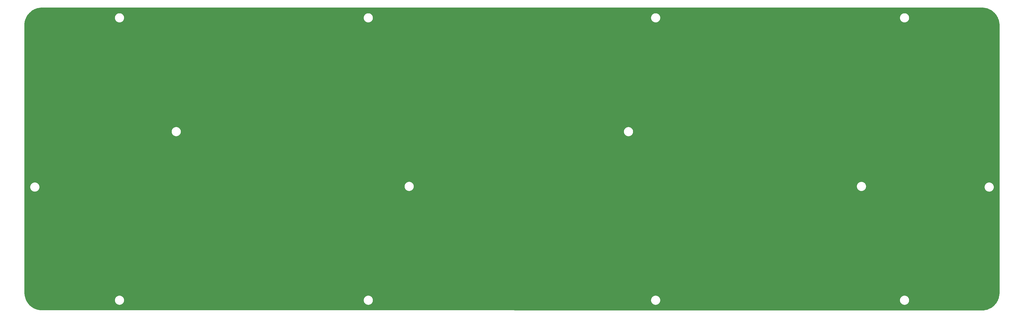
<source format=gbr>
%TF.GenerationSoftware,KiCad,Pcbnew,(6.0.5)*%
%TF.CreationDate,2022-06-29T23:50:53+09:00*%
%TF.ProjectId,sandwitch,73616e64-7769-4746-9368-2e6b69636164,rev?*%
%TF.SameCoordinates,Original*%
%TF.FileFunction,Copper,L1,Top*%
%TF.FilePolarity,Positive*%
%FSLAX46Y46*%
G04 Gerber Fmt 4.6, Leading zero omitted, Abs format (unit mm)*
G04 Created by KiCad (PCBNEW (6.0.5)) date 2022-06-29 23:50:53*
%MOMM*%
%LPD*%
G01*
G04 APERTURE LIST*
G04 APERTURE END LIST*
%TA.AperFunction,NonConductor*%
G36*
X463098546Y-168432169D02*
G01*
X463402981Y-168439715D01*
X463409166Y-168440021D01*
X463653403Y-168458192D01*
X463703687Y-168461933D01*
X463709870Y-168462547D01*
X463858639Y-168481026D01*
X464001883Y-168498820D01*
X464007997Y-168499732D01*
X464083743Y-168512949D01*
X464297006Y-168550161D01*
X464303063Y-168551372D01*
X464588579Y-168615750D01*
X464594556Y-168617252D01*
X464876125Y-168695389D01*
X464882012Y-168697179D01*
X465159102Y-168788860D01*
X465164888Y-168790932D01*
X465437021Y-168895954D01*
X465442696Y-168898304D01*
X465696117Y-169010589D01*
X465709437Y-169016491D01*
X465714994Y-169019118D01*
X465975735Y-169150214D01*
X465981163Y-169153111D01*
X466235502Y-169296953D01*
X466240790Y-169300117D01*
X466488230Y-169456500D01*
X466493340Y-169459907D01*
X466614388Y-169544988D01*
X466733370Y-169628617D01*
X466738327Y-169632287D01*
X466970444Y-169813110D01*
X466975231Y-169817033D01*
X467198999Y-170009808D01*
X467203621Y-170013993D01*
X467213892Y-170023767D01*
X467377712Y-170179663D01*
X467378441Y-170180357D01*
X467385146Y-170187446D01*
X467389251Y-170193951D01*
X467395980Y-170199894D01*
X467395982Y-170199896D01*
X467423541Y-170224235D01*
X467431406Y-170231811D01*
X467627491Y-170437863D01*
X467631654Y-170442462D01*
X467824405Y-170666199D01*
X467828336Y-170670995D01*
X467946558Y-170822753D01*
X468009170Y-170903126D01*
X468012855Y-170908104D01*
X468045733Y-170954880D01*
X468181495Y-171148032D01*
X468181553Y-171148115D01*
X468184976Y-171153249D01*
X468327758Y-171379164D01*
X468341359Y-171400685D01*
X468344519Y-171405967D01*
X468424411Y-171547230D01*
X468488363Y-171660308D01*
X468491254Y-171665724D01*
X468622392Y-171926548D01*
X468624975Y-171932014D01*
X468743171Y-172198771D01*
X468745509Y-172204417D01*
X468850540Y-172476563D01*
X468852613Y-172482351D01*
X468944298Y-172759455D01*
X468946088Y-172765341D01*
X469024229Y-173046919D01*
X469025731Y-173052896D01*
X469029773Y-173070822D01*
X469090110Y-173338410D01*
X469091316Y-173344442D01*
X469101136Y-173400722D01*
X469141750Y-173633479D01*
X469142664Y-173639605D01*
X469178933Y-173931580D01*
X469179547Y-173937763D01*
X469200897Y-174224709D01*
X469201461Y-174232295D01*
X469201769Y-174238522D01*
X469209232Y-174539669D01*
X469209269Y-174543560D01*
X469209253Y-174546191D01*
X469208876Y-174607929D01*
X469209260Y-174609273D01*
X469209352Y-174610618D01*
X469209352Y-267703803D01*
X469209350Y-267704545D01*
X469209344Y-267705564D01*
X469209307Y-267707934D01*
X469201977Y-268003683D01*
X469201769Y-268012069D01*
X469201462Y-268018282D01*
X469194999Y-268105138D01*
X469179547Y-268312803D01*
X469178933Y-268318986D01*
X469142664Y-268610946D01*
X469141749Y-268617072D01*
X469102035Y-268844666D01*
X469091453Y-268905312D01*
X469091326Y-268906037D01*
X469090116Y-268912095D01*
X469025731Y-269197612D01*
X469024228Y-269203589D01*
X468966866Y-269410281D01*
X468947696Y-269479358D01*
X468946094Y-269485129D01*
X468944310Y-269490997D01*
X468859038Y-269748698D01*
X468852627Y-269768073D01*
X468850557Y-269773855D01*
X468842202Y-269795503D01*
X468745519Y-270046003D01*
X468743167Y-270051679D01*
X468624987Y-270318384D01*
X468622365Y-270323932D01*
X468570228Y-270427620D01*
X468491256Y-270584675D01*
X468488364Y-270590095D01*
X468349537Y-270835543D01*
X468344518Y-270844417D01*
X468341353Y-270849706D01*
X468184971Y-271097117D01*
X468181543Y-271102256D01*
X468012856Y-271342226D01*
X468009170Y-271347205D01*
X467936482Y-271440502D01*
X467828331Y-271579316D01*
X467824413Y-271584096D01*
X467631656Y-271807812D01*
X467627481Y-271812422D01*
X467434033Y-272015674D01*
X467425011Y-272024261D01*
X467400117Y-272045710D01*
X467400114Y-272045713D01*
X467393317Y-272051570D01*
X467388435Y-272059103D01*
X467385768Y-272062160D01*
X467377684Y-272070601D01*
X467213739Y-272226589D01*
X467203607Y-272236229D01*
X467198988Y-272240411D01*
X466975244Y-272433130D01*
X466970449Y-272437059D01*
X466738335Y-272617846D01*
X466733356Y-272621531D01*
X466493321Y-272790211D01*
X466488181Y-272793638D01*
X466240786Y-272949958D01*
X466235497Y-272953122D01*
X465981140Y-273096939D01*
X465975711Y-273099835D01*
X465714945Y-273230908D01*
X465709395Y-273233530D01*
X465630550Y-273268454D01*
X465442695Y-273351664D01*
X465437018Y-273354015D01*
X465256478Y-273423667D01*
X465164875Y-273459007D01*
X465159105Y-273461073D01*
X464881983Y-273552728D01*
X464876127Y-273554507D01*
X464594553Y-273632609D01*
X464588591Y-273634106D01*
X464303063Y-273698451D01*
X464297039Y-273699655D01*
X464008034Y-273750044D01*
X464001922Y-273750956D01*
X463709926Y-273787187D01*
X463703755Y-273787798D01*
X463409267Y-273809670D01*
X463403062Y-273809976D01*
X463098572Y-273817481D01*
X463095485Y-273817519D01*
X140591471Y-273771752D01*
X136488389Y-273771170D01*
X136488362Y-273771169D01*
X136488332Y-273771164D01*
X136456776Y-273771164D01*
X136453573Y-273771123D01*
X136137276Y-273763081D01*
X136130910Y-273762758D01*
X136020394Y-273754341D01*
X135826952Y-273739607D01*
X135820636Y-273738966D01*
X135705723Y-273724350D01*
X135521282Y-273700891D01*
X135515016Y-273699933D01*
X135402656Y-273679855D01*
X135220607Y-273647325D01*
X135214462Y-273646068D01*
X135022319Y-273601703D01*
X134925305Y-273579302D01*
X134919224Y-273577737D01*
X134635648Y-273497185D01*
X134629684Y-273495330D01*
X134507957Y-273454132D01*
X134456518Y-273436723D01*
X134352040Y-273401363D01*
X134346208Y-273399228D01*
X134231559Y-273354015D01*
X134074776Y-273292186D01*
X134069113Y-273289790D01*
X133938888Y-273230908D01*
X133804350Y-273170075D01*
X133798819Y-273167410D01*
X133541028Y-273035364D01*
X133535674Y-273032456D01*
X133285232Y-272888442D01*
X133280071Y-272885307D01*
X133037353Y-272729697D01*
X133032372Y-272726331D01*
X133002962Y-272705416D01*
X132946954Y-272665587D01*
X132797803Y-272559520D01*
X132792971Y-272555906D01*
X132566938Y-272378277D01*
X132562295Y-272374446D01*
X132345146Y-272186348D01*
X132340699Y-272182306D01*
X132132850Y-271984148D01*
X132128628Y-271979927D01*
X131930424Y-271772048D01*
X131926396Y-271767615D01*
X131738305Y-271550490D01*
X131734474Y-271545848D01*
X131700907Y-271503137D01*
X131556829Y-271319813D01*
X131553222Y-271314990D01*
X131553096Y-271314813D01*
X131386388Y-271080406D01*
X131383038Y-271075448D01*
X131227402Y-270832714D01*
X131224264Y-270827548D01*
X131080256Y-270577135D01*
X131077340Y-270571769D01*
X131077305Y-270571700D01*
X130945270Y-270313958D01*
X130942621Y-270308459D01*
X130942306Y-270307761D01*
X130910079Y-270236495D01*
X161790593Y-270236495D01*
X161790827Y-270248619D01*
X161791120Y-270263805D01*
X161791119Y-270268693D01*
X161791076Y-270270910D01*
X161790647Y-270292892D01*
X161790961Y-270295436D01*
X161791019Y-270297972D01*
X161790908Y-270316115D01*
X161790895Y-270318185D01*
X161790758Y-270319962D01*
X161790875Y-270321467D01*
X161790786Y-270336018D01*
X161791674Y-270339126D01*
X161792093Y-270345559D01*
X161792077Y-270348150D01*
X161791823Y-270389790D01*
X161794290Y-270398421D01*
X161794929Y-270403086D01*
X161796093Y-270420957D01*
X161795958Y-270443013D01*
X161798423Y-270451639D01*
X161799642Y-270460537D01*
X161798848Y-270460646D01*
X161801718Y-270481596D01*
X161801635Y-270495198D01*
X161804102Y-270503829D01*
X161804102Y-270503830D01*
X161807881Y-270517053D01*
X161811566Y-270534576D01*
X161812020Y-270537889D01*
X161811965Y-270546864D01*
X161815520Y-270559302D01*
X161819063Y-270571700D01*
X161822747Y-270589217D01*
X161822869Y-270590104D01*
X161822814Y-270599079D01*
X161825281Y-270607710D01*
X161825281Y-270607711D01*
X161836171Y-270645813D01*
X161836785Y-270648735D01*
X161836776Y-270650227D01*
X161837998Y-270654501D01*
X161838000Y-270654513D01*
X161838316Y-270655618D01*
X161840305Y-270663691D01*
X161840440Y-270664167D01*
X161841351Y-270668552D01*
X161842876Y-270672767D01*
X161842877Y-270672771D01*
X161843033Y-270673202D01*
X161845693Y-270681425D01*
X161847890Y-270689112D01*
X161850786Y-270701628D01*
X161851962Y-270708229D01*
X161858201Y-270726394D01*
X161860567Y-270734075D01*
X161864815Y-270749637D01*
X161865716Y-270751719D01*
X161866365Y-270753757D01*
X161869041Y-270763120D01*
X161876803Y-270790277D01*
X161880279Y-270795786D01*
X161884730Y-270807999D01*
X161893847Y-270839898D01*
X161898641Y-270847496D01*
X161901821Y-270854604D01*
X161907952Y-270871426D01*
X161912966Y-270888971D01*
X161917756Y-270896563D01*
X161921423Y-270904760D01*
X161921002Y-270904948D01*
X161930609Y-270926426D01*
X161931174Y-270928404D01*
X161931177Y-270928411D01*
X161933642Y-270937036D01*
X161938431Y-270944626D01*
X161944830Y-270954769D01*
X161953281Y-270970547D01*
X161955468Y-270975436D01*
X161957934Y-270984063D01*
X161970223Y-271003539D01*
X161975953Y-271012621D01*
X161981990Y-271023892D01*
X161983751Y-271030053D01*
X162001955Y-271058904D01*
X162002030Y-271059034D01*
X162002211Y-271059449D01*
X162002898Y-271060530D01*
X162002901Y-271060536D01*
X162014213Y-271078348D01*
X162017711Y-271084200D01*
X162021577Y-271091087D01*
X162023838Y-271095114D01*
X162027162Y-271101036D01*
X162029883Y-271104588D01*
X162032354Y-271108337D01*
X162032284Y-271108383D01*
X162036914Y-271115335D01*
X162038178Y-271117992D01*
X162040919Y-271122012D01*
X162040920Y-271122013D01*
X162051058Y-271136879D01*
X162053520Y-271140631D01*
X162059883Y-271150715D01*
X162061476Y-271153240D01*
X162061747Y-271153479D01*
X162062177Y-271154064D01*
X162084593Y-271189592D01*
X162084595Y-271189595D01*
X162089385Y-271197186D01*
X162092748Y-271200156D01*
X162098045Y-271207360D01*
X162119353Y-271241131D01*
X162126082Y-271247073D01*
X162131900Y-271253910D01*
X162131252Y-271254461D01*
X162144735Y-271270305D01*
X162147626Y-271274887D01*
X162147630Y-271274892D01*
X162152419Y-271282482D01*
X162159147Y-271288424D01*
X162160113Y-271289277D01*
X162176850Y-271308943D01*
X162176952Y-271308857D01*
X162182771Y-271315694D01*
X162187560Y-271323284D01*
X162194287Y-271329225D01*
X162203864Y-271337683D01*
X162216411Y-271350463D01*
X162218949Y-271353445D01*
X162223738Y-271361035D01*
X162233263Y-271369447D01*
X162252315Y-271386274D01*
X162259684Y-271393779D01*
X162262496Y-271398236D01*
X162288649Y-271421333D01*
X162290300Y-271422890D01*
X162291853Y-271424714D01*
X162295538Y-271427888D01*
X162295546Y-271427896D01*
X162308925Y-271439419D01*
X162313946Y-271443985D01*
X162327942Y-271457419D01*
X162331590Y-271460038D01*
X162335031Y-271462900D01*
X162334999Y-271462939D01*
X162342915Y-271469436D01*
X162346050Y-271472856D01*
X162349848Y-271475893D01*
X162349857Y-271475901D01*
X162353549Y-271478853D01*
X162358262Y-271482815D01*
X162368125Y-271491525D01*
X162368131Y-271491530D01*
X162371671Y-271494656D01*
X162373105Y-271495330D01*
X162375611Y-271497244D01*
X162382284Y-271503137D01*
X162405759Y-271523870D01*
X162405762Y-271523872D01*
X162412488Y-271529812D01*
X162418040Y-271532419D01*
X162427764Y-271539847D01*
X162453824Y-271562862D01*
X162461950Y-271566677D01*
X162469452Y-271571605D01*
X162469184Y-271572013D01*
X162488690Y-271584826D01*
X162497754Y-271592831D01*
X162507710Y-271597505D01*
X162527181Y-271610296D01*
X162527452Y-271609883D01*
X162534957Y-271614813D01*
X162541684Y-271620754D01*
X162549807Y-271624568D01*
X162549809Y-271624569D01*
X162565069Y-271631733D01*
X162580700Y-271640478D01*
X162580931Y-271640630D01*
X162587659Y-271646572D01*
X162596343Y-271650649D01*
X162622879Y-271663108D01*
X162631133Y-271667726D01*
X162634686Y-271670864D01*
X162665677Y-271685414D01*
X162671014Y-271688326D01*
X162671099Y-271688165D01*
X162675424Y-271690434D01*
X162679538Y-271693016D01*
X162684001Y-271694934D01*
X162684012Y-271694940D01*
X162695282Y-271699784D01*
X162703351Y-271703596D01*
X162715804Y-271710029D01*
X162720035Y-271711500D01*
X162724161Y-271713272D01*
X162724160Y-271713274D01*
X162730623Y-271715907D01*
X162758406Y-271728951D01*
X162758409Y-271728952D01*
X162766535Y-271732767D01*
X162770574Y-271733396D01*
X162778173Y-271736324D01*
X162814601Y-271753427D01*
X162822882Y-271754717D01*
X162838485Y-271760729D01*
X162863688Y-271772562D01*
X162872558Y-271773943D01*
X162881139Y-271776567D01*
X162880853Y-271777503D01*
X162899899Y-271783325D01*
X162905185Y-271785807D01*
X162905189Y-271785808D01*
X162913310Y-271789621D01*
X162927563Y-271791840D01*
X162947499Y-271797935D01*
X162947746Y-271797128D01*
X162956329Y-271799752D01*
X162964457Y-271803568D01*
X162990797Y-271807669D01*
X162998420Y-271808856D01*
X163010865Y-271811712D01*
X163016658Y-271814432D01*
X163052783Y-271820057D01*
X163059905Y-271821166D01*
X163065649Y-271822484D01*
X163068324Y-271823740D01*
X163092248Y-271827465D01*
X163102453Y-271829054D01*
X163108744Y-271830198D01*
X163109693Y-271830395D01*
X163114364Y-271831751D01*
X163119185Y-271832371D01*
X163119194Y-271832373D01*
X163137835Y-271834771D01*
X163144094Y-271835737D01*
X163159880Y-271838580D01*
X163159883Y-271838580D01*
X163164300Y-271839376D01*
X163168778Y-271839537D01*
X163169056Y-271839567D01*
X163174976Y-271840346D01*
X163178910Y-271840959D01*
X163178911Y-271840959D01*
X163182434Y-271841232D01*
X163187246Y-271841981D01*
X163191983Y-271843099D01*
X163206517Y-271844224D01*
X163216178Y-271845348D01*
X163231110Y-271847673D01*
X163235976Y-271847673D01*
X163236390Y-271847705D01*
X163238980Y-271847779D01*
X163242069Y-271848176D01*
X163246551Y-271848112D01*
X163251021Y-271848366D01*
X163251010Y-271848551D01*
X163264892Y-271849660D01*
X163264896Y-271849624D01*
X163267045Y-271849832D01*
X163269266Y-271850009D01*
X163274533Y-271850934D01*
X163279179Y-271851023D01*
X163279662Y-271851065D01*
X163284333Y-271851793D01*
X163299431Y-271851793D01*
X163309156Y-271852169D01*
X163321105Y-271853094D01*
X163325579Y-271852803D01*
X163325583Y-271852803D01*
X163325718Y-271852794D01*
X163325794Y-271852789D01*
X163337542Y-271852745D01*
X163338090Y-271852830D01*
X163342754Y-271852830D01*
X163343024Y-271852848D01*
X163347722Y-271853489D01*
X163352592Y-271853397D01*
X163352595Y-271853397D01*
X163373126Y-271853008D01*
X163375186Y-271852969D01*
X163379998Y-271852969D01*
X163381204Y-271852992D01*
X163399923Y-271853354D01*
X163399929Y-271853354D01*
X163404403Y-271853440D01*
X163408638Y-271852917D01*
X163410046Y-271852830D01*
X163412384Y-271852830D01*
X163412957Y-271852838D01*
X163413285Y-271852830D01*
X163414217Y-271852830D01*
X163414217Y-271852856D01*
X163421041Y-271852953D01*
X163421041Y-271852928D01*
X163425915Y-271852942D01*
X163430760Y-271853331D01*
X163435605Y-271852970D01*
X163435606Y-271852970D01*
X163446732Y-271852141D01*
X163456094Y-271851793D01*
X163468996Y-271851793D01*
X163473235Y-271851186D01*
X163474416Y-271851091D01*
X163478614Y-271851011D01*
X163484016Y-271850133D01*
X163486876Y-271849945D01*
X163487498Y-271849889D01*
X163487499Y-271849904D01*
X163501790Y-271848968D01*
X163501779Y-271848744D01*
X163506649Y-271848514D01*
X163511509Y-271848661D01*
X163516341Y-271848057D01*
X163516731Y-271848039D01*
X163520464Y-271847673D01*
X163524293Y-271847673D01*
X163539142Y-271845546D01*
X163547626Y-271844624D01*
X163557508Y-271843888D01*
X163557512Y-271843887D01*
X163561974Y-271843555D01*
X163566350Y-271842592D01*
X163570784Y-271841942D01*
X163570801Y-271842056D01*
X163578025Y-271841009D01*
X163578018Y-271840962D01*
X163580668Y-271840582D01*
X163581471Y-271840510D01*
X163583035Y-271840283D01*
X163586953Y-271840004D01*
X163586954Y-271840015D01*
X163593840Y-271839394D01*
X163599658Y-271839176D01*
X163617488Y-271835710D01*
X163625860Y-271834375D01*
X163640791Y-271832510D01*
X163644123Y-271831600D01*
X163648018Y-271830937D01*
X163676822Y-271826812D01*
X163676824Y-271826812D01*
X163685709Y-271825539D01*
X163691517Y-271822898D01*
X163703950Y-271820204D01*
X163715319Y-271818576D01*
X163730045Y-271816467D01*
X163730047Y-271816466D01*
X163738932Y-271815194D01*
X163747106Y-271811477D01*
X163750889Y-271810371D01*
X163768394Y-271806578D01*
X163791132Y-271803322D01*
X163799300Y-271799608D01*
X163807921Y-271797087D01*
X163808057Y-271797551D01*
X163830483Y-271790994D01*
X163832883Y-271790650D01*
X163832886Y-271790649D01*
X163841776Y-271789376D01*
X163849948Y-271785661D01*
X163849953Y-271785659D01*
X163856604Y-271782635D01*
X163875711Y-271777046D01*
X163875437Y-271776108D01*
X163884052Y-271773589D01*
X163892938Y-271772316D01*
X163905287Y-271766701D01*
X163922209Y-271759007D01*
X163935168Y-271754194D01*
X163942026Y-271753212D01*
X163973348Y-271738970D01*
X163973943Y-271738725D01*
X163974902Y-271738452D01*
X163993238Y-271729992D01*
X164000329Y-271726979D01*
X164016289Y-271720768D01*
X164020707Y-271718277D01*
X164022304Y-271717568D01*
X164024246Y-271716648D01*
X164024268Y-271716695D01*
X164034140Y-271712310D01*
X164033940Y-271711836D01*
X164038424Y-271709942D01*
X164043043Y-271708400D01*
X164058322Y-271700508D01*
X164063967Y-271697768D01*
X164074621Y-271692924D01*
X164075133Y-271692482D01*
X164076328Y-271691833D01*
X164113477Y-271674942D01*
X164113479Y-271674941D01*
X164121649Y-271671226D01*
X164126399Y-271667133D01*
X164137385Y-271661161D01*
X164168676Y-271646934D01*
X164175474Y-271641076D01*
X164182201Y-271636774D01*
X164197934Y-271628222D01*
X164205457Y-271624802D01*
X164205460Y-271624800D01*
X164213629Y-271621086D01*
X164220429Y-271615227D01*
X164227993Y-271610389D01*
X164228097Y-271610551D01*
X164241847Y-271601757D01*
X164241839Y-271601745D01*
X164249401Y-271596909D01*
X164257574Y-271593193D01*
X164272123Y-271580657D01*
X164286489Y-271569958D01*
X164291255Y-271566910D01*
X164299429Y-271563194D01*
X164324676Y-271541440D01*
X164334930Y-271533804D01*
X164340765Y-271531151D01*
X164349215Y-271523870D01*
X164367100Y-271508460D01*
X164368428Y-271507391D01*
X164370066Y-271506348D01*
X164373721Y-271503133D01*
X164373728Y-271503128D01*
X164385048Y-271493172D01*
X164391063Y-271488203D01*
X164400832Y-271480630D01*
X164400838Y-271480625D01*
X164404380Y-271477879D01*
X164407496Y-271474661D01*
X164407504Y-271474653D01*
X164408891Y-271473220D01*
X164421321Y-271462550D01*
X164421157Y-271462353D01*
X164424895Y-271459241D01*
X164428865Y-271456424D01*
X164436837Y-271448671D01*
X164442420Y-271443559D01*
X164451110Y-271436072D01*
X164451786Y-271435028D01*
X164453544Y-271433281D01*
X164453548Y-271433278D01*
X164489867Y-271401984D01*
X164493894Y-271395772D01*
X164504361Y-271385369D01*
X164511207Y-271379470D01*
X164527083Y-271365790D01*
X164531965Y-271358259D01*
X164535415Y-271354304D01*
X164548111Y-271341685D01*
X164554088Y-271336535D01*
X164555946Y-271334934D01*
X164555949Y-271334931D01*
X164562743Y-271329077D01*
X164567626Y-271321544D01*
X164573525Y-271314782D01*
X164573560Y-271314812D01*
X164584270Y-271302533D01*
X164584146Y-271302425D01*
X164590046Y-271295661D01*
X164596847Y-271289801D01*
X164607236Y-271273773D01*
X164618017Y-271259478D01*
X164622073Y-271254829D01*
X164628875Y-271248968D01*
X164647757Y-271219837D01*
X164654557Y-271210822D01*
X164658843Y-271207129D01*
X164670210Y-271189592D01*
X164677721Y-271178004D01*
X164678576Y-271176779D01*
X164679736Y-271175457D01*
X164691494Y-271156943D01*
X164695413Y-271151137D01*
X164703762Y-271139481D01*
X164703765Y-271139477D01*
X164706373Y-271135835D01*
X164708440Y-271131857D01*
X164710784Y-271128038D01*
X164710816Y-271128058D01*
X164715740Y-271119905D01*
X164718268Y-271116809D01*
X164725191Y-271104999D01*
X164728149Y-271100204D01*
X164731448Y-271095114D01*
X164738068Y-271084901D01*
X164738396Y-271083803D01*
X164739500Y-271081802D01*
X164761092Y-271048490D01*
X164765976Y-271040955D01*
X164767561Y-271035655D01*
X164772890Y-271025992D01*
X164787445Y-271003537D01*
X164787446Y-271003535D01*
X164792328Y-270996003D01*
X164794901Y-270987400D01*
X164798664Y-270979255D01*
X164807313Y-270963571D01*
X164811218Y-270957546D01*
X164816101Y-270950013D01*
X164819474Y-270938735D01*
X164829121Y-270917857D01*
X164828632Y-270917631D01*
X164832397Y-270909483D01*
X164837281Y-270901948D01*
X164842825Y-270883411D01*
X164849161Y-270866664D01*
X164852050Y-270860412D01*
X164856934Y-270852876D01*
X164868146Y-270815386D01*
X164871445Y-270806666D01*
X164873993Y-270802735D01*
X164883954Y-270769429D01*
X164885900Y-270763494D01*
X164887834Y-270759170D01*
X164893087Y-270739896D01*
X164895364Y-270732453D01*
X164899361Y-270720706D01*
X164899363Y-270720699D01*
X164900803Y-270716466D01*
X164901630Y-270712067D01*
X164902769Y-270707727D01*
X164902782Y-270707730D01*
X164904406Y-270701041D01*
X164907036Y-270692245D01*
X164907246Y-270692308D01*
X164907308Y-270691573D01*
X164907486Y-270691135D01*
X164907922Y-270689282D01*
X164915727Y-270663184D01*
X164915746Y-270660105D01*
X164917084Y-270654106D01*
X164927101Y-270620612D01*
X164927102Y-270620606D01*
X164929674Y-270612006D01*
X164929721Y-270604391D01*
X164933028Y-270589567D01*
X164933666Y-270587432D01*
X164942079Y-270559302D01*
X164942134Y-270550325D01*
X164943461Y-270541445D01*
X164944328Y-270541575D01*
X164947377Y-270521175D01*
X164949068Y-270515518D01*
X164951891Y-270506080D01*
X164951949Y-270496667D01*
X164951976Y-270492175D01*
X164955304Y-270469906D01*
X164954705Y-270469816D01*
X164956032Y-270460938D01*
X164958604Y-270452338D01*
X164958773Y-270424583D01*
X164960156Y-270406725D01*
X164960167Y-270406650D01*
X164962740Y-270398048D01*
X164963052Y-270346975D01*
X164963300Y-270343777D01*
X164963762Y-270342231D01*
X164963793Y-270337114D01*
X164964116Y-270329281D01*
X164964118Y-270328791D01*
X164964458Y-270324334D01*
X164964162Y-270319874D01*
X164964167Y-270318933D01*
X164963949Y-270311703D01*
X164963968Y-270308459D01*
X164963975Y-270307464D01*
X164964177Y-270301215D01*
X164964821Y-270296507D01*
X164964714Y-270290689D01*
X164964305Y-270268582D01*
X164964304Y-270263947D01*
X164964326Y-270262777D01*
X164964759Y-270239099D01*
X164964472Y-270236798D01*
X164964420Y-270234579D01*
X164964523Y-270217669D01*
X164964545Y-270214083D01*
X164964693Y-270212216D01*
X164964567Y-270210543D01*
X164964652Y-270196576D01*
X164963768Y-270193482D01*
X164963587Y-270190700D01*
X248254064Y-270190700D01*
X248255611Y-270190735D01*
X248255538Y-270193949D01*
X248255628Y-270193957D01*
X248255089Y-270199682D01*
X248255306Y-270204160D01*
X248255370Y-270205483D01*
X248255516Y-270212350D01*
X248255457Y-270222080D01*
X248255438Y-270225115D01*
X248255233Y-270231417D01*
X248254588Y-270236135D01*
X248255104Y-270263864D01*
X248255104Y-270268570D01*
X248254742Y-270287877D01*
X248254641Y-270293269D01*
X248254938Y-270295665D01*
X248254992Y-270297997D01*
X248254760Y-270336018D01*
X248255575Y-270338871D01*
X248255773Y-270340950D01*
X248256079Y-270345655D01*
X248255989Y-270360425D01*
X248255797Y-270391835D01*
X248258264Y-270400465D01*
X248259482Y-270409360D01*
X248258431Y-270409504D01*
X248261062Y-270428685D01*
X248260955Y-270446125D01*
X248263420Y-270454751D01*
X248264639Y-270463649D01*
X248263857Y-270463756D01*
X248266738Y-270484789D01*
X248266646Y-270499867D01*
X248269113Y-270508497D01*
X248269113Y-270508499D01*
X248272513Y-270520395D01*
X248276198Y-270537919D01*
X248277047Y-270544117D01*
X248276992Y-270553089D01*
X248279457Y-270561715D01*
X248279458Y-270561719D01*
X248285954Y-270584446D01*
X248288923Y-270598564D01*
X248288878Y-270605793D01*
X248291345Y-270614425D01*
X248302198Y-270652400D01*
X248302834Y-270655424D01*
X248302825Y-270656971D01*
X248305251Y-270665458D01*
X248306699Y-270670525D01*
X248308463Y-270677434D01*
X248308857Y-270679181D01*
X248308859Y-270679188D01*
X248309845Y-270683560D01*
X248311441Y-270687748D01*
X248312736Y-270692042D01*
X248312692Y-270692055D01*
X248313887Y-270695687D01*
X248313924Y-270695820D01*
X248316641Y-270707832D01*
X248316797Y-270708723D01*
X248316799Y-270708731D01*
X248317640Y-270713530D01*
X248324033Y-270732320D01*
X248324076Y-270732446D01*
X248326353Y-270739887D01*
X248330793Y-270756178D01*
X248331727Y-270758336D01*
X248332410Y-270760486D01*
X248340385Y-270788391D01*
X248340386Y-270788394D01*
X248342852Y-270797021D01*
X248346165Y-270802272D01*
X248350409Y-270813915D01*
X248359911Y-270847162D01*
X248364701Y-270854754D01*
X248368367Y-270862950D01*
X248367581Y-270863301D01*
X248376051Y-270882234D01*
X248380053Y-270896234D01*
X248384843Y-270903826D01*
X248388508Y-270912018D01*
X248388087Y-270912206D01*
X248397694Y-270933684D01*
X248400728Y-270944299D01*
X248405519Y-270951893D01*
X248405520Y-270951894D01*
X248413459Y-270964477D01*
X248421915Y-270980263D01*
X248422538Y-270981655D01*
X248425005Y-270990289D01*
X248429797Y-270997884D01*
X248444732Y-271021555D01*
X248449472Y-271030405D01*
X248450854Y-271035241D01*
X248469051Y-271064082D01*
X248469131Y-271064219D01*
X248469310Y-271064630D01*
X248482787Y-271085852D01*
X248483250Y-271086586D01*
X248485942Y-271091047D01*
X248497189Y-271110607D01*
X248499955Y-271114140D01*
X248501974Y-271117137D01*
X248506487Y-271124838D01*
X248506538Y-271124807D01*
X248509055Y-271128965D01*
X248511248Y-271133313D01*
X248521570Y-271147725D01*
X248525682Y-271153837D01*
X248528579Y-271158428D01*
X248528846Y-271158664D01*
X248529279Y-271159252D01*
X248541111Y-271178004D01*
X248556487Y-271202374D01*
X248561844Y-271207105D01*
X248570287Y-271218589D01*
X248586455Y-271244213D01*
X248593184Y-271250156D01*
X248599001Y-271256991D01*
X248598128Y-271257734D01*
X248610266Y-271271998D01*
X248618499Y-271285046D01*
X248625225Y-271290986D01*
X248625230Y-271290992D01*
X248626029Y-271291697D01*
X248641715Y-271310128D01*
X248641992Y-271309892D01*
X248647813Y-271316731D01*
X248652602Y-271324322D01*
X248659329Y-271330263D01*
X248659332Y-271330266D01*
X248672464Y-271341863D01*
X248684273Y-271353889D01*
X248688781Y-271361035D01*
X248695511Y-271366979D01*
X248695513Y-271366981D01*
X248712510Y-271381992D01*
X248721895Y-271391551D01*
X248725478Y-271397229D01*
X248751457Y-271420174D01*
X248752427Y-271421091D01*
X248753480Y-271422337D01*
X248756664Y-271425100D01*
X248756671Y-271425107D01*
X248768130Y-271435052D01*
X248774020Y-271440502D01*
X248782310Y-271448678D01*
X248785624Y-271451947D01*
X248789233Y-271454613D01*
X248791558Y-271456331D01*
X248803751Y-271467201D01*
X248803917Y-271467020D01*
X248807500Y-271470310D01*
X248810823Y-271473871D01*
X248820892Y-271481775D01*
X248826483Y-271486433D01*
X248831191Y-271490591D01*
X248834653Y-271493649D01*
X248835617Y-271494101D01*
X248837298Y-271495385D01*
X248873929Y-271527737D01*
X248880361Y-271530757D01*
X248891628Y-271539363D01*
X248898971Y-271545848D01*
X248908016Y-271553836D01*
X248914746Y-271559780D01*
X248922869Y-271563593D01*
X248930375Y-271568524D01*
X248929719Y-271569523D01*
X248945112Y-271579632D01*
X248956601Y-271589779D01*
X248964727Y-271593594D01*
X248966627Y-271594486D01*
X248986021Y-271607226D01*
X248986300Y-271606801D01*
X248993803Y-271611730D01*
X249000531Y-271617672D01*
X249008656Y-271621487D01*
X249008658Y-271621488D01*
X249020336Y-271626971D01*
X249035961Y-271635712D01*
X249038755Y-271637547D01*
X249045484Y-271643490D01*
X249053613Y-271647306D01*
X249053615Y-271647308D01*
X249080653Y-271660003D01*
X249088932Y-271664634D01*
X249092496Y-271667782D01*
X249123996Y-271682571D01*
X249124160Y-271682648D01*
X249126797Y-271683988D01*
X249129218Y-271685569D01*
X249150044Y-271694970D01*
X249156018Y-271697859D01*
X249173553Y-271706920D01*
X249177785Y-271708392D01*
X249181907Y-271710163D01*
X249188384Y-271712801D01*
X249189229Y-271713198D01*
X249193879Y-271715634D01*
X249196808Y-271717045D01*
X249201026Y-271719495D01*
X249205570Y-271721266D01*
X249205578Y-271721270D01*
X249206589Y-271721664D01*
X249214369Y-271725002D01*
X249219320Y-271727326D01*
X249219323Y-271727327D01*
X249224345Y-271729685D01*
X249226182Y-271729971D01*
X249229648Y-271731307D01*
X249264281Y-271747567D01*
X249264285Y-271747568D01*
X249272410Y-271751383D01*
X249280695Y-271752673D01*
X249296300Y-271758687D01*
X249313375Y-271766704D01*
X249313379Y-271766705D01*
X249321498Y-271770517D01*
X249330362Y-271771897D01*
X249338951Y-271774523D01*
X249338697Y-271775353D01*
X249358487Y-271781403D01*
X249371638Y-271787577D01*
X249380504Y-271788957D01*
X249380506Y-271788958D01*
X249383192Y-271789376D01*
X249385897Y-271789797D01*
X249385916Y-271789800D01*
X249405847Y-271795893D01*
X249406094Y-271795084D01*
X249414675Y-271797708D01*
X249422801Y-271801523D01*
X249431668Y-271802904D01*
X249431669Y-271802904D01*
X249448957Y-271805596D01*
X249466364Y-271809591D01*
X249474467Y-271813395D01*
X249483334Y-271814776D01*
X249483335Y-271814776D01*
X249501048Y-271817534D01*
X249513974Y-271819546D01*
X249523333Y-271821694D01*
X249527690Y-271823740D01*
X249555954Y-271828141D01*
X249561265Y-271828968D01*
X249567089Y-271830016D01*
X249570885Y-271830791D01*
X249575561Y-271832129D01*
X249593362Y-271834352D01*
X249593538Y-271834374D01*
X249601965Y-271835718D01*
X249609876Y-271837255D01*
X249616710Y-271838584D01*
X249621190Y-271838807D01*
X249625635Y-271839347D01*
X249625634Y-271839357D01*
X249632503Y-271840061D01*
X249633457Y-271840209D01*
X249633461Y-271840209D01*
X249638276Y-271840959D01*
X249639203Y-271840959D01*
X249644744Y-271841809D01*
X249644794Y-271841483D01*
X249649609Y-271842219D01*
X249654350Y-271843323D01*
X249668025Y-271844342D01*
X249678018Y-271845491D01*
X249684562Y-271846510D01*
X249687227Y-271846925D01*
X249687229Y-271846925D01*
X249692032Y-271847673D01*
X249696896Y-271847673D01*
X249697297Y-271847704D01*
X249701065Y-271847804D01*
X249704857Y-271848278D01*
X249709330Y-271848197D01*
X249713817Y-271848436D01*
X249713808Y-271848606D01*
X249728058Y-271849715D01*
X249728065Y-271849645D01*
X249731858Y-271850011D01*
X249732701Y-271850077D01*
X249737698Y-271850952D01*
X249742368Y-271851041D01*
X249742624Y-271851063D01*
X249747315Y-271851793D01*
X249763316Y-271851793D01*
X249772680Y-271852141D01*
X249781088Y-271852768D01*
X249781094Y-271852768D01*
X249785549Y-271853100D01*
X249790013Y-271852797D01*
X249792978Y-271852806D01*
X249801658Y-271852762D01*
X249802094Y-271852830D01*
X249806780Y-271852830D01*
X249806840Y-271852834D01*
X249811549Y-271853478D01*
X249816410Y-271853388D01*
X249816417Y-271853388D01*
X249839256Y-271852963D01*
X249843984Y-271852964D01*
X249864096Y-271853345D01*
X249864098Y-271853345D01*
X249868590Y-271853430D01*
X249872845Y-271852903D01*
X249874028Y-271852830D01*
X249878221Y-271852830D01*
X249878485Y-271852792D01*
X249890231Y-271852949D01*
X249891660Y-271852951D01*
X249896508Y-271853333D01*
X249911100Y-271852225D01*
X249912022Y-271852155D01*
X249921562Y-271851793D01*
X249934022Y-271851793D01*
X249938298Y-271851180D01*
X249939225Y-271851105D01*
X249943464Y-271851027D01*
X249947895Y-271850308D01*
X249947907Y-271850307D01*
X249948868Y-271850151D01*
X249951728Y-271849964D01*
X249952371Y-271849906D01*
X249952372Y-271849922D01*
X249965784Y-271849043D01*
X249965770Y-271848744D01*
X249970641Y-271848514D01*
X249975500Y-271848661D01*
X249980329Y-271848058D01*
X249980726Y-271848039D01*
X249984464Y-271847673D01*
X249988283Y-271847673D01*
X250003120Y-271845548D01*
X250003595Y-271845480D01*
X250011913Y-271844570D01*
X250016843Y-271844196D01*
X250026677Y-271843449D01*
X250031052Y-271842480D01*
X250035491Y-271841823D01*
X250035515Y-271841983D01*
X250042031Y-271841034D01*
X250042020Y-271840960D01*
X250043556Y-271840740D01*
X250044820Y-271840628D01*
X250047337Y-271840262D01*
X250050930Y-271840006D01*
X250050936Y-271840088D01*
X250056525Y-271839595D01*
X250056961Y-271839546D01*
X250061831Y-271839381D01*
X250066612Y-271838469D01*
X250066616Y-271838469D01*
X250080768Y-271835771D01*
X250088741Y-271834514D01*
X250104781Y-271832510D01*
X250108112Y-271831601D01*
X250112010Y-271830937D01*
X250140810Y-271826812D01*
X250149698Y-271825539D01*
X250155192Y-271823041D01*
X250166938Y-271820496D01*
X250203958Y-271815194D01*
X250212129Y-271811479D01*
X250215938Y-271810365D01*
X250233436Y-271806574D01*
X250247256Y-271804595D01*
X250247258Y-271804594D01*
X250256143Y-271803322D01*
X250264312Y-271799607D01*
X250272935Y-271797086D01*
X250273071Y-271797551D01*
X250295494Y-271790994D01*
X250297894Y-271790650D01*
X250297897Y-271790649D01*
X250306787Y-271789376D01*
X250314958Y-271785661D01*
X250314961Y-271785660D01*
X250322091Y-271782418D01*
X250339745Y-271777249D01*
X250339411Y-271776107D01*
X250348021Y-271773589D01*
X250356912Y-271772316D01*
X250365087Y-271768599D01*
X250365090Y-271768598D01*
X250386184Y-271759007D01*
X250399144Y-271754194D01*
X250406000Y-271753212D01*
X250437768Y-271738768D01*
X250453105Y-271731795D01*
X250453732Y-271731562D01*
X250454065Y-271731514D01*
X250459302Y-271729133D01*
X250465715Y-271726430D01*
X250480263Y-271720768D01*
X250484157Y-271718572D01*
X250484164Y-271718569D01*
X250484637Y-271718302D01*
X250486413Y-271717504D01*
X250488222Y-271716647D01*
X250488239Y-271716683D01*
X250505502Y-271708923D01*
X250507739Y-271708153D01*
X250507742Y-271708152D01*
X250512346Y-271706567D01*
X250516647Y-271704295D01*
X250516652Y-271704293D01*
X250530001Y-271697242D01*
X250537000Y-271693818D01*
X250551398Y-271687318D01*
X250551423Y-271687306D01*
X250552379Y-271686874D01*
X250552690Y-271686676D01*
X250552787Y-271686628D01*
X250578487Y-271674943D01*
X250578492Y-271674940D01*
X250586660Y-271671226D01*
X250592181Y-271666469D01*
X250604948Y-271659530D01*
X250632650Y-271646934D01*
X250639450Y-271641075D01*
X250646176Y-271636773D01*
X250661908Y-271628222D01*
X250669431Y-271624802D01*
X250669434Y-271624800D01*
X250677603Y-271621086D01*
X250684403Y-271615227D01*
X250691967Y-271610389D01*
X250692071Y-271610551D01*
X250705821Y-271601757D01*
X250705813Y-271601745D01*
X250713375Y-271596909D01*
X250721548Y-271593193D01*
X250736097Y-271580657D01*
X250750463Y-271569958D01*
X250755229Y-271566910D01*
X250763403Y-271563194D01*
X250788650Y-271541440D01*
X250798904Y-271533804D01*
X250804739Y-271531151D01*
X250813189Y-271523870D01*
X250831074Y-271508460D01*
X250832402Y-271507391D01*
X250834040Y-271506348D01*
X250837695Y-271503133D01*
X250837702Y-271503128D01*
X250849022Y-271493172D01*
X250855037Y-271488203D01*
X250864806Y-271480630D01*
X250864812Y-271480625D01*
X250868354Y-271477879D01*
X250872255Y-271473849D01*
X250883490Y-271463568D01*
X250887497Y-271460806D01*
X250896721Y-271452075D01*
X250901060Y-271448155D01*
X250915084Y-271436072D01*
X250915760Y-271435029D01*
X250917518Y-271433281D01*
X250953841Y-271401984D01*
X250957006Y-271397100D01*
X250965239Y-271388917D01*
X250992080Y-271365790D01*
X250996964Y-271358255D01*
X251002864Y-271351492D01*
X251003764Y-271352278D01*
X251015850Y-271338428D01*
X251019899Y-271334939D01*
X251026702Y-271329077D01*
X251031586Y-271321542D01*
X251037485Y-271314780D01*
X251037520Y-271314811D01*
X251048228Y-271302535D01*
X251048103Y-271302426D01*
X251054004Y-271295661D01*
X251060805Y-271289801D01*
X251071194Y-271273773D01*
X251081975Y-271259479D01*
X251086034Y-271254826D01*
X251092833Y-271248968D01*
X251097716Y-271241435D01*
X251097717Y-271241434D01*
X251111669Y-271219910D01*
X251118508Y-271210842D01*
X251122817Y-271207129D01*
X251127695Y-271199604D01*
X251127697Y-271199601D01*
X251141695Y-271178004D01*
X251142550Y-271176779D01*
X251143710Y-271175457D01*
X251150309Y-271165067D01*
X251155417Y-271157023D01*
X251159363Y-271151178D01*
X251167665Y-271139593D01*
X251170280Y-271135944D01*
X251172350Y-271131964D01*
X251174694Y-271128147D01*
X251174720Y-271128163D01*
X251179699Y-271119924D01*
X251182242Y-271116809D01*
X251189165Y-271104999D01*
X251192123Y-271100204D01*
X251195422Y-271095114D01*
X251202042Y-271084901D01*
X251202370Y-271083803D01*
X251203474Y-271081802D01*
X251225066Y-271048490D01*
X251229950Y-271040955D01*
X251231535Y-271035655D01*
X251236864Y-271025992D01*
X251251419Y-271003537D01*
X251251420Y-271003535D01*
X251256302Y-270996003D01*
X251258875Y-270987400D01*
X251262638Y-270979255D01*
X251271287Y-270963571D01*
X251275192Y-270957546D01*
X251280075Y-270950013D01*
X251282648Y-270941410D01*
X251286412Y-270933265D01*
X251286451Y-270933283D01*
X251293676Y-270917646D01*
X251293644Y-270917631D01*
X251297411Y-270909479D01*
X251302292Y-270901948D01*
X251309767Y-270876953D01*
X251316050Y-270860347D01*
X251320893Y-270852876D01*
X251332129Y-270815305D01*
X251335410Y-270806633D01*
X251337937Y-270802735D01*
X251340507Y-270794140D01*
X251340509Y-270794137D01*
X251347796Y-270769770D01*
X251348027Y-270769087D01*
X251348467Y-270768150D01*
X251355782Y-270743164D01*
X251357407Y-270738027D01*
X251358052Y-270736130D01*
X251364782Y-270716333D01*
X251365609Y-270711924D01*
X251366432Y-270708787D01*
X251369251Y-270700310D01*
X251369159Y-270700281D01*
X251370635Y-270695648D01*
X251372467Y-270691135D01*
X251373582Y-270686399D01*
X251373584Y-270686392D01*
X251375879Y-270676640D01*
X251377808Y-270669413D01*
X251379049Y-270665264D01*
X251379671Y-270663184D01*
X251379676Y-270662455D01*
X251379993Y-270661033D01*
X251381208Y-270656971D01*
X251394655Y-270612006D01*
X251394702Y-270604394D01*
X251398008Y-270589574D01*
X251404488Y-270567903D01*
X251404488Y-270567902D01*
X251407060Y-270559302D01*
X251407115Y-270550328D01*
X251408442Y-270541448D01*
X251408812Y-270541503D01*
X251412379Y-270517637D01*
X251413262Y-270514683D01*
X251413263Y-270514678D01*
X251415834Y-270506080D01*
X251415919Y-270492228D01*
X251419255Y-270469903D01*
X251418665Y-270469815D01*
X251419992Y-270460934D01*
X251422563Y-270452338D01*
X251422733Y-270424469D01*
X251424113Y-270406642D01*
X251426683Y-270398048D01*
X251426995Y-270346978D01*
X251427243Y-270343776D01*
X251427705Y-270342231D01*
X251427737Y-270336977D01*
X251428061Y-270329071D01*
X251428063Y-270328653D01*
X251428402Y-270324185D01*
X251428104Y-270319712D01*
X251428109Y-270318709D01*
X251427893Y-270311542D01*
X251427918Y-270307464D01*
X251428121Y-270301204D01*
X251428764Y-270296507D01*
X251428248Y-270268570D01*
X251428247Y-270263947D01*
X251428269Y-270262777D01*
X251428583Y-270245601D01*
X348109904Y-270245601D01*
X348110085Y-270250470D01*
X348110495Y-270261512D01*
X348110494Y-270270898D01*
X348110013Y-270283717D01*
X348110482Y-270288180D01*
X348110633Y-270292662D01*
X348110496Y-270292667D01*
X348110779Y-270298400D01*
X348110664Y-270317266D01*
X348110549Y-270336018D01*
X348112121Y-270341518D01*
X348112862Y-270352894D01*
X348112624Y-270391835D01*
X348115092Y-270400469D01*
X348115722Y-270405068D01*
X348116886Y-270422943D01*
X348116744Y-270446125D01*
X348119211Y-270454756D01*
X348120429Y-270463649D01*
X348120158Y-270463686D01*
X348123529Y-270488294D01*
X348123458Y-270499867D01*
X348125923Y-270508493D01*
X348125924Y-270508497D01*
X348127931Y-270515518D01*
X348130648Y-270535347D01*
X348131602Y-270535216D01*
X348132821Y-270544116D01*
X348132766Y-270553089D01*
X348135232Y-270561716D01*
X348135232Y-270561718D01*
X348141816Y-270584753D01*
X348144742Y-270598669D01*
X348144698Y-270605793D01*
X348147163Y-270614419D01*
X348147164Y-270614423D01*
X348154152Y-270638870D01*
X348154336Y-270639613D01*
X348154473Y-270640666D01*
X348155279Y-270643423D01*
X348155282Y-270643437D01*
X348160102Y-270659934D01*
X348162046Y-270667437D01*
X348165788Y-270683965D01*
X348167385Y-270688146D01*
X348167388Y-270688156D01*
X348167934Y-270689584D01*
X348171947Y-270704140D01*
X348172419Y-270704019D01*
X348173626Y-270708733D01*
X348174467Y-270713530D01*
X348176036Y-270718143D01*
X348176038Y-270718149D01*
X348179854Y-270729366D01*
X348181717Y-270735320D01*
X348184116Y-270743713D01*
X348184725Y-270745843D01*
X348185122Y-270746472D01*
X348185632Y-270747872D01*
X348197212Y-270788391D01*
X348197213Y-270788394D01*
X348199679Y-270797021D01*
X348202992Y-270802272D01*
X348207236Y-270813915D01*
X348216738Y-270847162D01*
X348221530Y-270854756D01*
X348224673Y-270861783D01*
X348230802Y-270878600D01*
X348235842Y-270896234D01*
X348240631Y-270903825D01*
X348244298Y-270912021D01*
X348243884Y-270912206D01*
X348253511Y-270933727D01*
X348254066Y-270935668D01*
X348256533Y-270944299D01*
X348261323Y-270951890D01*
X348261323Y-270951891D01*
X348269208Y-270964389D01*
X348277661Y-270980171D01*
X348278328Y-270981663D01*
X348280794Y-270990289D01*
X348289155Y-271003540D01*
X348300523Y-271021558D01*
X348305260Y-271030403D01*
X348306643Y-271035241D01*
X348324219Y-271063096D01*
X348324818Y-271064046D01*
X348324884Y-271064161D01*
X348325041Y-271064520D01*
X348337702Y-271084467D01*
X348339081Y-271086652D01*
X348341754Y-271091087D01*
X348346922Y-271100074D01*
X348352978Y-271110607D01*
X348355745Y-271114142D01*
X348357782Y-271117165D01*
X348362397Y-271125037D01*
X348362433Y-271125015D01*
X348364957Y-271129180D01*
X348367152Y-271133527D01*
X348377521Y-271147988D01*
X348381683Y-271154172D01*
X348383482Y-271157023D01*
X348384368Y-271158428D01*
X348384616Y-271158647D01*
X348385007Y-271159180D01*
X348412261Y-271202374D01*
X348417663Y-271207145D01*
X348426179Y-271218728D01*
X348437468Y-271236620D01*
X348437472Y-271236625D01*
X348442260Y-271244213D01*
X348448986Y-271250153D01*
X348454805Y-271256990D01*
X348453918Y-271257745D01*
X348466002Y-271271938D01*
X348474272Y-271285046D01*
X348481002Y-271290989D01*
X348481003Y-271290991D01*
X348481835Y-271291726D01*
X348497502Y-271310133D01*
X348497783Y-271309894D01*
X348503601Y-271316730D01*
X348508391Y-271324322D01*
X348528197Y-271341814D01*
X348540034Y-271353871D01*
X348544554Y-271361035D01*
X348568351Y-271382053D01*
X348577696Y-271391570D01*
X348581267Y-271397229D01*
X348607246Y-271420174D01*
X348608216Y-271421091D01*
X348609269Y-271422337D01*
X348623988Y-271435112D01*
X348629815Y-271440502D01*
X348641497Y-271452019D01*
X348645106Y-271454684D01*
X348647374Y-271456359D01*
X348659613Y-271467266D01*
X348659777Y-271467088D01*
X348663359Y-271470376D01*
X348666683Y-271473937D01*
X348670514Y-271476943D01*
X348670518Y-271476947D01*
X348676720Y-271481814D01*
X348682343Y-271486496D01*
X348690442Y-271493649D01*
X348691406Y-271494101D01*
X348693086Y-271495385D01*
X348729718Y-271527737D01*
X348736172Y-271530767D01*
X348747483Y-271539407D01*
X348749531Y-271541216D01*
X348770551Y-271559780D01*
X348778678Y-271563596D01*
X348786181Y-271568524D01*
X348785528Y-271569519D01*
X348800949Y-271579647D01*
X348812421Y-271589779D01*
X348820546Y-271593594D01*
X348820551Y-271593597D01*
X348823524Y-271594993D01*
X348842286Y-271607316D01*
X348842624Y-271606802D01*
X348850124Y-271611729D01*
X348856854Y-271617672D01*
X348864983Y-271621488D01*
X348864982Y-271621488D01*
X348876659Y-271626971D01*
X348892284Y-271635712D01*
X348895078Y-271637548D01*
X348901807Y-271643490D01*
X348909934Y-271647306D01*
X348909936Y-271647307D01*
X348937028Y-271660027D01*
X348945281Y-271664644D01*
X348948834Y-271667782D01*
X348980341Y-271682575D01*
X348982001Y-271683423D01*
X348983734Y-271684564D01*
X348988146Y-271686577D01*
X348988158Y-271686584D01*
X349005714Y-271694595D01*
X349011223Y-271697272D01*
X349029952Y-271706947D01*
X349034189Y-271708420D01*
X349038306Y-271710188D01*
X349038162Y-271710524D01*
X349048116Y-271715094D01*
X349048203Y-271714913D01*
X349052583Y-271717024D01*
X349056796Y-271719471D01*
X349061332Y-271721240D01*
X349061341Y-271721244D01*
X349065437Y-271722841D01*
X349073199Y-271726171D01*
X349080683Y-271729685D01*
X349082003Y-271729890D01*
X349084496Y-271730851D01*
X349120100Y-271747567D01*
X349120107Y-271747569D01*
X349128230Y-271751383D01*
X349136499Y-271752671D01*
X349152076Y-271758673D01*
X349177302Y-271770517D01*
X349186172Y-271771898D01*
X349194757Y-271774523D01*
X349194505Y-271775347D01*
X349214338Y-271781410D01*
X349219351Y-271783764D01*
X349219353Y-271783764D01*
X349227473Y-271787577D01*
X349236334Y-271788957D01*
X349236338Y-271788958D01*
X349241729Y-271789797D01*
X349261667Y-271795893D01*
X349261914Y-271795085D01*
X349270495Y-271797709D01*
X349278620Y-271801523D01*
X349287487Y-271802904D01*
X349287488Y-271802904D01*
X349304841Y-271805606D01*
X349322223Y-271809595D01*
X349330317Y-271813395D01*
X349369824Y-271819546D01*
X349379183Y-271821694D01*
X349383540Y-271823740D01*
X349417134Y-271828971D01*
X349422976Y-271830022D01*
X349426676Y-271830778D01*
X349431359Y-271832119D01*
X349436187Y-271832723D01*
X349436194Y-271832724D01*
X349449373Y-271834371D01*
X349457786Y-271835713D01*
X349468162Y-271837730D01*
X349468173Y-271837731D01*
X349472560Y-271838584D01*
X349477029Y-271838807D01*
X349481481Y-271839347D01*
X349481480Y-271839356D01*
X349488353Y-271840061D01*
X349489301Y-271840209D01*
X349489316Y-271840210D01*
X349494126Y-271840959D01*
X349494989Y-271840959D01*
X349500567Y-271841822D01*
X349500618Y-271841485D01*
X349505419Y-271842219D01*
X349510165Y-271843324D01*
X349515022Y-271843686D01*
X349515029Y-271843687D01*
X349523823Y-271844343D01*
X349533834Y-271845493D01*
X349539488Y-271846373D01*
X349547837Y-271847673D01*
X349552699Y-271847673D01*
X349553100Y-271847704D01*
X349556839Y-271847804D01*
X349560609Y-271848275D01*
X349565082Y-271848195D01*
X349569568Y-271848434D01*
X349569559Y-271848598D01*
X349583873Y-271849713D01*
X349583880Y-271849645D01*
X349587573Y-271850001D01*
X349588501Y-271850073D01*
X349593518Y-271850952D01*
X349598184Y-271851040D01*
X349598448Y-271851063D01*
X349603135Y-271851793D01*
X349619147Y-271851793D01*
X349628508Y-271852141D01*
X349636918Y-271852768D01*
X349636924Y-271852768D01*
X349641380Y-271853100D01*
X349645850Y-271852796D01*
X349649233Y-271852807D01*
X349657548Y-271852773D01*
X349657914Y-271852830D01*
X349662582Y-271852830D01*
X349667279Y-271853473D01*
X349672136Y-271853384D01*
X349672142Y-271853384D01*
X349695070Y-271852962D01*
X349699768Y-271852964D01*
X349708191Y-271853123D01*
X349724410Y-271853430D01*
X349728672Y-271852902D01*
X349729834Y-271852830D01*
X349734041Y-271852830D01*
X349734353Y-271852785D01*
X349745809Y-271852942D01*
X349747643Y-271852946D01*
X349752498Y-271853332D01*
X349768240Y-271852148D01*
X349777690Y-271851793D01*
X349790376Y-271851793D01*
X349794650Y-271851181D01*
X349795491Y-271851113D01*
X349799729Y-271851035D01*
X349804146Y-271850319D01*
X349804149Y-271850319D01*
X349805083Y-271850168D01*
X349807782Y-271849993D01*
X349808620Y-271849918D01*
X349808622Y-271849939D01*
X349822058Y-271849069D01*
X349822044Y-271848760D01*
X349826908Y-271848537D01*
X349831772Y-271848689D01*
X349836605Y-271848091D01*
X349837019Y-271848072D01*
X349841114Y-271847673D01*
X349845155Y-271847673D01*
X349849586Y-271847038D01*
X349849591Y-271847038D01*
X349860235Y-271845513D01*
X349868653Y-271844595D01*
X349883190Y-271843502D01*
X349887575Y-271842534D01*
X349892003Y-271841882D01*
X349892026Y-271842038D01*
X349899399Y-271840967D01*
X349899398Y-271840962D01*
X349902118Y-271840572D01*
X349902150Y-271840567D01*
X349903851Y-271840324D01*
X349907012Y-271840099D01*
X349915548Y-271839321D01*
X349921972Y-271839068D01*
X349938849Y-271835755D01*
X349947635Y-271834352D01*
X349957133Y-271833177D01*
X349957137Y-271833176D01*
X349961583Y-271832626D01*
X349965136Y-271831661D01*
X349969379Y-271830940D01*
X350007089Y-271825539D01*
X350013057Y-271822826D01*
X350025838Y-271820057D01*
X350050905Y-271816467D01*
X350059793Y-271815194D01*
X350067966Y-271811478D01*
X350071772Y-271810365D01*
X350089271Y-271806574D01*
X350103091Y-271804595D01*
X350103093Y-271804594D01*
X350111978Y-271803322D01*
X350120150Y-271799607D01*
X350128766Y-271797087D01*
X350128902Y-271797552D01*
X350151320Y-271790997D01*
X350153750Y-271790649D01*
X350162638Y-271789376D01*
X350177927Y-271782424D01*
X350195610Y-271777259D01*
X350195274Y-271776109D01*
X350203894Y-271773588D01*
X350212778Y-271772316D01*
X350220947Y-271768602D01*
X350220949Y-271768601D01*
X350242024Y-271759018D01*
X350255009Y-271754196D01*
X350261881Y-271753212D01*
X350270052Y-271749497D01*
X350270055Y-271749496D01*
X350308981Y-271731797D01*
X350309615Y-271731562D01*
X350309946Y-271731514D01*
X350310852Y-271731102D01*
X350310863Y-271731098D01*
X350315143Y-271729152D01*
X350321612Y-271726425D01*
X350322252Y-271726176D01*
X350336096Y-271720790D01*
X350340502Y-271718306D01*
X350342381Y-271717462D01*
X350344050Y-271716672D01*
X350344066Y-271716705D01*
X350361370Y-271708927D01*
X350368227Y-271706567D01*
X350372528Y-271704295D01*
X350372533Y-271704293D01*
X350385882Y-271697242D01*
X350392881Y-271693818D01*
X350407279Y-271687318D01*
X350407304Y-271687306D01*
X350408260Y-271686874D01*
X350408571Y-271686676D01*
X350408668Y-271686628D01*
X350434368Y-271674943D01*
X350434373Y-271674940D01*
X350442541Y-271671226D01*
X350448062Y-271666469D01*
X350460829Y-271659530D01*
X350488531Y-271646934D01*
X350495328Y-271641077D01*
X350502065Y-271636769D01*
X350517792Y-271628221D01*
X350525311Y-271624802D01*
X350525313Y-271624801D01*
X350533483Y-271621086D01*
X350540282Y-271615228D01*
X350547846Y-271610390D01*
X350547949Y-271610552D01*
X350561703Y-271601756D01*
X350561695Y-271601744D01*
X350569254Y-271596910D01*
X350577429Y-271593193D01*
X350592023Y-271580618D01*
X350606385Y-271569923D01*
X350611100Y-271566908D01*
X350619268Y-271563194D01*
X350644471Y-271541478D01*
X350654761Y-271533815D01*
X350660620Y-271531151D01*
X350667418Y-271525293D01*
X350667422Y-271525291D01*
X350686953Y-271508463D01*
X350688290Y-271507387D01*
X350689921Y-271506348D01*
X350693577Y-271503133D01*
X350704860Y-271493209D01*
X350710895Y-271488225D01*
X350710924Y-271488203D01*
X350724164Y-271477943D01*
X350728109Y-271473869D01*
X350739326Y-271463605D01*
X350739379Y-271463562D01*
X350743383Y-271460802D01*
X350752611Y-271452068D01*
X350756943Y-271448154D01*
X350770965Y-271436072D01*
X350771642Y-271435027D01*
X350773391Y-271433288D01*
X350809722Y-271401984D01*
X350812889Y-271397098D01*
X350821124Y-271388913D01*
X350841162Y-271371648D01*
X350841164Y-271371646D01*
X350847960Y-271365790D01*
X350852840Y-271358261D01*
X350858745Y-271351492D01*
X350859649Y-271352281D01*
X350871751Y-271338396D01*
X350882567Y-271329077D01*
X350887450Y-271321544D01*
X350893351Y-271314780D01*
X350893389Y-271314813D01*
X350904105Y-271302529D01*
X350903985Y-271302424D01*
X350909885Y-271295662D01*
X350916686Y-271289801D01*
X350927034Y-271273837D01*
X350937815Y-271259542D01*
X350941924Y-271254831D01*
X350948729Y-271248968D01*
X350967613Y-271219834D01*
X350974408Y-271210826D01*
X350978698Y-271207129D01*
X350997576Y-271178004D01*
X350998384Y-271176846D01*
X350999517Y-271175556D01*
X351011313Y-271156991D01*
X351015216Y-271151211D01*
X351023615Y-271139484D01*
X351023617Y-271139481D01*
X351026224Y-271135841D01*
X351028288Y-271131870D01*
X351030634Y-271128048D01*
X351030670Y-271128070D01*
X351035553Y-271119990D01*
X351038066Y-271116913D01*
X351040526Y-271112719D01*
X351040535Y-271112706D01*
X351045141Y-271104853D01*
X351048089Y-271100074D01*
X351056116Y-271087690D01*
X351056120Y-271087682D01*
X351057923Y-271084901D01*
X351058242Y-271083833D01*
X351059318Y-271081882D01*
X351080966Y-271048484D01*
X351080966Y-271048483D01*
X351085846Y-271040955D01*
X351087422Y-271035687D01*
X351092722Y-271026075D01*
X351107328Y-271003540D01*
X351107329Y-271003539D01*
X351112213Y-270996003D01*
X351114785Y-270987401D01*
X351118551Y-270979252D01*
X351127199Y-270963571D01*
X351131104Y-270957546D01*
X351135987Y-270950013D01*
X351138560Y-270941410D01*
X351142324Y-270933265D01*
X351142362Y-270933283D01*
X351149587Y-270917646D01*
X351149555Y-270917631D01*
X351153321Y-270909480D01*
X351158203Y-270901948D01*
X351164758Y-270880031D01*
X351171092Y-270863291D01*
X351172422Y-270860412D01*
X351177307Y-270852876D01*
X351181189Y-270839898D01*
X351189466Y-270812219D01*
X351191941Y-270805677D01*
X351193848Y-270802735D01*
X351203719Y-270769729D01*
X351203989Y-270768929D01*
X351204476Y-270767892D01*
X351211541Y-270743713D01*
X351212532Y-270740322D01*
X351213809Y-270736213D01*
X351221837Y-270711879D01*
X351222391Y-270708774D01*
X351225116Y-270700457D01*
X351224993Y-270700418D01*
X351226472Y-270695781D01*
X351228306Y-270691266D01*
X351231566Y-270677434D01*
X351231623Y-270677192D01*
X351233544Y-270669999D01*
X351234902Y-270665458D01*
X351234902Y-270665457D01*
X351235582Y-270663184D01*
X351235587Y-270662388D01*
X351235933Y-270660835D01*
X351247964Y-270620606D01*
X351247965Y-270620602D01*
X351250536Y-270612006D01*
X351250582Y-270604428D01*
X351253875Y-270589667D01*
X351260383Y-270567907D01*
X351260384Y-270567903D01*
X351262956Y-270559302D01*
X351263011Y-270550325D01*
X351264338Y-270541446D01*
X351264729Y-270541505D01*
X351268274Y-270517791D01*
X351269203Y-270514685D01*
X351269204Y-270514681D01*
X351271776Y-270506080D01*
X351271834Y-270496667D01*
X351271850Y-270493952D01*
X351275450Y-270469869D01*
X351275110Y-270469818D01*
X351276438Y-270460936D01*
X351279009Y-270452338D01*
X351279201Y-270420852D01*
X351280392Y-270405463D01*
X351282610Y-270398048D01*
X351282877Y-270354326D01*
X351283509Y-270346164D01*
X351284685Y-270342231D01*
X351284915Y-270304603D01*
X351285561Y-270294130D01*
X351285659Y-270291649D01*
X351286227Y-270286816D01*
X351285630Y-270270910D01*
X351285628Y-270261502D01*
X351285938Y-270253175D01*
X351285938Y-270253168D01*
X351286104Y-270248699D01*
X351285634Y-270244247D01*
X351285482Y-270239762D01*
X351285626Y-270239757D01*
X351285465Y-270236495D01*
X434603459Y-270236495D01*
X434603693Y-270248619D01*
X434603986Y-270263805D01*
X434603985Y-270268693D01*
X434603942Y-270270910D01*
X434603513Y-270292892D01*
X434603827Y-270295436D01*
X434603885Y-270297971D01*
X434603804Y-270311262D01*
X434603762Y-270318037D01*
X434603624Y-270319819D01*
X434603742Y-270321339D01*
X434603741Y-270321451D01*
X434603741Y-270321452D01*
X434603715Y-270325719D01*
X434603652Y-270336018D01*
X434604540Y-270339126D01*
X434604959Y-270345557D01*
X434604943Y-270348150D01*
X434604689Y-270389790D01*
X434607157Y-270398423D01*
X434607780Y-270402973D01*
X434608945Y-270420845D01*
X434608809Y-270443013D01*
X434611275Y-270451642D01*
X434612494Y-270460538D01*
X434612477Y-270460540D01*
X434614779Y-270477340D01*
X434614878Y-270477326D01*
X434616097Y-270486224D01*
X434616042Y-270495198D01*
X434618508Y-270503825D01*
X434618508Y-270503827D01*
X434619967Y-270508930D01*
X434622730Y-270529115D01*
X434623637Y-270528991D01*
X434624856Y-270537889D01*
X434624801Y-270546864D01*
X434627268Y-270555495D01*
X434627268Y-270555497D01*
X434633919Y-270578768D01*
X434636744Y-270592199D01*
X434636702Y-270599079D01*
X434639169Y-270607711D01*
X434650032Y-270645719D01*
X434650658Y-270648698D01*
X434650649Y-270650227D01*
X434654835Y-270664871D01*
X434656525Y-270671455D01*
X434658007Y-270677959D01*
X434659613Y-270682144D01*
X434659784Y-270682707D01*
X434661753Y-270689951D01*
X434662848Y-270694513D01*
X434663617Y-270699325D01*
X434665116Y-270703958D01*
X434665117Y-270703963D01*
X434671254Y-270722933D01*
X434672927Y-270728545D01*
X434678642Y-270749506D01*
X434679565Y-270751639D01*
X434680236Y-270753748D01*
X434682594Y-270761998D01*
X434688125Y-270781350D01*
X434690676Y-270790277D01*
X434692947Y-270793876D01*
X434695856Y-270801857D01*
X434704092Y-270830673D01*
X434706728Y-270839898D01*
X434711516Y-270847487D01*
X434714660Y-270854515D01*
X434720790Y-270871334D01*
X434723364Y-270880338D01*
X434723365Y-270880341D01*
X434725832Y-270888971D01*
X434730620Y-270896560D01*
X434730622Y-270896564D01*
X434731647Y-270898188D01*
X434741564Y-270920357D01*
X434741887Y-270920213D01*
X434745551Y-270928404D01*
X434748018Y-270937036D01*
X434752807Y-270944626D01*
X434752810Y-270944632D01*
X434755440Y-270948801D01*
X434763849Y-270967600D01*
X434764653Y-270967240D01*
X434768319Y-270975436D01*
X434770785Y-270984063D01*
X434788914Y-271012796D01*
X434794888Y-271023949D01*
X434796633Y-271030053D01*
X434801423Y-271037644D01*
X434801423Y-271037645D01*
X434815210Y-271059496D01*
X434816185Y-271061160D01*
X434817048Y-271063096D01*
X434827895Y-271079874D01*
X434831919Y-271086544D01*
X434837987Y-271097339D01*
X434840187Y-271101253D01*
X434842911Y-271104805D01*
X434842914Y-271104809D01*
X434843581Y-271105678D01*
X434851856Y-271117885D01*
X434853505Y-271120654D01*
X434855666Y-271125015D01*
X434858470Y-271128990D01*
X434858471Y-271128991D01*
X434862151Y-271134207D01*
X434865747Y-271139593D01*
X434874358Y-271153240D01*
X434875385Y-271154147D01*
X434877003Y-271156348D01*
X434902770Y-271197186D01*
X434907689Y-271201531D01*
X434915445Y-271212078D01*
X434933776Y-271241131D01*
X434940505Y-271247074D01*
X434946179Y-271253740D01*
X434956789Y-271268171D01*
X434958136Y-271270305D01*
X434965819Y-271282482D01*
X434972547Y-271288424D01*
X434978366Y-271295261D01*
X434978342Y-271295281D01*
X434995531Y-271315478D01*
X434995664Y-271315688D01*
X435000457Y-271323284D01*
X435007184Y-271329225D01*
X435007186Y-271329227D01*
X435020756Y-271341212D01*
X435032966Y-271353648D01*
X435037627Y-271361035D01*
X435044353Y-271366975D01*
X435044354Y-271366976D01*
X435066201Y-271386271D01*
X435073570Y-271393777D01*
X435076384Y-271398236D01*
X435101213Y-271420164D01*
X435102195Y-271421031D01*
X435102806Y-271421611D01*
X435103542Y-271422486D01*
X435105861Y-271424508D01*
X435105867Y-271424514D01*
X435121996Y-271438580D01*
X435126429Y-271442637D01*
X435134158Y-271450055D01*
X435141826Y-271457415D01*
X435145467Y-271460029D01*
X435148919Y-271462900D01*
X435148594Y-271463291D01*
X435154539Y-271468534D01*
X435154885Y-271468160D01*
X435158456Y-271471456D01*
X435161770Y-271475027D01*
X435173765Y-271484496D01*
X435179097Y-271488949D01*
X435183783Y-271493088D01*
X435183787Y-271493091D01*
X435185559Y-271494656D01*
X435186278Y-271494994D01*
X435187537Y-271495956D01*
X435225873Y-271529812D01*
X435232183Y-271532774D01*
X435243232Y-271541215D01*
X435267743Y-271562862D01*
X435275868Y-271566677D01*
X435283370Y-271571605D01*
X435282909Y-271572307D01*
X435300359Y-271583770D01*
X435303889Y-271586888D01*
X435303896Y-271586892D01*
X435310620Y-271592831D01*
X435318744Y-271596645D01*
X435318745Y-271596646D01*
X435322758Y-271598530D01*
X435340950Y-271610479D01*
X435341341Y-271609884D01*
X435348848Y-271614814D01*
X435355573Y-271620754D01*
X435366422Y-271625847D01*
X435379012Y-271631759D01*
X435394639Y-271640501D01*
X435394835Y-271640630D01*
X435401563Y-271646572D01*
X435409688Y-271650387D01*
X435409693Y-271650390D01*
X435436677Y-271663059D01*
X435444985Y-271667707D01*
X435448560Y-271670864D01*
X435456685Y-271674679D01*
X435456687Y-271674680D01*
X435479557Y-271685418D01*
X435484893Y-271688329D01*
X435484978Y-271688167D01*
X435489286Y-271690427D01*
X435493408Y-271693014D01*
X435497877Y-271694935D01*
X435509072Y-271699747D01*
X435517169Y-271703574D01*
X435525569Y-271707916D01*
X435525578Y-271707920D01*
X435529556Y-271709976D01*
X435533793Y-271711450D01*
X435537847Y-271713192D01*
X435544423Y-271715871D01*
X435555866Y-271721244D01*
X435563871Y-271725002D01*
X435580409Y-271732767D01*
X435584448Y-271733396D01*
X435592048Y-271736325D01*
X435620350Y-271749613D01*
X435620352Y-271749613D01*
X435628474Y-271753427D01*
X435636772Y-271754719D01*
X435652406Y-271760744D01*
X435677577Y-271772562D01*
X435686446Y-271773943D01*
X435695032Y-271776568D01*
X435694777Y-271777403D01*
X435714522Y-271783440D01*
X435727687Y-271789621D01*
X435741209Y-271791726D01*
X435761400Y-271797899D01*
X435761636Y-271797128D01*
X435770220Y-271799752D01*
X435778346Y-271803568D01*
X435787216Y-271804949D01*
X435787222Y-271804951D01*
X435810167Y-271808524D01*
X435823354Y-271811550D01*
X435829493Y-271814432D01*
X435873798Y-271821331D01*
X435879175Y-271822565D01*
X435881678Y-271823740D01*
X435889810Y-271825006D01*
X435889813Y-271825007D01*
X435899642Y-271826537D01*
X435908897Y-271827978D01*
X435908898Y-271827979D01*
X435909247Y-271828033D01*
X435909232Y-271828129D01*
X435910029Y-271828488D01*
X435910080Y-271828163D01*
X435915668Y-271829033D01*
X435921800Y-271830144D01*
X435923651Y-271830527D01*
X435928323Y-271831876D01*
X435933143Y-271832490D01*
X435933147Y-271832491D01*
X435951922Y-271834883D01*
X435958115Y-271835829D01*
X435974113Y-271838682D01*
X435974119Y-271838683D01*
X435978534Y-271839470D01*
X435982761Y-271839615D01*
X435987119Y-271840185D01*
X435987138Y-271840186D01*
X435987779Y-271840261D01*
X435992264Y-271840959D01*
X435993779Y-271840959D01*
X435996795Y-271841310D01*
X436001100Y-271841980D01*
X436005841Y-271843099D01*
X436020375Y-271844224D01*
X436030036Y-271845348D01*
X436044968Y-271847673D01*
X436049827Y-271847673D01*
X436050240Y-271847705D01*
X436053222Y-271847788D01*
X436056543Y-271848211D01*
X436061019Y-271848142D01*
X436065499Y-271848391D01*
X436065485Y-271848638D01*
X436078544Y-271849677D01*
X436078552Y-271849600D01*
X436082952Y-271850028D01*
X436083307Y-271850056D01*
X436083387Y-271850070D01*
X436083399Y-271850071D01*
X436088195Y-271850915D01*
X436092816Y-271851006D01*
X436093544Y-271851069D01*
X436098191Y-271851793D01*
X436113289Y-271851793D01*
X436123014Y-271852169D01*
X436134963Y-271853094D01*
X436139445Y-271852802D01*
X436143919Y-271852830D01*
X436143919Y-271852850D01*
X436150895Y-271852893D01*
X436150895Y-271852830D01*
X436152018Y-271852830D01*
X436155025Y-271852918D01*
X436156264Y-271852926D01*
X436160260Y-271853473D01*
X436187797Y-271852966D01*
X436192574Y-271852969D01*
X436210426Y-271853320D01*
X436212539Y-271853362D01*
X436217011Y-271853450D01*
X436221227Y-271852931D01*
X436222870Y-271852830D01*
X436227022Y-271852830D01*
X436227353Y-271852783D01*
X436238586Y-271852941D01*
X436240618Y-271852945D01*
X436245479Y-271853332D01*
X436261221Y-271852148D01*
X436270671Y-271851793D01*
X436283357Y-271851793D01*
X436287631Y-271851181D01*
X436288472Y-271851113D01*
X436292710Y-271851035D01*
X436297127Y-271850319D01*
X436297130Y-271850319D01*
X436298064Y-271850168D01*
X436300763Y-271849993D01*
X436301601Y-271849918D01*
X436301603Y-271849939D01*
X436315039Y-271849069D01*
X436315025Y-271848760D01*
X436319889Y-271848537D01*
X436324753Y-271848689D01*
X436329586Y-271848091D01*
X436330000Y-271848072D01*
X436334095Y-271847673D01*
X436338136Y-271847673D01*
X436342567Y-271847038D01*
X436342572Y-271847038D01*
X436353216Y-271845513D01*
X436361634Y-271844595D01*
X436376171Y-271843502D01*
X436380556Y-271842534D01*
X436384984Y-271841882D01*
X436385007Y-271842038D01*
X436392380Y-271840967D01*
X436392379Y-271840962D01*
X436395099Y-271840572D01*
X436395131Y-271840567D01*
X436396832Y-271840324D01*
X436399993Y-271840099D01*
X436408529Y-271839321D01*
X436414953Y-271839068D01*
X436431830Y-271835755D01*
X436440616Y-271834352D01*
X436450114Y-271833177D01*
X436450118Y-271833176D01*
X436454564Y-271832626D01*
X436458117Y-271831661D01*
X436462360Y-271830940D01*
X436500070Y-271825539D01*
X436506038Y-271822826D01*
X436518819Y-271820057D01*
X436543886Y-271816467D01*
X436552774Y-271815194D01*
X436560947Y-271811478D01*
X436564753Y-271810365D01*
X436582252Y-271806574D01*
X436585553Y-271806101D01*
X436604959Y-271803322D01*
X436613129Y-271799607D01*
X436621749Y-271797087D01*
X436621895Y-271797587D01*
X436644062Y-271791105D01*
X436656137Y-271789376D01*
X436664312Y-271785659D01*
X436664315Y-271785658D01*
X436671905Y-271782207D01*
X436688692Y-271775972D01*
X436696844Y-271773588D01*
X436705728Y-271772316D01*
X436734975Y-271759018D01*
X436747959Y-271754196D01*
X436754831Y-271753212D01*
X436763002Y-271749497D01*
X436763005Y-271749496D01*
X436801931Y-271731797D01*
X436802565Y-271731562D01*
X436802896Y-271731514D01*
X436803802Y-271731102D01*
X436803813Y-271731098D01*
X436808093Y-271729152D01*
X436814562Y-271726425D01*
X436815202Y-271726176D01*
X436829046Y-271720790D01*
X436833452Y-271718306D01*
X436835331Y-271717462D01*
X436837000Y-271716672D01*
X436837016Y-271716705D01*
X436854320Y-271708927D01*
X436861177Y-271706567D01*
X436865478Y-271704295D01*
X436865483Y-271704293D01*
X436878832Y-271697242D01*
X436885831Y-271693818D01*
X436900229Y-271687318D01*
X436900254Y-271687306D01*
X436901210Y-271686874D01*
X436901521Y-271686676D01*
X436901618Y-271686628D01*
X436927318Y-271674943D01*
X436927323Y-271674940D01*
X436935491Y-271671226D01*
X436941012Y-271666469D01*
X436953779Y-271659530D01*
X436981481Y-271646934D01*
X436988281Y-271641075D01*
X436995007Y-271636773D01*
X437010739Y-271628222D01*
X437018262Y-271624802D01*
X437018265Y-271624800D01*
X437026434Y-271621086D01*
X437033234Y-271615227D01*
X437040798Y-271610389D01*
X437040902Y-271610551D01*
X437054654Y-271601756D01*
X437054646Y-271601744D01*
X437062209Y-271596908D01*
X437070379Y-271593193D01*
X437077696Y-271586889D01*
X437083477Y-271581907D01*
X437097841Y-271571210D01*
X437104566Y-271566909D01*
X437112737Y-271563194D01*
X437120019Y-271556920D01*
X437137931Y-271541485D01*
X437139429Y-271540195D01*
X437148442Y-271533482D01*
X437153570Y-271531151D01*
X437175433Y-271512313D01*
X437179905Y-271508460D01*
X437181233Y-271507391D01*
X437182871Y-271506348D01*
X437199276Y-271491919D01*
X437204691Y-271487419D01*
X437219432Y-271475851D01*
X437222527Y-271472615D01*
X437225852Y-271469601D01*
X437225878Y-271469629D01*
X437232880Y-271463183D01*
X437236328Y-271460806D01*
X437245552Y-271452075D01*
X437249891Y-271448155D01*
X437263915Y-271436072D01*
X437264591Y-271435029D01*
X437266349Y-271433281D01*
X437302672Y-271401984D01*
X437305837Y-271397100D01*
X437314070Y-271388917D01*
X437340911Y-271365790D01*
X437345793Y-271358258D01*
X437350855Y-271352455D01*
X437363557Y-271339830D01*
X437368659Y-271335434D01*
X437376037Y-271329077D01*
X437381383Y-271320830D01*
X437397221Y-271302675D01*
X437396935Y-271302425D01*
X437402837Y-271295659D01*
X437409636Y-271289801D01*
X437419985Y-271273835D01*
X437430761Y-271259549D01*
X437434879Y-271254828D01*
X437441680Y-271248968D01*
X437460562Y-271219837D01*
X437467362Y-271210822D01*
X437471648Y-271207129D01*
X437497344Y-271167485D01*
X437499644Y-271164436D01*
X437501098Y-271163183D01*
X437513855Y-271143501D01*
X437516312Y-271139897D01*
X437516575Y-271139468D01*
X437519178Y-271135835D01*
X437519584Y-271135054D01*
X437521282Y-271133521D01*
X437520608Y-271133084D01*
X437523261Y-271128991D01*
X437526260Y-271124365D01*
X437532357Y-271115768D01*
X437537040Y-271109719D01*
X437537043Y-271109715D01*
X437540023Y-271105865D01*
X437542374Y-271101605D01*
X437542380Y-271101596D01*
X437545957Y-271095114D01*
X437551602Y-271085852D01*
X437554219Y-271081947D01*
X437554222Y-271081943D01*
X437556717Y-271078219D01*
X437557993Y-271075565D01*
X437559604Y-271072921D01*
X437575442Y-271048486D01*
X437575443Y-271048484D01*
X437580323Y-271040955D01*
X437582785Y-271032722D01*
X437591065Y-271017707D01*
X437600249Y-271003539D01*
X437600251Y-271003535D01*
X437605133Y-270996003D01*
X437607705Y-270987403D01*
X437611471Y-270979252D01*
X437620119Y-270963571D01*
X437624024Y-270957546D01*
X437628907Y-270950013D01*
X437631479Y-270941414D01*
X437635245Y-270933264D01*
X437635270Y-270933276D01*
X437642491Y-270917650D01*
X437642446Y-270917629D01*
X437646211Y-270909480D01*
X437651093Y-270901948D01*
X437654974Y-270888971D01*
X437657589Y-270880228D01*
X437663925Y-270863482D01*
X437665347Y-270860405D01*
X437670227Y-270852876D01*
X437681432Y-270815408D01*
X437684740Y-270806664D01*
X437687287Y-270802735D01*
X437689858Y-270794138D01*
X437689859Y-270794136D01*
X437697146Y-270769770D01*
X437697377Y-270769088D01*
X437697817Y-270768150D01*
X437705110Y-270743243D01*
X437706729Y-270738126D01*
X437714095Y-270716474D01*
X437714922Y-270712071D01*
X437716062Y-270707731D01*
X437716479Y-270707840D01*
X437720925Y-270692437D01*
X437721496Y-270690990D01*
X437721497Y-270690986D01*
X437723287Y-270686453D01*
X437726072Y-270674087D01*
X437728268Y-270665702D01*
X437728397Y-270665271D01*
X437728399Y-270665264D01*
X437729021Y-270663184D01*
X437729026Y-270662453D01*
X437729343Y-270661033D01*
X437744005Y-270612006D01*
X437744059Y-270603181D01*
X437747891Y-270586001D01*
X437755876Y-270559302D01*
X437755931Y-270550324D01*
X437757258Y-270541447D01*
X437757634Y-270541503D01*
X437761194Y-270517689D01*
X437762093Y-270514681D01*
X437762093Y-270514680D01*
X437764665Y-270506080D01*
X437764723Y-270496667D01*
X437764739Y-270493952D01*
X437768339Y-270469869D01*
X437767999Y-270469818D01*
X437769327Y-270460936D01*
X437771898Y-270452338D01*
X437771991Y-270437214D01*
X437772067Y-270424681D01*
X437773449Y-270406825D01*
X437773475Y-270406650D01*
X437776048Y-270398048D01*
X437776338Y-270350495D01*
X437776770Y-270344919D01*
X437777574Y-270342231D01*
X437777675Y-270325651D01*
X437777766Y-270324465D01*
X437777690Y-270323309D01*
X437777763Y-270311262D01*
X437777785Y-270307761D01*
X437778196Y-270301570D01*
X437778029Y-270301562D01*
X437778271Y-270296699D01*
X437778887Y-270291869D01*
X437778275Y-270269680D01*
X437778274Y-270262796D01*
X437778796Y-270243694D01*
X437778329Y-270239648D01*
X437778232Y-270234531D01*
X437778367Y-270212364D01*
X437778464Y-270196576D01*
X437777252Y-270192336D01*
X437776680Y-270183554D01*
X437776878Y-270151072D01*
X437776938Y-270141278D01*
X437774473Y-270132654D01*
X437773809Y-270127803D01*
X437772645Y-270109936D01*
X437772733Y-270095475D01*
X437772733Y-270095473D01*
X437772788Y-270086499D01*
X437770321Y-270077867D01*
X437769103Y-270068976D01*
X437769115Y-270068974D01*
X437765495Y-270042550D01*
X437765500Y-270041756D01*
X437765555Y-270032788D01*
X437763090Y-270024162D01*
X437763090Y-270024161D01*
X437761590Y-270018913D01*
X437758634Y-269997339D01*
X437757930Y-269997435D01*
X437756711Y-269988539D01*
X437756766Y-269979565D01*
X437754300Y-269970936D01*
X437754299Y-269970930D01*
X437747697Y-269947831D01*
X437744852Y-269934306D01*
X437744895Y-269927380D01*
X437735497Y-269894497D01*
X437735423Y-269894198D01*
X437735345Y-269893588D01*
X437729482Y-269873363D01*
X437727641Y-269866239D01*
X437724647Y-269853075D01*
X437724646Y-269853072D01*
X437723653Y-269848706D01*
X437721773Y-269843800D01*
X437721185Y-269841675D01*
X437720746Y-269840229D01*
X437720782Y-269840218D01*
X437717521Y-269828432D01*
X437717121Y-269828535D01*
X437715910Y-269823813D01*
X437715070Y-269819023D01*
X437708950Y-269801046D01*
X437707081Y-269795075D01*
X437704868Y-269787330D01*
X437704613Y-269786925D01*
X437704291Y-269786041D01*
X437692350Y-269744262D01*
X437689884Y-269735634D01*
X437686558Y-269730363D01*
X437682299Y-269718676D01*
X437679166Y-269707713D01*
X437672824Y-269685524D01*
X437668035Y-269677934D01*
X437664807Y-269670717D01*
X437658676Y-269653898D01*
X437653690Y-269636451D01*
X437648900Y-269628859D01*
X437648899Y-269628856D01*
X437647329Y-269626368D01*
X437638213Y-269605991D01*
X437637636Y-269606249D01*
X437633971Y-269598056D01*
X437631504Y-269589424D01*
X437626713Y-269581831D01*
X437626711Y-269581826D01*
X437622099Y-269574517D01*
X437613641Y-269558728D01*
X437610197Y-269551029D01*
X437607730Y-269542396D01*
X437591572Y-269516786D01*
X437584875Y-269504283D01*
X437582920Y-269497444D01*
X437564550Y-269468330D01*
X437561339Y-269462948D01*
X437560498Y-269461455D01*
X437558441Y-269457039D01*
X437551605Y-269446839D01*
X437545962Y-269437579D01*
X437543697Y-269433475D01*
X437543693Y-269433469D01*
X437541522Y-269429535D01*
X437535871Y-269422048D01*
X437529877Y-269413376D01*
X437509983Y-269381845D01*
X437509981Y-269381843D01*
X437505195Y-269374257D01*
X437502610Y-269371974D01*
X437498533Y-269366428D01*
X437480536Y-269337905D01*
X437480535Y-269337904D01*
X437475745Y-269330312D01*
X437470418Y-269325608D01*
X437462024Y-269314191D01*
X437445777Y-269288441D01*
X437439046Y-269282496D01*
X437433285Y-269275727D01*
X437422684Y-269261308D01*
X437413733Y-269247121D01*
X437407004Y-269241178D01*
X437407001Y-269241174D01*
X437406599Y-269240819D01*
X437391039Y-269222537D01*
X437390741Y-269222790D01*
X437384924Y-269215955D01*
X437380134Y-269208363D01*
X437366277Y-269196125D01*
X437353734Y-269183350D01*
X437349802Y-269178730D01*
X437345008Y-269171132D01*
X437313185Y-269143026D01*
X437308544Y-269138299D01*
X437306769Y-269135487D01*
X437281370Y-269113056D01*
X437282534Y-269111738D01*
X437282406Y-269111654D01*
X437281274Y-269112940D01*
X437270609Y-269103552D01*
X437270450Y-269103411D01*
X437257430Y-269091911D01*
X437254928Y-269089641D01*
X437251615Y-269086553D01*
X437235563Y-269071590D01*
X437234573Y-269070901D01*
X437228658Y-269065398D01*
X437228617Y-269065442D01*
X437225018Y-269062142D01*
X437221701Y-269058592D01*
X437217396Y-269055217D01*
X437206811Y-269046918D01*
X437201154Y-269042210D01*
X437198039Y-269039460D01*
X437197594Y-269039067D01*
X437197414Y-269038982D01*
X437197106Y-269038747D01*
X437192453Y-269034637D01*
X437182065Y-269025463D01*
X437165566Y-269010891D01*
X437165562Y-269010889D01*
X437158837Y-269004949D01*
X437152330Y-269001894D01*
X437140955Y-268993205D01*
X437118004Y-268972936D01*
X437109874Y-268969119D01*
X437102373Y-268964192D01*
X437102935Y-268963337D01*
X437086567Y-268952582D01*
X437082375Y-268948880D01*
X437075646Y-268942937D01*
X437067518Y-268939121D01*
X437065591Y-268938216D01*
X437046215Y-268925488D01*
X437045934Y-268925916D01*
X437038430Y-268920987D01*
X437031701Y-268915044D01*
X437022721Y-268910828D01*
X437014825Y-268907120D01*
X436999199Y-268898379D01*
X436993479Y-268894622D01*
X436986748Y-268888677D01*
X436952387Y-268872545D01*
X436944264Y-268868000D01*
X436940758Y-268864903D01*
X436909256Y-268850113D01*
X436903891Y-268847417D01*
X436899999Y-268844925D01*
X436885100Y-268838360D01*
X436881771Y-268836893D01*
X436874722Y-268833522D01*
X436872571Y-268832410D01*
X436859782Y-268825799D01*
X436855554Y-268824328D01*
X436851554Y-268822608D01*
X436844906Y-268819900D01*
X436837507Y-268816426D01*
X436837626Y-268816174D01*
X436836713Y-268815956D01*
X436836131Y-268815612D01*
X436833717Y-268814647D01*
X436808909Y-268803000D01*
X436805972Y-268802543D01*
X436800432Y-268800408D01*
X436768969Y-268785636D01*
X436768970Y-268785636D01*
X436760844Y-268781821D01*
X436753581Y-268780690D01*
X436739900Y-268775418D01*
X436719870Y-268766014D01*
X436719866Y-268766013D01*
X436711741Y-268762198D01*
X436702870Y-268760817D01*
X436694287Y-268758193D01*
X436694575Y-268757252D01*
X436675574Y-268751441D01*
X436670281Y-268748956D01*
X436670277Y-268748955D01*
X436662150Y-268745139D01*
X436647848Y-268742912D01*
X436627929Y-268736823D01*
X436627682Y-268737632D01*
X436619094Y-268735006D01*
X436610972Y-268731193D01*
X436602107Y-268729813D01*
X436602105Y-268729812D01*
X436589656Y-268727874D01*
X436587418Y-268727526D01*
X436569964Y-268723520D01*
X436566913Y-268722587D01*
X436558787Y-268718772D01*
X436549920Y-268717391D01*
X436549919Y-268717391D01*
X436516887Y-268712248D01*
X436509514Y-268710556D01*
X436506083Y-268708945D01*
X436472743Y-268703754D01*
X436467061Y-268702735D01*
X436462326Y-268701773D01*
X436457642Y-268700439D01*
X436437574Y-268697956D01*
X436429984Y-268696779D01*
X436417607Y-268694471D01*
X436417599Y-268694470D01*
X436413195Y-268693649D01*
X436408713Y-268693460D01*
X436404269Y-268692955D01*
X436404288Y-268692789D01*
X436404006Y-268692761D01*
X436400304Y-268692474D01*
X436395497Y-268691726D01*
X436392986Y-268691726D01*
X436388405Y-268691198D01*
X436383990Y-268690521D01*
X436379254Y-268689414D01*
X436374403Y-268689049D01*
X436374401Y-268689049D01*
X436365408Y-268688373D01*
X436355471Y-268687228D01*
X436346054Y-268685762D01*
X436346053Y-268685762D01*
X436341237Y-268685012D01*
X436336363Y-268685012D01*
X436335950Y-268684980D01*
X436331837Y-268684873D01*
X436327831Y-268684377D01*
X436323356Y-268684462D01*
X436318872Y-268684229D01*
X436318885Y-268683973D01*
X436305464Y-268682938D01*
X436305457Y-268683012D01*
X436301525Y-268682635D01*
X436300804Y-268682579D01*
X436300631Y-268682549D01*
X436300626Y-268682549D01*
X436295819Y-268681709D01*
X436291146Y-268681623D01*
X436286458Y-268680893D01*
X436270657Y-268680893D01*
X436261210Y-268680538D01*
X436253034Y-268679923D01*
X436253030Y-268679923D01*
X436248562Y-268679587D01*
X436244087Y-268679888D01*
X436244083Y-268679888D01*
X436243544Y-268679924D01*
X436227778Y-268679995D01*
X436225219Y-268679846D01*
X436220408Y-268679191D01*
X436192679Y-268679721D01*
X436187992Y-268679723D01*
X436163370Y-268679269D01*
X436158922Y-268679823D01*
X436158535Y-268679843D01*
X436146597Y-268679697D01*
X436142882Y-268679697D01*
X436138023Y-268679321D01*
X436133166Y-268679697D01*
X436122974Y-268680486D01*
X436113249Y-268680862D01*
X436101261Y-268680862D01*
X436097022Y-268681469D01*
X436095752Y-268681572D01*
X436091559Y-268681652D01*
X436086276Y-268682512D01*
X436086098Y-268682541D01*
X436082919Y-268682754D01*
X436082671Y-268682776D01*
X436082670Y-268682770D01*
X436069303Y-268683664D01*
X436069317Y-268683948D01*
X436064459Y-268684188D01*
X436059590Y-268684053D01*
X436054763Y-268684668D01*
X436054356Y-268684688D01*
X436051393Y-268684982D01*
X436048039Y-268684982D01*
X436032622Y-268687190D01*
X436032259Y-268687242D01*
X436024120Y-268688139D01*
X436008902Y-268689317D01*
X436004527Y-268690293D01*
X436000091Y-268690956D01*
X436000063Y-268690772D01*
X435991553Y-268692097D01*
X435986753Y-268692153D01*
X435960035Y-268696637D01*
X435955139Y-268697359D01*
X435953672Y-268697546D01*
X435935815Y-268699820D01*
X435935806Y-268699822D01*
X435931369Y-268700387D01*
X435928490Y-268701180D01*
X435925393Y-268701712D01*
X435910855Y-268703794D01*
X435907930Y-268703983D01*
X435905023Y-268704630D01*
X435887661Y-268707116D01*
X435884920Y-268708362D01*
X435879053Y-268709633D01*
X435844363Y-268714601D01*
X435844361Y-268714602D01*
X435835476Y-268715874D01*
X435827304Y-268719590D01*
X435825816Y-268720025D01*
X435808313Y-268723817D01*
X435793190Y-268725983D01*
X435793186Y-268725984D01*
X435784298Y-268727257D01*
X435776124Y-268730974D01*
X435767512Y-268733492D01*
X435767377Y-268733030D01*
X435744920Y-268739597D01*
X435742589Y-268739931D01*
X435733700Y-268741204D01*
X435718400Y-268748161D01*
X435700756Y-268753314D01*
X435701094Y-268754470D01*
X435692474Y-268756991D01*
X435683590Y-268758263D01*
X435666541Y-268766015D01*
X435654344Y-268771561D01*
X435641359Y-268776383D01*
X435634487Y-268777367D01*
X435626317Y-268781082D01*
X435626316Y-268781082D01*
X435593774Y-268795878D01*
X435588967Y-268797663D01*
X435586422Y-268798028D01*
X435579452Y-268801197D01*
X435579450Y-268801198D01*
X435577000Y-268802312D01*
X435562241Y-268809023D01*
X435560271Y-268809789D01*
X435559930Y-268809981D01*
X435558945Y-268810137D01*
X435559090Y-268810455D01*
X435559085Y-268810458D01*
X435550218Y-268814489D01*
X435538028Y-268819283D01*
X435532311Y-268821194D01*
X435527983Y-268823431D01*
X435527981Y-268823432D01*
X435517175Y-268829018D01*
X435509073Y-268832848D01*
X435496249Y-268838360D01*
X435492849Y-268840437D01*
X435488402Y-268842595D01*
X435461998Y-268854600D01*
X435461993Y-268854603D01*
X435453827Y-268858316D01*
X435449057Y-268862426D01*
X435438015Y-268868428D01*
X435414998Y-268878894D01*
X435406830Y-268882608D01*
X435400035Y-268888462D01*
X435395848Y-268891140D01*
X435380120Y-268899689D01*
X435369007Y-268904742D01*
X435369004Y-268904744D01*
X435360840Y-268908456D01*
X435354045Y-268914310D01*
X435346478Y-268919150D01*
X435346269Y-268918824D01*
X435326025Y-268931770D01*
X435324057Y-268932665D01*
X435315887Y-268936380D01*
X435309091Y-268942235D01*
X435309089Y-268942237D01*
X435303823Y-268946775D01*
X435288118Y-268956819D01*
X435288743Y-268957797D01*
X435281182Y-268962633D01*
X435273010Y-268966348D01*
X435266211Y-268972206D01*
X435266210Y-268972207D01*
X435244631Y-268990801D01*
X435236032Y-268997205D01*
X435231140Y-268999429D01*
X435224338Y-269005290D01*
X435205070Y-269021892D01*
X435204471Y-269022372D01*
X435203568Y-269022941D01*
X435201390Y-269024841D01*
X435201373Y-269024854D01*
X435185306Y-269038866D01*
X435180619Y-269042758D01*
X435164032Y-269055863D01*
X435160947Y-269059109D01*
X435157631Y-269062136D01*
X435157493Y-269061985D01*
X435151330Y-269067679D01*
X435150854Y-269068065D01*
X435146838Y-269070832D01*
X435142806Y-269074648D01*
X435134388Y-269082615D01*
X435130035Y-269086545D01*
X435120795Y-269094508D01*
X435120386Y-269095139D01*
X435119320Y-269096198D01*
X435087281Y-269123804D01*
X435087278Y-269123807D01*
X435080481Y-269129664D01*
X435077274Y-269134611D01*
X435068932Y-269142902D01*
X435041724Y-269166346D01*
X435036842Y-269173878D01*
X435032603Y-269178737D01*
X435019904Y-269191358D01*
X435012457Y-269197775D01*
X435004554Y-269204585D01*
X434998240Y-269214326D01*
X434982340Y-269232552D01*
X434982617Y-269232793D01*
X434976715Y-269239559D01*
X434969916Y-269245417D01*
X434965034Y-269252949D01*
X434956952Y-269265417D01*
X434946167Y-269279715D01*
X434944672Y-269281429D01*
X434937873Y-269287287D01*
X434932994Y-269294815D01*
X434932991Y-269294818D01*
X434917986Y-269317968D01*
X434911167Y-269327009D01*
X434906867Y-269330714D01*
X434888500Y-269359050D01*
X434886762Y-269357923D01*
X434886749Y-269357954D01*
X434888480Y-269359073D01*
X434888479Y-269359074D01*
X434886492Y-269362148D01*
X434878004Y-269375244D01*
X434874523Y-269380614D01*
X434871354Y-269385270D01*
X434858934Y-269402667D01*
X434856869Y-269406655D01*
X434854535Y-269410471D01*
X434854225Y-269410281D01*
X434845306Y-269424132D01*
X434844659Y-269424955D01*
X434844656Y-269424960D01*
X434841645Y-269428789D01*
X434832850Y-269444445D01*
X434828715Y-269451287D01*
X434827882Y-269452571D01*
X434827879Y-269452576D01*
X434827642Y-269452942D01*
X434827600Y-269453082D01*
X434827469Y-269453319D01*
X434799230Y-269496887D01*
X434796969Y-269504445D01*
X434789366Y-269518233D01*
X434778297Y-269535311D01*
X434773412Y-269542847D01*
X434770842Y-269551442D01*
X434767073Y-269559597D01*
X434766572Y-269559365D01*
X434756970Y-269580149D01*
X434750646Y-269589905D01*
X434748075Y-269598502D01*
X434744308Y-269606654D01*
X434744283Y-269606642D01*
X434737063Y-269622267D01*
X434737108Y-269622288D01*
X434733344Y-269630435D01*
X434728460Y-269637970D01*
X434725887Y-269646574D01*
X434721527Y-269661153D01*
X434715189Y-269677906D01*
X434714209Y-269680026D01*
X434709325Y-269687561D01*
X434706754Y-269696159D01*
X434706750Y-269696168D01*
X434697173Y-269728192D01*
X434694970Y-269734016D01*
X434693273Y-269736633D01*
X434690702Y-269745232D01*
X434690701Y-269745233D01*
X434689816Y-269748192D01*
X434685213Y-269763587D01*
X434683314Y-269769936D01*
X434681365Y-269775878D01*
X434679432Y-269780198D01*
X434673727Y-269801132D01*
X434673190Y-269803102D01*
X434671381Y-269809138D01*
X434664973Y-269828729D01*
X434664197Y-269833144D01*
X434663804Y-269834717D01*
X434662295Y-269840218D01*
X434659412Y-269849858D01*
X434659411Y-269849860D01*
X434659343Y-269849839D01*
X434659323Y-269850081D01*
X434658715Y-269851611D01*
X434658160Y-269854045D01*
X434657617Y-269855859D01*
X434657617Y-269855860D01*
X434656117Y-269860875D01*
X434651539Y-269876184D01*
X434651520Y-269879263D01*
X434650182Y-269885262D01*
X434640168Y-269918748D01*
X434637592Y-269927362D01*
X434637541Y-269935766D01*
X434633890Y-269952130D01*
X434629248Y-269967652D01*
X434625691Y-269979547D01*
X434625636Y-269988524D01*
X434624309Y-269997402D01*
X434623729Y-269997315D01*
X434620382Y-270019703D01*
X434619504Y-270022640D01*
X434619503Y-270022647D01*
X434616932Y-270031244D01*
X434616877Y-270040217D01*
X434616877Y-270040218D01*
X434616861Y-270042846D01*
X434613260Y-270066940D01*
X434613598Y-270066991D01*
X434612272Y-270075865D01*
X434609699Y-270084467D01*
X434609540Y-270110571D01*
X434609539Y-270110675D01*
X434608157Y-270128531D01*
X434608151Y-270128569D01*
X434605579Y-270137171D01*
X434605524Y-270146146D01*
X434605524Y-270146147D01*
X434605284Y-270185398D01*
X434605025Y-270188749D01*
X434604542Y-270190363D01*
X434604503Y-270196749D01*
X434604498Y-270197615D01*
X434604224Y-270204124D01*
X434604215Y-270205413D01*
X434603866Y-270209877D01*
X434604153Y-270214339D01*
X434604146Y-270215310D01*
X434604347Y-270222201D01*
X434604330Y-270225037D01*
X434604120Y-270231583D01*
X434604115Y-270231676D01*
X434603459Y-270236495D01*
X351285465Y-270236495D01*
X351285346Y-270234097D01*
X351285458Y-270215762D01*
X351285575Y-270196576D01*
X351284006Y-270191084D01*
X351283265Y-270179713D01*
X351283352Y-270165599D01*
X351283500Y-270141278D01*
X351281032Y-270132642D01*
X351280896Y-270131650D01*
X351279732Y-270113775D01*
X351279734Y-270113556D01*
X351279899Y-270086499D01*
X351277432Y-270077868D01*
X351276214Y-270068976D01*
X351276226Y-270068974D01*
X351272606Y-270042550D01*
X351272611Y-270041760D01*
X351272666Y-270032788D01*
X351268671Y-270018812D01*
X351265731Y-269997338D01*
X351265010Y-269997437D01*
X351263791Y-269988539D01*
X351263846Y-269979565D01*
X351261378Y-269970930D01*
X351253781Y-269944347D01*
X351251421Y-269933125D01*
X351251456Y-269927380D01*
X351242074Y-269894551D01*
X351242027Y-269894361D01*
X351241963Y-269893864D01*
X351241572Y-269892511D01*
X351241567Y-269892492D01*
X351235229Y-269870580D01*
X351233676Y-269864682D01*
X351233620Y-269864445D01*
X351228792Y-269844111D01*
X351227149Y-269839941D01*
X351225808Y-269835670D01*
X351226003Y-269835609D01*
X351223503Y-269827766D01*
X351222817Y-269823629D01*
X351221292Y-269819010D01*
X351221290Y-269819001D01*
X351216064Y-269803171D01*
X351214563Y-269798298D01*
X351214333Y-269797490D01*
X351211429Y-269787330D01*
X351211212Y-269786986D01*
X351210938Y-269786233D01*
X351208369Y-269777244D01*
X351196476Y-269735634D01*
X351193781Y-269731362D01*
X351190329Y-269721892D01*
X351179935Y-269685524D01*
X351175146Y-269677933D01*
X351172002Y-269670905D01*
X351165870Y-269654081D01*
X351163298Y-269645082D01*
X351163297Y-269645079D01*
X351160831Y-269636451D01*
X351154416Y-269626284D01*
X351145335Y-269605984D01*
X351144745Y-269606248D01*
X351141082Y-269598058D01*
X351138614Y-269589424D01*
X351129211Y-269574521D01*
X351120756Y-269558735D01*
X351117307Y-269551025D01*
X351114841Y-269542396D01*
X351110053Y-269534808D01*
X351110051Y-269534803D01*
X351093336Y-269508312D01*
X351089571Y-269501282D01*
X351088474Y-269497444D01*
X351083685Y-269489854D01*
X351083684Y-269489851D01*
X351070266Y-269468585D01*
X351070151Y-269468387D01*
X351069953Y-269467933D01*
X351055889Y-269445799D01*
X351054432Y-269443490D01*
X351052313Y-269440008D01*
X351041929Y-269422305D01*
X351039666Y-269418447D01*
X351037546Y-269415786D01*
X351032938Y-269407997D01*
X351032867Y-269408040D01*
X351030350Y-269403879D01*
X351028159Y-269399530D01*
X351017929Y-269385237D01*
X351013847Y-269379167D01*
X351010749Y-269374257D01*
X351010454Y-269373996D01*
X351009986Y-269373360D01*
X350987618Y-269337908D01*
X350987617Y-269337907D01*
X350982825Y-269330312D01*
X350977496Y-269325606D01*
X350969104Y-269314191D01*
X350952857Y-269288441D01*
X350946127Y-269282497D01*
X350940367Y-269275729D01*
X350929762Y-269261304D01*
X350925604Y-269254714D01*
X350925604Y-269254713D01*
X350920813Y-269247121D01*
X350914082Y-269241176D01*
X350912514Y-269239791D01*
X350897734Y-269222425D01*
X350897303Y-269222791D01*
X350891485Y-269215955D01*
X350886695Y-269208363D01*
X350874933Y-269197975D01*
X350862387Y-269185197D01*
X350856878Y-269178723D01*
X350852088Y-269171132D01*
X350845363Y-269165192D01*
X350845359Y-269165188D01*
X350820265Y-269143026D01*
X350815624Y-269138299D01*
X350813849Y-269135487D01*
X350788450Y-269113056D01*
X350789614Y-269111738D01*
X350789486Y-269111654D01*
X350788354Y-269112940D01*
X350777689Y-269103552D01*
X350777530Y-269103411D01*
X350764510Y-269091911D01*
X350762008Y-269089641D01*
X350757062Y-269085030D01*
X350751133Y-269079504D01*
X350745924Y-269074648D01*
X350745921Y-269074646D01*
X350742643Y-269071590D01*
X350740982Y-269070434D01*
X350730501Y-269060745D01*
X350726478Y-269056491D01*
X350712917Y-269045992D01*
X350712883Y-269045966D01*
X350706610Y-269040777D01*
X350705115Y-269039456D01*
X350705111Y-269039453D01*
X350704674Y-269039067D01*
X350704497Y-269038984D01*
X350704187Y-269038747D01*
X350672645Y-269010891D01*
X350665917Y-269004949D01*
X350658678Y-269001550D01*
X350646003Y-268991868D01*
X350624566Y-268972936D01*
X350616439Y-268969120D01*
X350608936Y-268964192D01*
X350609595Y-268963189D01*
X350594232Y-268953099D01*
X350589455Y-268948880D01*
X350582726Y-268942937D01*
X350574598Y-268939121D01*
X350572671Y-268938216D01*
X350553295Y-268925488D01*
X350553014Y-268925916D01*
X350545510Y-268920987D01*
X350538781Y-268915044D01*
X350529801Y-268910828D01*
X350521905Y-268907120D01*
X350506279Y-268898379D01*
X350500559Y-268894622D01*
X350493828Y-268888677D01*
X350459467Y-268872545D01*
X350451344Y-268868000D01*
X350447838Y-268864903D01*
X350416336Y-268850113D01*
X350410971Y-268847417D01*
X350407079Y-268844925D01*
X350392180Y-268838360D01*
X350388851Y-268836893D01*
X350381802Y-268833522D01*
X350379651Y-268832410D01*
X350366862Y-268825799D01*
X350362634Y-268824328D01*
X350358634Y-268822608D01*
X350351986Y-268819900D01*
X350344587Y-268816426D01*
X350344706Y-268816174D01*
X350343793Y-268815956D01*
X350343211Y-268815612D01*
X350340797Y-268814647D01*
X350315989Y-268803000D01*
X350313052Y-268802543D01*
X350307512Y-268800408D01*
X350276049Y-268785636D01*
X350276050Y-268785636D01*
X350267924Y-268781821D01*
X350260661Y-268780690D01*
X350246980Y-268775418D01*
X350226952Y-268766015D01*
X350226949Y-268766014D01*
X350218821Y-268762198D01*
X350209949Y-268760817D01*
X350201367Y-268758193D01*
X350201620Y-268757364D01*
X350181836Y-268751314D01*
X350176810Y-268748954D01*
X350176800Y-268748951D01*
X350168681Y-268745139D01*
X350159812Y-268743758D01*
X350159809Y-268743757D01*
X350155246Y-268743046D01*
X350135029Y-268736866D01*
X350134795Y-268737632D01*
X350126204Y-268735006D01*
X350118083Y-268731193D01*
X350109217Y-268729813D01*
X350109215Y-268729812D01*
X350096766Y-268727874D01*
X350094465Y-268727516D01*
X350077004Y-268723509D01*
X350073998Y-268722590D01*
X350065867Y-268718772D01*
X350056997Y-268717391D01*
X350056994Y-268717390D01*
X350031606Y-268713437D01*
X350023965Y-268712248D01*
X350016596Y-268710556D01*
X350013164Y-268708945D01*
X349979827Y-268703754D01*
X349974145Y-268702735D01*
X349969395Y-268701770D01*
X349964722Y-268700439D01*
X349944652Y-268697956D01*
X349937076Y-268696781D01*
X349920278Y-268693649D01*
X349915796Y-268693460D01*
X349911346Y-268692954D01*
X349911365Y-268692789D01*
X349911076Y-268692760D01*
X349907389Y-268692475D01*
X349902578Y-268691726D01*
X349900062Y-268691726D01*
X349895481Y-268691198D01*
X349891079Y-268690522D01*
X349886334Y-268689414D01*
X349872860Y-268688401D01*
X349872488Y-268688373D01*
X349862551Y-268687228D01*
X349853134Y-268685762D01*
X349853133Y-268685762D01*
X349848317Y-268685012D01*
X349843443Y-268685012D01*
X349843030Y-268684980D01*
X349838916Y-268684873D01*
X349834910Y-268684377D01*
X349830435Y-268684462D01*
X349825951Y-268684229D01*
X349825964Y-268683973D01*
X349812544Y-268682938D01*
X349812537Y-268683012D01*
X349808605Y-268682635D01*
X349807884Y-268682579D01*
X349807711Y-268682549D01*
X349807706Y-268682549D01*
X349802899Y-268681709D01*
X349798226Y-268681623D01*
X349793538Y-268680893D01*
X349777737Y-268680893D01*
X349768290Y-268680538D01*
X349760114Y-268679923D01*
X349760110Y-268679923D01*
X349755642Y-268679587D01*
X349751167Y-268679888D01*
X349750672Y-268679921D01*
X349735026Y-268679998D01*
X349731825Y-268679815D01*
X349727007Y-268679163D01*
X349722149Y-268679260D01*
X349722143Y-268679260D01*
X349699589Y-268679712D01*
X349694748Y-268679716D01*
X349674929Y-268679351D01*
X349674922Y-268679351D01*
X349670450Y-268679269D01*
X349666005Y-268679822D01*
X349664436Y-268679905D01*
X349654199Y-268679764D01*
X349654199Y-268679819D01*
X349649327Y-268679805D01*
X349644481Y-268679416D01*
X349639635Y-268679777D01*
X349639634Y-268679777D01*
X349631327Y-268680396D01*
X349629003Y-268680569D01*
X349628506Y-268680606D01*
X349619146Y-268680954D01*
X349606236Y-268680954D01*
X349602054Y-268681553D01*
X349600223Y-268681701D01*
X349600163Y-268681705D01*
X349596055Y-268681788D01*
X349591627Y-268682513D01*
X349591625Y-268682513D01*
X349591154Y-268682590D01*
X349589809Y-268682679D01*
X349587173Y-268682920D01*
X349587167Y-268682854D01*
X349573403Y-268683765D01*
X349573414Y-268684003D01*
X349568548Y-268684232D01*
X349563686Y-268684086D01*
X349558862Y-268684689D01*
X349558459Y-268684708D01*
X349554739Y-268685073D01*
X349550938Y-268685073D01*
X349546504Y-268685708D01*
X349536100Y-268687198D01*
X349527604Y-268688122D01*
X349525767Y-268688259D01*
X349513267Y-268689190D01*
X349508889Y-268690153D01*
X349504454Y-268690803D01*
X349504437Y-268690690D01*
X349492175Y-268692466D01*
X349489110Y-268692684D01*
X349485831Y-268692847D01*
X349485244Y-268692909D01*
X349480368Y-268693046D01*
X349475578Y-268693931D01*
X349475574Y-268693931D01*
X349463283Y-268696201D01*
X349459948Y-268696817D01*
X349459574Y-268696886D01*
X349452321Y-268698008D01*
X349434436Y-268700243D01*
X349431119Y-268701149D01*
X349427267Y-268701806D01*
X349389553Y-268707207D01*
X349384851Y-268709345D01*
X349374780Y-268711528D01*
X349336330Y-268717034D01*
X349328159Y-268720749D01*
X349320406Y-268723016D01*
X349302906Y-268726807D01*
X349293520Y-268728151D01*
X349293518Y-268728151D01*
X349284633Y-268729424D01*
X349276461Y-268733140D01*
X349267846Y-268735659D01*
X349267700Y-268735161D01*
X349245514Y-268741649D01*
X349233486Y-268743371D01*
X349225319Y-268747084D01*
X349225313Y-268747086D01*
X349218205Y-268750318D01*
X349200486Y-268755505D01*
X349200817Y-268756638D01*
X349192202Y-268759157D01*
X349183315Y-268760430D01*
X349150809Y-268775210D01*
X349139981Y-268779232D01*
X349134243Y-268780053D01*
X349094710Y-268798028D01*
X349089405Y-268800440D01*
X349087633Y-268801098D01*
X349086696Y-268801232D01*
X349077433Y-268805444D01*
X349072515Y-268807680D01*
X349067157Y-268809968D01*
X349055723Y-268814540D01*
X349052646Y-268816313D01*
X349045864Y-268819044D01*
X349045959Y-268819274D01*
X349041459Y-268821128D01*
X349036827Y-268822630D01*
X349032481Y-268824827D01*
X349032476Y-268824829D01*
X349015359Y-268833482D01*
X349009782Y-268836132D01*
X348995273Y-268842595D01*
X348990624Y-268844666D01*
X348989425Y-268845420D01*
X348988418Y-268845917D01*
X348962275Y-268857803D01*
X348962272Y-268857805D01*
X348954101Y-268861520D01*
X348950197Y-268864884D01*
X348941164Y-268869793D01*
X348915246Y-268881577D01*
X348915244Y-268881578D01*
X348907074Y-268885293D01*
X348900275Y-268891152D01*
X348892711Y-268895989D01*
X348892113Y-268895054D01*
X348876082Y-268905312D01*
X348862121Y-268911660D01*
X348855318Y-268917522D01*
X348847759Y-268922356D01*
X348847600Y-268922107D01*
X348826798Y-268935411D01*
X348817688Y-268939553D01*
X348810886Y-268945414D01*
X348803182Y-268952052D01*
X348788822Y-268962745D01*
X348783984Y-268965839D01*
X348775818Y-268969552D01*
X348749118Y-268992558D01*
X348740112Y-268999265D01*
X348734985Y-269001596D01*
X348728187Y-269007454D01*
X348728184Y-269007456D01*
X348709073Y-269023924D01*
X348708780Y-269024158D01*
X348708219Y-269024510D01*
X348706823Y-269025723D01*
X348706820Y-269025725D01*
X348690246Y-269040121D01*
X348685409Y-269044115D01*
X348673359Y-269053572D01*
X348669117Y-269056901D01*
X348666020Y-269060139D01*
X348662696Y-269063152D01*
X348662465Y-269062898D01*
X348654302Y-269069940D01*
X348654451Y-269070119D01*
X348650713Y-269073226D01*
X348646731Y-269076045D01*
X348634809Y-269087620D01*
X348629302Y-269092657D01*
X348625749Y-269095719D01*
X348625746Y-269095722D01*
X348624640Y-269096675D01*
X348624374Y-269097085D01*
X348623684Y-269097771D01*
X348585395Y-269130763D01*
X348581483Y-269136798D01*
X348571312Y-269146908D01*
X348548682Y-269166407D01*
X348543800Y-269173939D01*
X348540050Y-269178237D01*
X348527349Y-269190860D01*
X348519323Y-269197775D01*
X348519319Y-269197780D01*
X348512519Y-269203639D01*
X348507637Y-269211172D01*
X348501735Y-269217937D01*
X348501547Y-269217773D01*
X348491087Y-269229763D01*
X348491100Y-269229774D01*
X348485201Y-269236536D01*
X348478400Y-269242396D01*
X348473518Y-269249928D01*
X348466662Y-269260505D01*
X348455877Y-269274804D01*
X348453186Y-269277889D01*
X348446387Y-269283747D01*
X348441505Y-269291279D01*
X348441504Y-269291280D01*
X348427592Y-269312743D01*
X348420720Y-269321854D01*
X348416388Y-269325587D01*
X348397501Y-269354725D01*
X348396675Y-269355910D01*
X348395518Y-269357228D01*
X348393109Y-269361020D01*
X348393104Y-269361028D01*
X348383837Y-269375618D01*
X348379878Y-269381482D01*
X348374054Y-269389605D01*
X348368985Y-269396674D01*
X348366917Y-269400648D01*
X348364568Y-269404472D01*
X348364543Y-269404457D01*
X348359825Y-269412338D01*
X348357603Y-269415592D01*
X348354550Y-269419396D01*
X348352118Y-269423625D01*
X348352117Y-269423627D01*
X348348102Y-269430609D01*
X348344606Y-269436331D01*
X348339004Y-269444974D01*
X348337163Y-269447815D01*
X348336837Y-269448903D01*
X348335746Y-269450882D01*
X348334167Y-269453319D01*
X348314150Y-269484200D01*
X348314148Y-269484204D01*
X348309270Y-269491730D01*
X348307399Y-269497985D01*
X348301104Y-269509401D01*
X348288306Y-269529145D01*
X348288304Y-269529150D01*
X348283422Y-269536682D01*
X348280851Y-269545281D01*
X348277084Y-269553433D01*
X348276001Y-269552933D01*
X348268278Y-269569643D01*
X348259160Y-269583710D01*
X348255943Y-269594468D01*
X348246551Y-269614792D01*
X348247117Y-269615054D01*
X348243351Y-269623205D01*
X348238469Y-269630737D01*
X348232149Y-269651869D01*
X348231973Y-269652459D01*
X348225637Y-269669203D01*
X348224214Y-269672282D01*
X348219335Y-269679810D01*
X348216764Y-269688407D01*
X348216763Y-269688409D01*
X348208153Y-269717200D01*
X348204833Y-269725975D01*
X348202276Y-269729920D01*
X348199704Y-269738520D01*
X348192337Y-269763154D01*
X348191881Y-269764509D01*
X348191162Y-269766052D01*
X348184254Y-269789935D01*
X348182502Y-269795499D01*
X348181549Y-269798298D01*
X348180394Y-269801693D01*
X348175490Y-269816096D01*
X348174662Y-269820501D01*
X348173522Y-269824838D01*
X348173150Y-269824740D01*
X348169905Y-269835923D01*
X348170049Y-269835968D01*
X348168602Y-269840613D01*
X348166797Y-269845141D01*
X348165711Y-269849891D01*
X348165710Y-269849894D01*
X348164407Y-269855594D01*
X348162296Y-269863605D01*
X348160542Y-269869471D01*
X348160535Y-269870619D01*
X348160037Y-269872849D01*
X348148159Y-269912567D01*
X348148158Y-269912573D01*
X348145588Y-269921167D01*
X348145537Y-269929499D01*
X348141917Y-269945726D01*
X348136227Y-269964753D01*
X348136226Y-269964757D01*
X348133656Y-269973352D01*
X348133601Y-269982324D01*
X348132274Y-269991205D01*
X348131650Y-269991112D01*
X348128348Y-270013199D01*
X348124348Y-270026575D01*
X348124293Y-270035552D01*
X348124293Y-270035554D01*
X348124263Y-270040448D01*
X348120934Y-270062721D01*
X348121533Y-270062811D01*
X348120207Y-270071683D01*
X348117634Y-270080286D01*
X348117579Y-270089261D01*
X348117579Y-270089264D01*
X348117460Y-270108661D01*
X348116080Y-270126485D01*
X348113514Y-270135065D01*
X348113459Y-270144034D01*
X348113459Y-270144035D01*
X348113250Y-270178244D01*
X348112617Y-270186424D01*
X348111439Y-270190363D01*
X348111384Y-270199332D01*
X348111384Y-270199333D01*
X348111372Y-270201381D01*
X348111245Y-270222201D01*
X348111210Y-270227874D01*
X348110587Y-270237943D01*
X348110474Y-270240765D01*
X348109904Y-270245601D01*
X251428583Y-270245601D01*
X251428702Y-270239099D01*
X251428414Y-270236790D01*
X251428362Y-270234579D01*
X251428439Y-270222080D01*
X251428478Y-270215762D01*
X251428478Y-270215760D01*
X251428487Y-270214235D01*
X251428636Y-270212364D01*
X251428509Y-270210674D01*
X251428595Y-270196576D01*
X251427711Y-270193482D01*
X251427294Y-270187073D01*
X251427513Y-270151072D01*
X251427573Y-270141278D01*
X251425108Y-270132651D01*
X251424473Y-270128018D01*
X251423309Y-270110151D01*
X251423398Y-270095471D01*
X251423453Y-270086499D01*
X251420987Y-270077872D01*
X251419769Y-270068976D01*
X251420032Y-270068940D01*
X251416654Y-270044282D01*
X251416663Y-270042846D01*
X251416724Y-270032788D01*
X251412775Y-270018970D01*
X251409813Y-269997341D01*
X251409114Y-269997437D01*
X251407895Y-269988538D01*
X251407950Y-269979565D01*
X251402779Y-269961470D01*
X251397854Y-269944240D01*
X251395510Y-269933091D01*
X251395545Y-269927380D01*
X251386151Y-269894510D01*
X251386073Y-269894194D01*
X251385995Y-269893588D01*
X251383582Y-269885262D01*
X251379269Y-269870382D01*
X251377704Y-269864445D01*
X251377600Y-269864006D01*
X251372839Y-269843978D01*
X251371192Y-269839801D01*
X251369851Y-269835534D01*
X251370033Y-269835477D01*
X251367696Y-269828258D01*
X251366597Y-269823964D01*
X251365756Y-269819164D01*
X251359623Y-269801132D01*
X251357766Y-269795195D01*
X251357183Y-269793156D01*
X251355518Y-269787330D01*
X251355264Y-269786928D01*
X251354939Y-269786035D01*
X251354612Y-269784889D01*
X251348519Y-269763572D01*
X251343002Y-269744268D01*
X251343000Y-269744263D01*
X251340534Y-269735634D01*
X251337228Y-269730396D01*
X251332996Y-269718782D01*
X251325957Y-269694154D01*
X251325955Y-269694150D01*
X251323490Y-269685524D01*
X251318703Y-269677936D01*
X251316908Y-269673924D01*
X251310776Y-269657101D01*
X251307341Y-269645081D01*
X251307340Y-269645078D01*
X251304874Y-269636451D01*
X251298459Y-269626284D01*
X251289378Y-269605984D01*
X251288788Y-269606248D01*
X251285125Y-269598058D01*
X251282657Y-269589424D01*
X251273254Y-269574521D01*
X251264799Y-269558735D01*
X251261350Y-269551026D01*
X251258884Y-269542396D01*
X251254093Y-269534803D01*
X251254093Y-269534802D01*
X251237380Y-269508314D01*
X251233614Y-269501282D01*
X251232517Y-269497444D01*
X251227728Y-269489853D01*
X251227726Y-269489849D01*
X251214323Y-269468606D01*
X251214235Y-269468454D01*
X251214055Y-269468043D01*
X251200404Y-269446548D01*
X251199932Y-269445799D01*
X251198879Y-269444131D01*
X251198475Y-269443490D01*
X251196375Y-269440041D01*
X251183709Y-269418447D01*
X251181596Y-269415795D01*
X251176926Y-269407902D01*
X251176866Y-269407938D01*
X251174349Y-269403778D01*
X251172155Y-269399427D01*
X251161839Y-269385021D01*
X251157727Y-269378908D01*
X251155372Y-269375175D01*
X251155366Y-269375167D01*
X251154792Y-269374257D01*
X251154519Y-269374016D01*
X251154088Y-269373430D01*
X251154088Y-269373429D01*
X251126883Y-269330312D01*
X251121533Y-269325587D01*
X251113105Y-269314123D01*
X251096900Y-269288441D01*
X251090170Y-269282497D01*
X251084476Y-269275807D01*
X251073866Y-269261376D01*
X251073317Y-269260505D01*
X251064872Y-269247121D01*
X251058138Y-269241174D01*
X251056601Y-269239816D01*
X251041802Y-269222427D01*
X251041375Y-269222790D01*
X251035559Y-269215957D01*
X251030768Y-269208363D01*
X251018947Y-269197923D01*
X251006407Y-269185150D01*
X251000932Y-269178718D01*
X250996146Y-269171132D01*
X250964329Y-269143032D01*
X250959683Y-269138300D01*
X250957908Y-269135487D01*
X250932506Y-269113053D01*
X250932681Y-269112855D01*
X250932539Y-269112787D01*
X250932408Y-269112935D01*
X250931885Y-269112475D01*
X250931886Y-269112475D01*
X250927341Y-269108474D01*
X250921405Y-269103249D01*
X250921251Y-269103113D01*
X250908588Y-269091929D01*
X250906082Y-269089655D01*
X250894717Y-269079061D01*
X250886707Y-269071594D01*
X250885056Y-269070445D01*
X250874570Y-269060748D01*
X250874562Y-269060739D01*
X250870602Y-269056551D01*
X250856968Y-269045992D01*
X250850731Y-269040832D01*
X250849175Y-269039457D01*
X250849172Y-269039455D01*
X250848733Y-269039067D01*
X250848553Y-269038982D01*
X250848242Y-269038745D01*
X250816701Y-269010889D01*
X250816700Y-269010889D01*
X250809975Y-269004949D01*
X250802759Y-269001561D01*
X250790116Y-268991904D01*
X250775369Y-268978880D01*
X250768639Y-268972936D01*
X250760512Y-268969120D01*
X250753009Y-268964192D01*
X250753665Y-268963193D01*
X250738273Y-268953084D01*
X250733513Y-268948880D01*
X250726784Y-268942937D01*
X250718656Y-268939121D01*
X250716729Y-268938216D01*
X250697353Y-268925488D01*
X250697072Y-268925916D01*
X250689567Y-268920986D01*
X250682839Y-268915044D01*
X250665968Y-268907123D01*
X250650341Y-268898380D01*
X250644614Y-268894618D01*
X250637887Y-268888677D01*
X250603538Y-268872550D01*
X250595402Y-268867999D01*
X250591897Y-268864903D01*
X250560379Y-268850105D01*
X250555027Y-268847415D01*
X250551134Y-268844923D01*
X250546689Y-268842964D01*
X250546679Y-268842959D01*
X250532906Y-268836890D01*
X250525865Y-268833524D01*
X250510921Y-268825799D01*
X250506696Y-268824329D01*
X250502730Y-268822624D01*
X250496037Y-268819897D01*
X250495518Y-268819653D01*
X250488681Y-268816443D01*
X250488677Y-268816441D01*
X250488794Y-268816192D01*
X250487899Y-268815980D01*
X250487320Y-268815637D01*
X250484923Y-268814679D01*
X250482437Y-268813512D01*
X250482436Y-268813511D01*
X250468068Y-268806765D01*
X250468063Y-268806763D01*
X250460048Y-268803000D01*
X250457111Y-268802542D01*
X250451572Y-268800408D01*
X250420108Y-268785636D01*
X250420107Y-268785636D01*
X250411982Y-268781821D01*
X250404734Y-268780692D01*
X250391083Y-268775431D01*
X250371020Y-268766012D01*
X250371017Y-268766011D01*
X250362895Y-268762198D01*
X250354030Y-268760818D01*
X250345442Y-268758192D01*
X250345696Y-268757361D01*
X250325929Y-268751317D01*
X250320898Y-268748955D01*
X250320897Y-268748955D01*
X250312770Y-268745139D01*
X250299269Y-268743037D01*
X250279073Y-268736862D01*
X250278837Y-268737633D01*
X250270251Y-268735008D01*
X250262126Y-268731193D01*
X250238572Y-268727526D01*
X250221117Y-268723520D01*
X250218069Y-268722588D01*
X250209941Y-268718772D01*
X250164867Y-268711753D01*
X250158600Y-268710315D01*
X250155681Y-268708945D01*
X250122107Y-268703717D01*
X250116271Y-268702667D01*
X250112504Y-268701898D01*
X250107827Y-268700559D01*
X250085781Y-268697805D01*
X250078963Y-268696762D01*
X250060172Y-268693359D01*
X250055681Y-268693193D01*
X250054747Y-268693092D01*
X250050316Y-268692507D01*
X250049906Y-268692475D01*
X250045095Y-268691726D01*
X250042912Y-268691726D01*
X250038873Y-268691259D01*
X250034470Y-268690580D01*
X250029730Y-268689469D01*
X250015619Y-268688397D01*
X250005827Y-268687265D01*
X249991353Y-268685012D01*
X249986491Y-268685012D01*
X249986091Y-268684981D01*
X249982333Y-268684881D01*
X249978545Y-268684408D01*
X249974064Y-268684489D01*
X249969584Y-268684250D01*
X249969597Y-268683999D01*
X249956194Y-268682957D01*
X249956188Y-268683022D01*
X249952647Y-268682682D01*
X249951584Y-268682599D01*
X249946544Y-268681718D01*
X249941857Y-268681631D01*
X249941799Y-268681626D01*
X249937093Y-268680893D01*
X249921534Y-268680893D01*
X249911997Y-268680532D01*
X249904030Y-268679927D01*
X249904027Y-268679927D01*
X249899561Y-268679588D01*
X249895085Y-268679886D01*
X249895074Y-268679886D01*
X249894558Y-268679920D01*
X249878994Y-268679992D01*
X249875906Y-268679815D01*
X249871084Y-268679163D01*
X249866225Y-268679260D01*
X249866218Y-268679260D01*
X249843728Y-268679711D01*
X249838865Y-268679714D01*
X249819115Y-268679347D01*
X249819109Y-268679347D01*
X249814629Y-268679264D01*
X249810176Y-268679817D01*
X249808528Y-268679904D01*
X249798336Y-268679763D01*
X249798336Y-268679819D01*
X249793465Y-268679805D01*
X249788619Y-268679416D01*
X249783774Y-268679777D01*
X249783772Y-268679777D01*
X249772647Y-268680606D01*
X249763285Y-268680954D01*
X249750385Y-268680954D01*
X249746224Y-268681550D01*
X249744307Y-268681706D01*
X249744302Y-268681706D01*
X249740193Y-268681789D01*
X249735343Y-268682583D01*
X249734107Y-268682665D01*
X249731320Y-268682920D01*
X249731314Y-268682850D01*
X249717620Y-268683755D01*
X249717632Y-268684002D01*
X249712771Y-268684231D01*
X249707905Y-268684084D01*
X249703074Y-268684687D01*
X249702657Y-268684707D01*
X249698921Y-268685073D01*
X249695103Y-268685073D01*
X249690678Y-268685707D01*
X249690672Y-268685707D01*
X249680239Y-268687201D01*
X249671748Y-268688124D01*
X249661887Y-268688859D01*
X249661885Y-268688859D01*
X249657421Y-268689192D01*
X249653053Y-268690153D01*
X249648604Y-268690805D01*
X249648587Y-268690692D01*
X249636378Y-268692460D01*
X249633250Y-268692683D01*
X249629952Y-268692847D01*
X249629366Y-268692909D01*
X249624487Y-268693046D01*
X249603722Y-268696880D01*
X249596476Y-268698001D01*
X249578608Y-268700232D01*
X249575269Y-268701143D01*
X249571355Y-268701810D01*
X249566098Y-268702563D01*
X249533672Y-268707207D01*
X249528968Y-268709346D01*
X249518902Y-268711527D01*
X249504749Y-268713554D01*
X249489330Y-268715762D01*
X249489329Y-268715762D01*
X249480449Y-268717034D01*
X249472282Y-268720747D01*
X249464504Y-268723022D01*
X249447002Y-268726814D01*
X249437675Y-268728150D01*
X249437671Y-268728151D01*
X249428783Y-268729424D01*
X249420609Y-268733141D01*
X249411997Y-268735659D01*
X249411851Y-268735161D01*
X249389664Y-268741649D01*
X249377636Y-268743371D01*
X249367103Y-268748160D01*
X249362343Y-268750324D01*
X249344663Y-268755500D01*
X249344996Y-268756638D01*
X249336380Y-268759157D01*
X249327495Y-268760430D01*
X249319326Y-268764145D01*
X249319324Y-268764145D01*
X249295017Y-268775197D01*
X249284159Y-268779230D01*
X249278408Y-268780053D01*
X249234493Y-268800020D01*
X249231786Y-268801026D01*
X249230343Y-268801232D01*
X249226388Y-268803030D01*
X249226389Y-268803030D01*
X249212432Y-268809376D01*
X249207050Y-268811674D01*
X249199936Y-268814517D01*
X249197308Y-268816030D01*
X249189496Y-268819174D01*
X249189547Y-268819297D01*
X249185052Y-268821150D01*
X249180418Y-268822653D01*
X249176072Y-268824850D01*
X249176071Y-268824851D01*
X249160112Y-268832921D01*
X249154061Y-268835782D01*
X249140171Y-268841902D01*
X249140166Y-268841905D01*
X249136078Y-268843706D01*
X249134193Y-268844880D01*
X249132314Y-268845803D01*
X249112967Y-268854600D01*
X249097748Y-268861520D01*
X249093832Y-268864894D01*
X249084793Y-268869807D01*
X249050735Y-268885293D01*
X249043931Y-268891156D01*
X249036372Y-268895990D01*
X249035777Y-268895060D01*
X249019744Y-268905312D01*
X249013957Y-268907943D01*
X249013954Y-268907945D01*
X249005783Y-268911660D01*
X248998980Y-268917522D01*
X248991423Y-268922355D01*
X248991321Y-268922195D01*
X248977576Y-268930985D01*
X248977587Y-268931002D01*
X248970028Y-268935836D01*
X248961853Y-268939553D01*
X248955053Y-268945413D01*
X248955049Y-268945415D01*
X248947302Y-268952091D01*
X248932939Y-268962786D01*
X248928166Y-268965838D01*
X248919998Y-268969552D01*
X248893252Y-268992598D01*
X248884284Y-268999276D01*
X248879181Y-269001596D01*
X248872384Y-269007453D01*
X248872382Y-269007454D01*
X248853295Y-269023901D01*
X248853067Y-269024083D01*
X248852576Y-269024391D01*
X248851351Y-269025454D01*
X248851340Y-269025463D01*
X248834467Y-269040108D01*
X248829683Y-269044058D01*
X248828948Y-269044635D01*
X248813241Y-269056966D01*
X248810138Y-269060211D01*
X248806825Y-269063216D01*
X248806585Y-269062952D01*
X248798396Y-269070019D01*
X248798534Y-269070184D01*
X248794789Y-269073298D01*
X248790816Y-269076112D01*
X248787324Y-269079504D01*
X248778702Y-269087878D01*
X248773166Y-269092943D01*
X248769837Y-269095811D01*
X248769826Y-269095822D01*
X248768836Y-269096675D01*
X248768597Y-269097044D01*
X248767973Y-269097664D01*
X248736360Y-269124903D01*
X248736357Y-269124906D01*
X248729560Y-269130763D01*
X248725636Y-269136816D01*
X248715429Y-269146962D01*
X248699660Y-269160549D01*
X248699658Y-269160551D01*
X248692862Y-269166407D01*
X248687981Y-269173937D01*
X248684278Y-269178182D01*
X248671583Y-269190801D01*
X248656684Y-269203639D01*
X248651801Y-269211173D01*
X248645902Y-269217935D01*
X248645717Y-269217774D01*
X248635264Y-269229757D01*
X248635282Y-269229772D01*
X248629383Y-269236535D01*
X248622580Y-269242396D01*
X248610882Y-269260444D01*
X248600102Y-269274735D01*
X248597352Y-269277888D01*
X248590552Y-269283747D01*
X248585670Y-269291279D01*
X248571667Y-269312883D01*
X248564870Y-269321894D01*
X248560584Y-269325587D01*
X248555700Y-269333122D01*
X248541718Y-269354693D01*
X248540908Y-269355853D01*
X248539789Y-269357128D01*
X248537444Y-269360817D01*
X248537444Y-269360818D01*
X248527979Y-269375712D01*
X248524086Y-269381480D01*
X248513051Y-269396886D01*
X248510980Y-269400871D01*
X248508637Y-269404689D01*
X248508595Y-269404663D01*
X248503994Y-269412354D01*
X248501781Y-269415595D01*
X248498735Y-269419390D01*
X248492152Y-269430837D01*
X248488681Y-269436519D01*
X248481359Y-269447815D01*
X248481041Y-269448877D01*
X248479980Y-269450800D01*
X248453451Y-269491730D01*
X248451580Y-269497987D01*
X248445290Y-269509393D01*
X248427602Y-269536682D01*
X248425030Y-269545283D01*
X248421266Y-269553428D01*
X248420177Y-269552925D01*
X248412473Y-269569596D01*
X248403325Y-269583710D01*
X248400752Y-269592313D01*
X248400094Y-269594512D01*
X248390724Y-269614790D01*
X248391298Y-269615055D01*
X248387534Y-269623202D01*
X248382650Y-269630737D01*
X248377914Y-269646574D01*
X248377827Y-269646866D01*
X248370085Y-269663635D01*
X248371156Y-269664130D01*
X248367394Y-269672272D01*
X248362508Y-269679810D01*
X248359934Y-269688417D01*
X248351326Y-269717200D01*
X248348006Y-269725975D01*
X248345449Y-269729920D01*
X248342877Y-269738519D01*
X248342876Y-269738522D01*
X248335567Y-269762963D01*
X248333605Y-269768970D01*
X248333145Y-269770267D01*
X248331173Y-269774707D01*
X248329908Y-269779396D01*
X248329905Y-269779404D01*
X248326195Y-269793156D01*
X248323822Y-269800941D01*
X248322054Y-269806136D01*
X248318663Y-269816096D01*
X248317834Y-269820506D01*
X248316695Y-269824839D01*
X248316686Y-269824837D01*
X248315053Y-269831559D01*
X248314519Y-269833343D01*
X248310930Y-269845345D01*
X248310849Y-269845549D01*
X248310785Y-269845831D01*
X248310041Y-269848317D01*
X248310041Y-269848318D01*
X248308328Y-269854045D01*
X248303715Y-269869471D01*
X248303694Y-269872904D01*
X248302205Y-269879578D01*
X248289768Y-269921167D01*
X248289716Y-269929600D01*
X248286051Y-269946032D01*
X248280453Y-269964751D01*
X248280452Y-269964759D01*
X248277882Y-269973352D01*
X248277827Y-269982323D01*
X248276500Y-269991206D01*
X248275379Y-269991038D01*
X248272595Y-270009659D01*
X248267536Y-270026575D01*
X248267481Y-270035550D01*
X248267481Y-270035552D01*
X248267430Y-270043934D01*
X248264635Y-270062641D01*
X248265744Y-270062807D01*
X248264417Y-270071688D01*
X248261845Y-270080286D01*
X248261790Y-270089260D01*
X248261790Y-270089261D01*
X248261716Y-270101419D01*
X248260334Y-270119276D01*
X248259260Y-270126462D01*
X248256687Y-270135065D01*
X248256415Y-270179713D01*
X248256395Y-270182936D01*
X248254064Y-270190700D01*
X164963587Y-270190700D01*
X164963351Y-270187072D01*
X164963575Y-270150256D01*
X164963575Y-270150255D01*
X164963630Y-270141278D01*
X164961162Y-270132642D01*
X164960514Y-270127913D01*
X164959350Y-270110038D01*
X164959359Y-270108661D01*
X164959494Y-270086499D01*
X164957027Y-270077868D01*
X164955809Y-270068976D01*
X164956082Y-270068939D01*
X164952710Y-270044330D01*
X164952711Y-270044282D01*
X164952781Y-270032788D01*
X164947815Y-270015411D01*
X164945335Y-269997271D01*
X164944133Y-269997436D01*
X164942914Y-269988540D01*
X164942969Y-269979565D01*
X164932873Y-269944240D01*
X164930529Y-269933093D01*
X164930564Y-269927380D01*
X164917379Y-269881244D01*
X164916606Y-269877569D01*
X164916617Y-269875684D01*
X164914842Y-269869471D01*
X164910132Y-269852995D01*
X164909017Y-269848733D01*
X164908898Y-269848354D01*
X164907858Y-269843978D01*
X164907624Y-269843386D01*
X164907578Y-269840947D01*
X164906756Y-269841182D01*
X164905739Y-269837623D01*
X164902785Y-269824776D01*
X164902732Y-269824469D01*
X164901778Y-269819032D01*
X164895613Y-269800920D01*
X164893254Y-269793183D01*
X164889077Y-269777700D01*
X164887950Y-269775075D01*
X164887053Y-269772242D01*
X164879058Y-269744266D01*
X164879056Y-269744260D01*
X164876590Y-269735634D01*
X164873264Y-269730362D01*
X164869010Y-269718689D01*
X164859531Y-269685524D01*
X164854740Y-269677931D01*
X164851074Y-269669735D01*
X164852074Y-269669288D01*
X164844285Y-269651869D01*
X164842347Y-269645087D01*
X164842344Y-269645081D01*
X164839878Y-269636451D01*
X164835088Y-269628859D01*
X164831422Y-269620663D01*
X164831487Y-269620634D01*
X164825016Y-269606166D01*
X164824831Y-269606249D01*
X164821164Y-269598052D01*
X164818698Y-269589424D01*
X164809295Y-269574521D01*
X164800840Y-269558735D01*
X164797391Y-269551025D01*
X164794925Y-269542396D01*
X164790137Y-269534807D01*
X164790135Y-269534803D01*
X164773470Y-269508390D01*
X164769679Y-269501313D01*
X164768573Y-269497444D01*
X164750385Y-269468618D01*
X164750293Y-269468459D01*
X164750115Y-269468051D01*
X164740520Y-269452942D01*
X164736818Y-269447112D01*
X164736626Y-269446808D01*
X164734577Y-269443561D01*
X164732435Y-269440041D01*
X164727030Y-269430821D01*
X164719837Y-269418551D01*
X164717695Y-269415861D01*
X164713044Y-269407997D01*
X164712980Y-269408036D01*
X164710464Y-269403877D01*
X164708274Y-269399530D01*
X164705442Y-269395573D01*
X164705439Y-269395568D01*
X164697918Y-269385059D01*
X164693819Y-269378966D01*
X164690848Y-269374257D01*
X164690578Y-269374018D01*
X164690145Y-269373429D01*
X164690102Y-269373360D01*
X164662940Y-269330312D01*
X164657613Y-269325608D01*
X164649219Y-269314191D01*
X164632972Y-269288441D01*
X164626241Y-269282496D01*
X164620547Y-269275806D01*
X164609938Y-269261376D01*
X164609389Y-269260505D01*
X164600944Y-269247121D01*
X164594210Y-269241174D01*
X164592673Y-269239816D01*
X164577874Y-269222427D01*
X164577447Y-269222790D01*
X164571631Y-269215956D01*
X164566840Y-269208363D01*
X164555019Y-269197923D01*
X164550838Y-269194230D01*
X164538294Y-269181454D01*
X164535969Y-269178723D01*
X164531180Y-269171132D01*
X164524449Y-269165187D01*
X164503476Y-269146665D01*
X164496594Y-269139656D01*
X164493964Y-269135487D01*
X164468565Y-269113056D01*
X164469729Y-269111738D01*
X164469600Y-269111654D01*
X164468468Y-269112939D01*
X164457961Y-269103690D01*
X164457806Y-269103553D01*
X164448235Y-269095100D01*
X164444490Y-269091656D01*
X164443607Y-269090810D01*
X164428100Y-269075958D01*
X164424446Y-269073340D01*
X164421421Y-269070830D01*
X164410328Y-269060432D01*
X164406659Y-269056551D01*
X164394221Y-269046918D01*
X164393025Y-269045992D01*
X164386752Y-269040801D01*
X164385968Y-269040108D01*
X164384789Y-269039067D01*
X164384609Y-269038982D01*
X164384305Y-269038750D01*
X164352759Y-269010890D01*
X164346032Y-269004949D01*
X164338816Y-269001561D01*
X164326173Y-268991904D01*
X164311426Y-268978880D01*
X164304696Y-268972936D01*
X164296569Y-268969120D01*
X164289066Y-268964192D01*
X164289722Y-268963193D01*
X164274330Y-268953084D01*
X164269570Y-268948880D01*
X164262841Y-268942937D01*
X164254713Y-268939121D01*
X164252786Y-268938216D01*
X164233410Y-268925488D01*
X164233129Y-268925916D01*
X164225625Y-268920987D01*
X164218896Y-268915044D01*
X164209916Y-268910828D01*
X164202020Y-268907120D01*
X164186391Y-268898376D01*
X164180669Y-268894617D01*
X164173943Y-268888677D01*
X164158821Y-268881577D01*
X164135959Y-268870843D01*
X164129637Y-268867306D01*
X164126916Y-268864903D01*
X164116214Y-268859878D01*
X164095229Y-268850025D01*
X164092360Y-268848569D01*
X164089792Y-268846896D01*
X164084840Y-268844666D01*
X164066677Y-268836486D01*
X164061571Y-268834047D01*
X164045703Y-268826025D01*
X164045694Y-268826021D01*
X164041698Y-268824001D01*
X164037452Y-268822566D01*
X164035237Y-268821638D01*
X164028293Y-268818477D01*
X164027564Y-268818118D01*
X164023374Y-268815636D01*
X164017419Y-268813256D01*
X164010647Y-268810315D01*
X164000272Y-268805444D01*
X163995067Y-268803000D01*
X163993160Y-268802703D01*
X163989569Y-268801319D01*
X163956164Y-268785635D01*
X163956160Y-268785634D01*
X163948039Y-268781821D01*
X163940791Y-268780692D01*
X163927135Y-268775430D01*
X163907075Y-268766012D01*
X163907074Y-268766012D01*
X163898951Y-268762198D01*
X163890084Y-268760817D01*
X163881497Y-268758192D01*
X163881687Y-268757570D01*
X163860456Y-268751079D01*
X163855932Y-268748955D01*
X163855931Y-268748955D01*
X163847804Y-268745139D01*
X163834303Y-268743037D01*
X163814105Y-268736862D01*
X163813869Y-268737632D01*
X163805283Y-268735007D01*
X163797160Y-268731193D01*
X163777310Y-268728102D01*
X163773573Y-268727520D01*
X163756123Y-268723515D01*
X163753083Y-268722586D01*
X163744960Y-268718772D01*
X163736093Y-268717391D01*
X163736092Y-268717391D01*
X163702001Y-268712083D01*
X163694995Y-268710475D01*
X163691737Y-268708945D01*
X163682870Y-268707564D01*
X163682866Y-268707563D01*
X163658158Y-268703715D01*
X163652329Y-268702667D01*
X163648561Y-268701897D01*
X163643884Y-268700559D01*
X163639055Y-268699956D01*
X163639047Y-268699954D01*
X163622908Y-268697937D01*
X163615661Y-268696817D01*
X163602369Y-268694363D01*
X163602367Y-268694363D01*
X163597959Y-268693549D01*
X163593470Y-268693368D01*
X163589851Y-268692963D01*
X163586545Y-268692520D01*
X163585961Y-268692475D01*
X163581151Y-268691726D01*
X163580269Y-268691726D01*
X163574683Y-268690862D01*
X163574632Y-268691199D01*
X163569813Y-268690463D01*
X163565073Y-268689359D01*
X163560218Y-268688998D01*
X163560215Y-268688997D01*
X163551428Y-268688343D01*
X163541396Y-268687190D01*
X163527410Y-268685012D01*
X163522540Y-268685012D01*
X163522140Y-268684981D01*
X163518392Y-268684881D01*
X163514603Y-268684408D01*
X163510122Y-268684489D01*
X163505639Y-268684250D01*
X163505648Y-268684080D01*
X163491398Y-268682971D01*
X163491391Y-268683043D01*
X163487471Y-268682665D01*
X163486713Y-268682606D01*
X163486535Y-268682575D01*
X163486531Y-268682575D01*
X163481739Y-268681735D01*
X163477074Y-268681647D01*
X163476796Y-268681622D01*
X163472112Y-268680893D01*
X163456093Y-268680893D01*
X163446734Y-268680545D01*
X163438322Y-268679918D01*
X163438315Y-268679918D01*
X163433858Y-268679586D01*
X163429392Y-268679890D01*
X163426057Y-268679879D01*
X163413904Y-268679936D01*
X163412628Y-268679861D01*
X163407799Y-268679202D01*
X163402932Y-268679293D01*
X163402929Y-268679293D01*
X163391503Y-268679507D01*
X163380105Y-268679721D01*
X163375383Y-268679720D01*
X163350846Y-268679255D01*
X163346397Y-268679806D01*
X163345066Y-268679876D01*
X163330759Y-268679697D01*
X163329095Y-268679697D01*
X163324238Y-268679321D01*
X163319380Y-268679697D01*
X163319379Y-268679697D01*
X163309184Y-268680486D01*
X163299462Y-268680862D01*
X163287464Y-268680862D01*
X163283224Y-268681469D01*
X163282145Y-268681556D01*
X163277944Y-268681635D01*
X163273521Y-268682353D01*
X163273513Y-268682354D01*
X163272085Y-268682586D01*
X163254884Y-268683744D01*
X163254895Y-268683965D01*
X163250025Y-268684212D01*
X163245160Y-268684083D01*
X163240327Y-268684705D01*
X163239907Y-268684726D01*
X163237343Y-268684982D01*
X163234226Y-268684982D01*
X163229789Y-268685617D01*
X163229780Y-268685618D01*
X163218444Y-268687241D01*
X163210315Y-268688137D01*
X163207656Y-268688343D01*
X163195100Y-268689315D01*
X163190733Y-268690289D01*
X163186290Y-268690953D01*
X163186266Y-268690795D01*
X163177601Y-268692150D01*
X163177476Y-268692161D01*
X163172611Y-268692227D01*
X163160009Y-268694363D01*
X163146050Y-268696729D01*
X163141070Y-268697471D01*
X163138474Y-268697805D01*
X163117455Y-268700509D01*
X163114817Y-268701239D01*
X163112050Y-268701716D01*
X163099509Y-268703512D01*
X163099505Y-268703514D01*
X163099041Y-268703580D01*
X163097238Y-268703689D01*
X163095241Y-268704124D01*
X163091164Y-268704708D01*
X163083236Y-268705843D01*
X163083233Y-268705844D01*
X163074352Y-268707116D01*
X163071457Y-268708432D01*
X163065246Y-268709778D01*
X163031573Y-268714600D01*
X163031564Y-268714603D01*
X163022686Y-268715874D01*
X163014517Y-268719589D01*
X163014002Y-268719739D01*
X162996498Y-268723532D01*
X162970486Y-268727257D01*
X162962312Y-268730974D01*
X162953696Y-268733493D01*
X162953550Y-268732992D01*
X162931369Y-268739479D01*
X162919323Y-268741204D01*
X162903609Y-268748349D01*
X162886830Y-268754580D01*
X162878584Y-268756991D01*
X162869701Y-268758263D01*
X162861536Y-268761975D01*
X162861527Y-268761978D01*
X162840422Y-268771574D01*
X162827468Y-268776386D01*
X162820614Y-268777367D01*
X162812446Y-268781081D01*
X162812442Y-268781082D01*
X162779901Y-268795878D01*
X162775095Y-268797663D01*
X162772548Y-268798028D01*
X162748296Y-268809055D01*
X162746348Y-268809813D01*
X162746003Y-268810007D01*
X162745035Y-268810160D01*
X162745177Y-268810473D01*
X162736425Y-268814452D01*
X162724200Y-268819258D01*
X162718560Y-268821142D01*
X162703337Y-268829006D01*
X162695279Y-268832813D01*
X162682379Y-268838358D01*
X162678973Y-268840438D01*
X162674536Y-268842592D01*
X162639953Y-268858316D01*
X162635203Y-268862409D01*
X162624217Y-268868381D01*
X162592926Y-268882608D01*
X162586126Y-268888467D01*
X162581909Y-268891164D01*
X162566184Y-268899711D01*
X162546951Y-268908456D01*
X162540147Y-268914319D01*
X162532588Y-268919153D01*
X162532493Y-268919004D01*
X162518739Y-268927800D01*
X162518756Y-268927827D01*
X162511189Y-268932666D01*
X162503021Y-268936380D01*
X162492127Y-268945767D01*
X162474384Y-268957113D01*
X162474822Y-268957798D01*
X162467263Y-268962632D01*
X162459091Y-268966348D01*
X162452292Y-268972206D01*
X162452291Y-268972207D01*
X162429175Y-268992125D01*
X162421895Y-268997546D01*
X162417755Y-268999429D01*
X162410959Y-269005285D01*
X162377002Y-269034544D01*
X162376961Y-269034574D01*
X162376938Y-269034585D01*
X162376882Y-269034633D01*
X162376877Y-269034637D01*
X162370252Y-269040346D01*
X162366729Y-269043272D01*
X162351803Y-269055217D01*
X162351798Y-269055221D01*
X162348300Y-269058021D01*
X162346183Y-269060277D01*
X162340562Y-269064773D01*
X162340747Y-269065001D01*
X162336963Y-269068065D01*
X162332954Y-269070828D01*
X162315546Y-269087304D01*
X162311204Y-269091225D01*
X162273399Y-269123799D01*
X162273396Y-269123802D01*
X162266593Y-269129664D01*
X162263387Y-269134610D01*
X162255055Y-269142892D01*
X162227835Y-269166346D01*
X162222955Y-269173875D01*
X162217051Y-269180643D01*
X162216205Y-269179905D01*
X162203796Y-269194126D01*
X162191657Y-269204585D01*
X162186775Y-269212117D01*
X162185977Y-269213348D01*
X162169102Y-269232691D01*
X162169218Y-269232792D01*
X162163316Y-269239558D01*
X162156516Y-269245417D01*
X162151635Y-269252948D01*
X162151633Y-269252950D01*
X162146515Y-269260847D01*
X162135730Y-269275147D01*
X162130252Y-269281426D01*
X162123450Y-269287287D01*
X162106060Y-269314117D01*
X162100563Y-269322597D01*
X162096220Y-269328354D01*
X162093482Y-269330714D01*
X162088602Y-269338243D01*
X162088601Y-269338244D01*
X162074611Y-269359828D01*
X162073754Y-269361056D01*
X162072597Y-269362375D01*
X162070186Y-269366171D01*
X162070182Y-269366177D01*
X162057853Y-269385590D01*
X162055194Y-269389605D01*
X162041350Y-269409667D01*
X162039520Y-269413344D01*
X162034384Y-269420856D01*
X162034476Y-269420917D01*
X162031772Y-269424964D01*
X162028759Y-269428796D01*
X162026372Y-269433045D01*
X162026371Y-269433047D01*
X162023248Y-269438607D01*
X162019127Y-269445428D01*
X162017066Y-269448609D01*
X162014257Y-269452942D01*
X162013929Y-269454038D01*
X162012832Y-269456027D01*
X161991228Y-269489357D01*
X161991227Y-269489359D01*
X161986348Y-269496887D01*
X161984088Y-269504444D01*
X161976485Y-269518232D01*
X161965415Y-269535311D01*
X161965413Y-269535315D01*
X161960531Y-269542847D01*
X161957959Y-269551449D01*
X161954194Y-269559597D01*
X161953109Y-269559096D01*
X161945397Y-269575774D01*
X161941124Y-269582366D01*
X161941120Y-269582374D01*
X161936239Y-269589905D01*
X161932433Y-269602631D01*
X161923502Y-269621959D01*
X161924211Y-269622287D01*
X161920444Y-269630439D01*
X161915563Y-269637970D01*
X161912991Y-269646569D01*
X161912991Y-269646570D01*
X161908601Y-269661250D01*
X161902264Y-269677997D01*
X161901323Y-269680034D01*
X161896444Y-269687561D01*
X161893874Y-269696154D01*
X161893872Y-269696159D01*
X161886114Y-269722103D01*
X161882322Y-269732125D01*
X161879400Y-269736633D01*
X161870442Y-269766588D01*
X161869434Y-269769957D01*
X161867519Y-269775792D01*
X161865606Y-269780067D01*
X161864324Y-269784766D01*
X161860852Y-269797490D01*
X161858321Y-269805662D01*
X161853421Y-269819771D01*
X161852533Y-269824335D01*
X161849569Y-269836381D01*
X161845545Y-269849839D01*
X161843007Y-269858325D01*
X161841998Y-269861010D01*
X161841588Y-269862981D01*
X161841424Y-269863238D01*
X161841528Y-269863269D01*
X161840239Y-269867581D01*
X161837666Y-269876184D01*
X161837647Y-269879230D01*
X161836325Y-269885161D01*
X161823704Y-269927362D01*
X161823649Y-269936339D01*
X161822850Y-269941686D01*
X161818951Y-269959162D01*
X161816412Y-269967652D01*
X161812855Y-269979547D01*
X161812800Y-269988515D01*
X161811626Y-269996370D01*
X161807731Y-270013835D01*
X161802525Y-270031244D01*
X161802470Y-270040224D01*
X161802421Y-270048162D01*
X161799634Y-270066827D01*
X161800746Y-270066993D01*
X161799420Y-270075867D01*
X161796848Y-270084467D01*
X161796793Y-270093442D01*
X161796688Y-270110571D01*
X161795307Y-270128419D01*
X161795284Y-270128573D01*
X161792713Y-270137171D01*
X161792658Y-270146146D01*
X161792658Y-270146147D01*
X161792418Y-270185401D01*
X161792159Y-270188748D01*
X161791676Y-270190363D01*
X161791633Y-270197481D01*
X161791362Y-270203903D01*
X161791352Y-270205256D01*
X161791001Y-270209733D01*
X161791288Y-270214210D01*
X161791281Y-270215125D01*
X161791482Y-270222080D01*
X161791464Y-270225045D01*
X161791254Y-270231580D01*
X161791248Y-270231678D01*
X161790593Y-270236495D01*
X130910079Y-270236495D01*
X130822892Y-270043688D01*
X130820491Y-270038014D01*
X130713439Y-269766588D01*
X130711304Y-269760757D01*
X130706194Y-269745659D01*
X130617337Y-269483150D01*
X130615482Y-269477186D01*
X130534915Y-269193603D01*
X130533354Y-269187542D01*
X130466563Y-268898335D01*
X130465302Y-268892168D01*
X130465119Y-268891140D01*
X130412689Y-268597797D01*
X130411731Y-268591531D01*
X130409974Y-268577724D01*
X130373647Y-268292200D01*
X130373004Y-268285885D01*
X130349838Y-267981908D01*
X130349515Y-267975541D01*
X130341542Y-267662481D01*
X130341503Y-267658502D01*
X130341870Y-267598447D01*
X130341895Y-267594403D01*
X130341500Y-267593021D01*
X130341406Y-267591637D01*
X130334648Y-230865985D01*
X132362972Y-230865985D01*
X132363156Y-230870847D01*
X132363156Y-230870849D01*
X132363570Y-230881790D01*
X132363573Y-230891229D01*
X132363416Y-230895457D01*
X132363102Y-230903920D01*
X132363572Y-230908373D01*
X132363724Y-230912856D01*
X132363580Y-230912861D01*
X132363860Y-230918522D01*
X132363848Y-230920465D01*
X132363631Y-230956044D01*
X132365199Y-230961530D01*
X132365938Y-230972877D01*
X132365706Y-231010823D01*
X132368172Y-231019451D01*
X132368824Y-231024210D01*
X132369988Y-231042082D01*
X132369841Y-231066120D01*
X132372307Y-231074750D01*
X132373526Y-231083645D01*
X132373262Y-231083681D01*
X132376642Y-231108347D01*
X132376571Y-231119862D01*
X132379037Y-231128489D01*
X132379038Y-231128493D01*
X132381027Y-231135453D01*
X132383751Y-231155346D01*
X132384699Y-231155216D01*
X132385918Y-231164113D01*
X132385863Y-231173085D01*
X132388329Y-231181713D01*
X132388329Y-231181714D01*
X132395092Y-231205381D01*
X132397790Y-231218212D01*
X132397750Y-231224781D01*
X132400214Y-231233403D01*
X132400215Y-231233408D01*
X132407233Y-231257962D01*
X132407463Y-231258889D01*
X132407627Y-231260137D01*
X132413487Y-231280122D01*
X132415369Y-231287324D01*
X132418336Y-231300227D01*
X132418338Y-231300234D01*
X132419341Y-231304595D01*
X132420951Y-231308768D01*
X132420954Y-231308778D01*
X132421048Y-231309021D01*
X132425565Y-231323156D01*
X132426693Y-231327567D01*
X132427531Y-231332358D01*
X132429093Y-231336953D01*
X132429096Y-231336965D01*
X132432594Y-231347254D01*
X132434445Y-231353177D01*
X132437065Y-231362344D01*
X132437070Y-231362359D01*
X132437777Y-231364831D01*
X132438238Y-231365561D01*
X132438833Y-231367194D01*
X132450309Y-231407350D01*
X132450311Y-231407355D01*
X132452776Y-231415979D01*
X132456072Y-231421202D01*
X132460292Y-231432782D01*
X132466780Y-231455481D01*
X132469820Y-231466119D01*
X132474612Y-231473714D01*
X132477771Y-231480775D01*
X132483903Y-231497602D01*
X132486470Y-231506586D01*
X132486472Y-231506591D01*
X132488939Y-231515222D01*
X132493731Y-231522816D01*
X132493907Y-231523095D01*
X132504376Y-231546498D01*
X132504522Y-231546433D01*
X132508185Y-231554623D01*
X132510653Y-231563257D01*
X132515445Y-231570852D01*
X132519770Y-231577707D01*
X132528227Y-231593495D01*
X132531424Y-231600642D01*
X132533892Y-231609277D01*
X132542939Y-231623615D01*
X132552065Y-231638080D01*
X132558007Y-231649172D01*
X132559740Y-231655237D01*
X132578399Y-231684810D01*
X132579732Y-231687079D01*
X132580829Y-231689521D01*
X132591297Y-231705615D01*
X132595486Y-231712532D01*
X132603373Y-231726556D01*
X132606101Y-231730111D01*
X132606103Y-231730114D01*
X132607540Y-231731987D01*
X132614133Y-231741445D01*
X132614494Y-231742017D01*
X132617053Y-231746516D01*
X132619028Y-231749748D01*
X132621239Y-231754087D01*
X132625790Y-231760385D01*
X132630208Y-231766923D01*
X132637465Y-231778424D01*
X132638723Y-231779535D01*
X132640692Y-231782213D01*
X132665374Y-231821331D01*
X132671275Y-231826542D01*
X132680574Y-231839189D01*
X132696379Y-231864239D01*
X132703108Y-231870182D01*
X132708925Y-231877017D01*
X132708259Y-231877584D01*
X132721638Y-231893304D01*
X132728408Y-231904034D01*
X132735137Y-231909976D01*
X132740954Y-231916812D01*
X132740737Y-231916997D01*
X132750864Y-231928896D01*
X132750881Y-231928881D01*
X132756696Y-231935713D01*
X132761489Y-231943310D01*
X132776124Y-231956235D01*
X132788664Y-231969007D01*
X132792878Y-231973959D01*
X132797667Y-231981549D01*
X132804392Y-231987488D01*
X132804395Y-231987492D01*
X132827400Y-232007809D01*
X132833180Y-232013696D01*
X132835387Y-232017193D01*
X132842109Y-232023129D01*
X132842111Y-232023132D01*
X132861325Y-232040101D01*
X132862240Y-232040967D01*
X132863228Y-232042138D01*
X132866256Y-232044768D01*
X132866264Y-232044776D01*
X132883103Y-232059404D01*
X132887008Y-232062943D01*
X132897874Y-232073210D01*
X132903900Y-232078904D01*
X132907562Y-232081490D01*
X132908153Y-232081974D01*
X132913480Y-232086649D01*
X132916290Y-232089734D01*
X132927826Y-232099014D01*
X132927889Y-232099065D01*
X132932311Y-232102794D01*
X132933464Y-232103812D01*
X132944562Y-232113613D01*
X132945476Y-232114042D01*
X132947074Y-232115263D01*
X132983838Y-232147732D01*
X132988870Y-232150095D01*
X132997680Y-232156824D01*
X133023633Y-232179745D01*
X133031757Y-232183559D01*
X133039260Y-232188488D01*
X133038800Y-232189189D01*
X133056252Y-232200653D01*
X133066510Y-232209713D01*
X133074630Y-232213525D01*
X133074631Y-232213526D01*
X133075358Y-232213867D01*
X133095480Y-232227085D01*
X133095690Y-232226766D01*
X133103191Y-232231693D01*
X133109921Y-232237637D01*
X133133372Y-232248648D01*
X133148991Y-232257386D01*
X133149183Y-232257512D01*
X133155911Y-232263454D01*
X133193039Y-232280885D01*
X133199229Y-232284349D01*
X133201901Y-232286709D01*
X133210028Y-232290525D01*
X133210030Y-232290526D01*
X133232622Y-232301133D01*
X133232030Y-232302393D01*
X133232231Y-232302462D01*
X133232797Y-232301250D01*
X133248601Y-232308635D01*
X133260699Y-232314315D01*
X133263956Y-232315903D01*
X133287076Y-232327593D01*
X133291322Y-232329028D01*
X133291346Y-232329038D01*
X133304891Y-232335698D01*
X133309915Y-232338554D01*
X133309927Y-232338560D01*
X133314151Y-232340961D01*
X133328012Y-232346218D01*
X133336868Y-232349970D01*
X133354208Y-232358111D01*
X133381297Y-232370829D01*
X133390167Y-232372210D01*
X133391648Y-232372663D01*
X133408355Y-232379102D01*
X133422255Y-232385628D01*
X133422258Y-232385629D01*
X133430384Y-232389444D01*
X133439255Y-232390825D01*
X133447838Y-232393449D01*
X133447589Y-232394265D01*
X133467469Y-232400343D01*
X133480525Y-232406473D01*
X133489396Y-232407854D01*
X133489398Y-232407855D01*
X133491474Y-232408178D01*
X133514869Y-232415330D01*
X133514964Y-232415018D01*
X133523543Y-232417641D01*
X133531672Y-232421457D01*
X133551390Y-232424527D01*
X133557658Y-232425503D01*
X133575113Y-232429509D01*
X133575233Y-232429546D01*
X133583354Y-232433359D01*
X133592219Y-232434739D01*
X133592221Y-232434740D01*
X133629983Y-232440620D01*
X133634479Y-232441652D01*
X133636576Y-232442636D01*
X133644722Y-232443904D01*
X133651025Y-232444886D01*
X133651027Y-232444886D01*
X133651073Y-232444893D01*
X133655019Y-232445802D01*
X133659140Y-232446149D01*
X133659321Y-232446177D01*
X133659323Y-232446178D01*
X133670260Y-232447881D01*
X133676154Y-232448943D01*
X133679491Y-232449626D01*
X133684164Y-232450967D01*
X133688994Y-232451573D01*
X133708433Y-232454012D01*
X133714376Y-232454902D01*
X133735427Y-232458572D01*
X133738909Y-232458678D01*
X133742069Y-232459085D01*
X133742359Y-232459107D01*
X133747162Y-232459855D01*
X133747964Y-232459855D01*
X133753632Y-232460729D01*
X133753681Y-232460410D01*
X133758496Y-232461146D01*
X133763237Y-232462250D01*
X133776912Y-232463269D01*
X133786905Y-232464418D01*
X133793449Y-232465437D01*
X133796114Y-232465852D01*
X133796116Y-232465852D01*
X133800919Y-232466600D01*
X133805783Y-232466600D01*
X133806184Y-232466631D01*
X133809771Y-232466728D01*
X133813456Y-232467190D01*
X133817929Y-232467112D01*
X133822413Y-232467353D01*
X133822407Y-232467467D01*
X133832316Y-232467945D01*
X133832831Y-232468004D01*
X133837615Y-232468929D01*
X133842481Y-232469107D01*
X133847195Y-232469646D01*
X133851392Y-232469971D01*
X133856202Y-232470720D01*
X133872203Y-232470720D01*
X133881567Y-232471068D01*
X133889976Y-232471695D01*
X133889981Y-232471695D01*
X133894436Y-232472027D01*
X133898898Y-232471724D01*
X133898958Y-232471724D01*
X133907537Y-232472069D01*
X133912003Y-232472764D01*
X133916874Y-232472764D01*
X133921682Y-232473136D01*
X133925976Y-232473309D01*
X133930813Y-232473880D01*
X133935683Y-232473700D01*
X133935684Y-232473700D01*
X133947060Y-232473280D01*
X133956320Y-232473278D01*
X133965013Y-232473596D01*
X133965014Y-232473596D01*
X133969491Y-232473760D01*
X133973946Y-232473288D01*
X133978428Y-232473133D01*
X133978428Y-232473140D01*
X133979175Y-232473101D01*
X133979174Y-232473083D01*
X133983650Y-232472764D01*
X133988130Y-232472764D01*
X133992266Y-232472172D01*
X134000767Y-232471878D01*
X134005560Y-232472259D01*
X134010412Y-232471894D01*
X134010417Y-232471894D01*
X134019304Y-232471225D01*
X134021299Y-232471075D01*
X134030750Y-232470720D01*
X134043428Y-232470720D01*
X134047874Y-232470083D01*
X134052331Y-232469766D01*
X134052331Y-232469767D01*
X134053257Y-232469684D01*
X134053256Y-232469673D01*
X134057712Y-232469190D01*
X134062186Y-232469024D01*
X134066519Y-232468239D01*
X134075379Y-232467896D01*
X134075369Y-232467679D01*
X134080233Y-232467453D01*
X134085096Y-232467603D01*
X134089923Y-232467003D01*
X134090331Y-232466984D01*
X134094259Y-232466600D01*
X134098192Y-232466600D01*
X134102627Y-232465965D01*
X134102640Y-232465964D01*
X134113275Y-232464441D01*
X134121674Y-232463524D01*
X134131775Y-232462764D01*
X134131778Y-232462764D01*
X134136237Y-232462428D01*
X134140608Y-232461463D01*
X134145046Y-232460809D01*
X134145101Y-232461180D01*
X134155378Y-232459956D01*
X134155343Y-232459593D01*
X134160183Y-232459122D01*
X134165052Y-232459026D01*
X134188301Y-232454934D01*
X134194574Y-232453994D01*
X134204829Y-232452719D01*
X134210454Y-232452020D01*
X134210456Y-232452020D01*
X134214902Y-232451467D01*
X134218350Y-232450528D01*
X134222457Y-232449830D01*
X134251238Y-232445708D01*
X134260126Y-232444435D01*
X134263814Y-232442758D01*
X134271688Y-232441052D01*
X134312845Y-232435158D01*
X134321020Y-232431441D01*
X134325007Y-232430275D01*
X134342510Y-232426483D01*
X134356157Y-232424529D01*
X134356159Y-232424528D01*
X134365045Y-232423256D01*
X134373216Y-232419541D01*
X134373226Y-232419538D01*
X134373456Y-232419433D01*
X134398211Y-232412194D01*
X134398173Y-232412063D01*
X134406783Y-232409545D01*
X134415674Y-232408272D01*
X134430863Y-232401366D01*
X134448640Y-232396168D01*
X134448309Y-232395036D01*
X134456929Y-232392515D01*
X134465814Y-232391243D01*
X134473987Y-232387527D01*
X134492070Y-232379305D01*
X134506999Y-232373760D01*
X134514902Y-232372628D01*
X134546275Y-232358363D01*
X134547015Y-232358058D01*
X134548110Y-232357745D01*
X134563758Y-232350512D01*
X134571945Y-232347073D01*
X134580966Y-232343652D01*
X134580969Y-232343650D01*
X134585158Y-232342062D01*
X134593749Y-232337316D01*
X134605726Y-232331627D01*
X134608728Y-232330682D01*
X134624789Y-232322737D01*
X134628475Y-232320989D01*
X134645373Y-232313306D01*
X134645376Y-232313304D01*
X134647497Y-232312340D01*
X134648090Y-232311830D01*
X134649460Y-232311085D01*
X134687392Y-232293838D01*
X134687393Y-232293837D01*
X134695562Y-232290123D01*
X134698627Y-232287482D01*
X134705725Y-232283624D01*
X134734399Y-232270587D01*
X134734407Y-232270582D01*
X134742575Y-232266868D01*
X134749377Y-232261007D01*
X134755893Y-232256839D01*
X134771634Y-232248284D01*
X134779367Y-232244768D01*
X134787542Y-232241051D01*
X134794567Y-232234998D01*
X134814903Y-232221993D01*
X134814702Y-232221678D01*
X134822263Y-232216843D01*
X134830435Y-232213127D01*
X134842499Y-232202732D01*
X134858204Y-232192688D01*
X134857579Y-232191710D01*
X134865140Y-232186875D01*
X134873312Y-232183159D01*
X134880113Y-232177299D01*
X134880116Y-232177297D01*
X134901506Y-232158867D01*
X134909233Y-232153112D01*
X134913626Y-232151115D01*
X134951192Y-232118747D01*
X134952653Y-232117488D01*
X134953141Y-232117124D01*
X134953420Y-232116997D01*
X134962628Y-232109063D01*
X134966441Y-232105908D01*
X134966765Y-232105651D01*
X134974533Y-232099476D01*
X134978325Y-232096462D01*
X134978326Y-232096461D01*
X134981836Y-232093671D01*
X134984624Y-232090719D01*
X134992124Y-232084703D01*
X134992080Y-232084649D01*
X134995855Y-232081554D01*
X134999838Y-232078772D01*
X135006231Y-232072647D01*
X135015775Y-232063502D01*
X135020933Y-232058826D01*
X135034618Y-232047093D01*
X135034622Y-232047089D01*
X135035335Y-232046478D01*
X135035554Y-232046228D01*
X135035593Y-232046192D01*
X135037237Y-232044776D01*
X135063765Y-232021918D01*
X135067268Y-232016514D01*
X135076378Y-232007460D01*
X135094168Y-231992131D01*
X135094169Y-231992129D01*
X135100966Y-231986273D01*
X135105845Y-231978745D01*
X135111750Y-231971977D01*
X135112473Y-231972608D01*
X135125641Y-231957514D01*
X135136641Y-231948035D01*
X135141523Y-231940502D01*
X135147424Y-231933738D01*
X135147455Y-231933765D01*
X135158160Y-231921494D01*
X135158029Y-231921380D01*
X135163926Y-231914621D01*
X135170730Y-231908758D01*
X135178805Y-231896300D01*
X135190963Y-231882364D01*
X135190072Y-231881586D01*
X135195970Y-231874825D01*
X135202773Y-231868963D01*
X135207675Y-231861401D01*
X135221571Y-231839961D01*
X135224350Y-231835674D01*
X135229495Y-231828853D01*
X135232741Y-231826056D01*
X135260199Y-231783693D01*
X135260470Y-231783334D01*
X135260650Y-231783179D01*
X135268648Y-231770839D01*
X135271087Y-231767215D01*
X135280841Y-231753251D01*
X135280847Y-231753241D01*
X135283406Y-231749578D01*
X135284465Y-231747480D01*
X135289306Y-231740504D01*
X135289253Y-231740468D01*
X135291987Y-231736451D01*
X135295032Y-231732645D01*
X135305725Y-231713984D01*
X135309312Y-231708104D01*
X135311542Y-231704663D01*
X135311680Y-231704450D01*
X135319613Y-231692263D01*
X135321385Y-231693417D01*
X135321534Y-231693270D01*
X135319698Y-231692080D01*
X135334995Y-231668480D01*
X135334995Y-231668479D01*
X135339875Y-231660951D01*
X135341842Y-231654373D01*
X135348460Y-231642373D01*
X135361342Y-231622499D01*
X135361344Y-231622494D01*
X135366227Y-231614961D01*
X135368799Y-231606360D01*
X135372565Y-231598210D01*
X135373321Y-231598559D01*
X135382103Y-231579553D01*
X135384078Y-231576506D01*
X135388962Y-231568971D01*
X135391535Y-231560368D01*
X135395299Y-231552222D01*
X135395343Y-231552242D01*
X135402572Y-231536598D01*
X135402547Y-231536586D01*
X135406313Y-231528436D01*
X135411194Y-231520905D01*
X135414578Y-231509590D01*
X135417743Y-231499007D01*
X135424081Y-231482254D01*
X135425427Y-231479341D01*
X135430313Y-231471803D01*
X135432886Y-231463201D01*
X135432887Y-231463198D01*
X135442447Y-231431231D01*
X135444935Y-231424654D01*
X135446854Y-231421693D01*
X135460214Y-231377020D01*
X135461771Y-231371813D01*
X135462102Y-231370938D01*
X135462357Y-231370545D01*
X135467763Y-231352467D01*
X135468832Y-231349069D01*
X135473413Y-231335192D01*
X135473414Y-231335188D01*
X135474820Y-231330929D01*
X135475174Y-231328946D01*
X135479529Y-231315544D01*
X135480868Y-231312199D01*
X135480870Y-231312192D01*
X135482676Y-231307679D01*
X135484359Y-231300366D01*
X135486706Y-231290166D01*
X135488913Y-231281874D01*
X135492753Y-231269203D01*
X135493234Y-231267617D01*
X135493324Y-231267028D01*
X135493394Y-231266762D01*
X135504091Y-231230994D01*
X135504140Y-231222913D01*
X135507652Y-231207168D01*
X135511418Y-231194574D01*
X135515978Y-231179328D01*
X135516033Y-231170352D01*
X135517360Y-231161472D01*
X135517725Y-231161527D01*
X135521298Y-231137622D01*
X135522178Y-231134679D01*
X135522178Y-231134678D01*
X135524751Y-231126075D01*
X135524825Y-231113993D01*
X135528432Y-231089857D01*
X135528100Y-231089807D01*
X135529426Y-231080937D01*
X135531999Y-231072333D01*
X135532066Y-231061469D01*
X135532190Y-231041105D01*
X135532197Y-231039907D01*
X135533393Y-231024470D01*
X135535616Y-231017036D01*
X135535877Y-230974282D01*
X135536505Y-230966169D01*
X135537675Y-230962257D01*
X135537736Y-230952378D01*
X135537904Y-230924831D01*
X135538510Y-230915049D01*
X135538633Y-230911997D01*
X135539204Y-230907165D01*
X135539001Y-230901644D01*
X135538615Y-230891192D01*
X135538618Y-230881819D01*
X135538934Y-230873416D01*
X135538934Y-230873411D01*
X135539102Y-230868935D01*
X135538634Y-230864480D01*
X135538483Y-230859993D01*
X135538618Y-230859988D01*
X135538335Y-230854241D01*
X135538510Y-230825578D01*
X135538565Y-230816602D01*
X135537004Y-230811139D01*
X135536267Y-230799828D01*
X135536277Y-230798293D01*
X135536506Y-230760785D01*
X135534038Y-230752151D01*
X135533870Y-230750925D01*
X135532706Y-230733053D01*
X135532817Y-230714747D01*
X135532874Y-230705487D01*
X135530407Y-230696854D01*
X135529189Y-230687965D01*
X135529201Y-230687963D01*
X135525581Y-230661540D01*
X135525586Y-230660715D01*
X135525641Y-230651746D01*
X135523176Y-230643123D01*
X135523176Y-230643119D01*
X135521676Y-230637871D01*
X135519682Y-230623317D01*
X262456740Y-230623317D01*
X262456832Y-230628180D01*
X262456832Y-230628182D01*
X262457260Y-230650767D01*
X262457260Y-230655575D01*
X262457191Y-230659146D01*
X262456880Y-230675280D01*
X262456789Y-230679976D01*
X262457098Y-230682478D01*
X262457155Y-230684969D01*
X262457131Y-230688905D01*
X262457062Y-230700195D01*
X262456938Y-230701582D01*
X262457044Y-230703210D01*
X262456923Y-230723011D01*
X262457816Y-230726134D01*
X262458237Y-230732602D01*
X262458185Y-230741175D01*
X262457961Y-230777790D01*
X262460429Y-230786424D01*
X262460568Y-230787438D01*
X262461732Y-230805308D01*
X262461562Y-230833088D01*
X262464029Y-230841721D01*
X262465247Y-230850610D01*
X262465235Y-230850612D01*
X262468855Y-230877034D01*
X262468795Y-230886830D01*
X262471260Y-230895453D01*
X262471260Y-230895457D01*
X262472760Y-230900705D01*
X262475716Y-230922279D01*
X262476420Y-230922182D01*
X262477639Y-230931076D01*
X262477584Y-230940052D01*
X262488698Y-230978937D01*
X262490551Y-230987750D01*
X262490523Y-230992268D01*
X262503693Y-231038346D01*
X262503987Y-231039375D01*
X262504477Y-231041707D01*
X262504470Y-231042897D01*
X262505444Y-231046305D01*
X262505445Y-231046310D01*
X262511167Y-231066330D01*
X262512311Y-231070619D01*
X262514709Y-231080294D01*
X262515080Y-231081209D01*
X262517764Y-231092000D01*
X262518445Y-231094659D01*
X262519286Y-231099459D01*
X262524019Y-231113369D01*
X262526001Y-231119196D01*
X262528189Y-231126312D01*
X262531712Y-231139101D01*
X262531714Y-231139108D01*
X262532904Y-231143426D01*
X262533624Y-231145077D01*
X262534100Y-231146567D01*
X262544497Y-231182947D01*
X262547812Y-231188201D01*
X262552053Y-231199838D01*
X262559049Y-231224314D01*
X262561556Y-231233087D01*
X262566345Y-231240676D01*
X262569467Y-231247656D01*
X262575598Y-231264480D01*
X262580660Y-231282190D01*
X262585452Y-231289785D01*
X262586591Y-231291591D01*
X262596431Y-231313587D01*
X262596776Y-231313433D01*
X262600440Y-231321624D01*
X262602907Y-231330255D01*
X262613913Y-231347699D01*
X262622364Y-231363477D01*
X262624213Y-231367611D01*
X262626681Y-231376245D01*
X262637738Y-231393769D01*
X262644700Y-231404803D01*
X262650738Y-231416075D01*
X262652498Y-231422235D01*
X262657286Y-231429824D01*
X262657287Y-231429826D01*
X262671108Y-231451731D01*
X262673959Y-231456534D01*
X262675806Y-231460548D01*
X262678494Y-231464600D01*
X262684687Y-231473936D01*
X262689560Y-231481909D01*
X262691640Y-231485614D01*
X262695909Y-231493218D01*
X262698637Y-231496779D01*
X262698640Y-231496783D01*
X262700217Y-231498841D01*
X262706756Y-231508230D01*
X262709981Y-231513341D01*
X262709498Y-231513646D01*
X262711263Y-231515495D01*
X262711318Y-231515460D01*
X262713554Y-231519004D01*
X262723801Y-231535244D01*
X262730223Y-231545422D01*
X262732308Y-231547264D01*
X262735596Y-231551735D01*
X262741029Y-231560346D01*
X262758666Y-231588299D01*
X262763010Y-231592136D01*
X262769860Y-231601452D01*
X262773951Y-231607936D01*
X262788634Y-231631207D01*
X262795361Y-231637148D01*
X262801180Y-231643986D01*
X262800402Y-231644648D01*
X262813119Y-231659590D01*
X262815853Y-231663923D01*
X262815855Y-231663925D01*
X262820647Y-231671520D01*
X262827378Y-231677464D01*
X262833193Y-231684297D01*
X262833044Y-231684424D01*
X262843630Y-231696863D01*
X262843638Y-231696856D01*
X262849458Y-231703694D01*
X262854247Y-231711285D01*
X262868104Y-231723523D01*
X262880647Y-231736298D01*
X262884580Y-231740919D01*
X262889373Y-231748516D01*
X262896103Y-231754460D01*
X262896104Y-231754461D01*
X262921191Y-231776617D01*
X262925836Y-231781348D01*
X262927611Y-231784161D01*
X262934338Y-231790102D01*
X262953010Y-231806592D01*
X262951838Y-231807919D01*
X262951960Y-231807998D01*
X262953101Y-231806702D01*
X262963354Y-231815728D01*
X262963330Y-231815756D01*
X262963503Y-231815860D01*
X262973421Y-231824618D01*
X262976906Y-231827696D01*
X262979414Y-231829971D01*
X262993770Y-231843354D01*
X262998812Y-231848054D01*
X262999802Y-231848743D01*
X263005733Y-231854260D01*
X263005774Y-231854215D01*
X263009362Y-231857505D01*
X263012685Y-231861062D01*
X263027606Y-231872760D01*
X263033252Y-231877460D01*
X263035921Y-231879817D01*
X263036786Y-231880581D01*
X263036958Y-231880662D01*
X263037274Y-231880903D01*
X263068812Y-231908756D01*
X263068815Y-231908758D01*
X263075543Y-231914700D01*
X263082048Y-231917754D01*
X263093439Y-231926455D01*
X263116376Y-231946712D01*
X263124500Y-231950526D01*
X263132005Y-231955456D01*
X263131448Y-231956305D01*
X263147887Y-231967102D01*
X263152006Y-231970740D01*
X263152011Y-231970743D01*
X263158734Y-231976681D01*
X263166858Y-231980495D01*
X263168723Y-231981371D01*
X263188178Y-231994150D01*
X263188451Y-231993735D01*
X263195954Y-231998664D01*
X263202680Y-232004604D01*
X263210800Y-232008416D01*
X263210804Y-232008419D01*
X263219713Y-232012602D01*
X263235335Y-232021342D01*
X263240907Y-232025002D01*
X263247632Y-232030941D01*
X263287522Y-232049669D01*
X263291783Y-232052053D01*
X263293622Y-232053677D01*
X263302555Y-232057871D01*
X263302815Y-232057993D01*
X263302729Y-232058176D01*
X263303143Y-232058408D01*
X263303199Y-232058445D01*
X263303856Y-232058603D01*
X263304129Y-232058763D01*
X263306633Y-232059786D01*
X263309129Y-232060958D01*
X263324719Y-232068277D01*
X263325322Y-232068587D01*
X263326130Y-232069126D01*
X263328531Y-232070237D01*
X263328544Y-232070244D01*
X263353983Y-232082018D01*
X263354445Y-232082233D01*
X263355569Y-232082761D01*
X263357776Y-232083824D01*
X263383050Y-232096319D01*
X263385529Y-232097132D01*
X263398206Y-232103291D01*
X263400253Y-232104454D01*
X263402360Y-232105651D01*
X263402363Y-232105652D01*
X263406590Y-232108053D01*
X263411141Y-232109776D01*
X263411142Y-232109777D01*
X263414546Y-232111066D01*
X263420171Y-232113196D01*
X263420300Y-232113245D01*
X263422317Y-232114099D01*
X263425471Y-232115580D01*
X263426017Y-232115665D01*
X263429223Y-232117023D01*
X263473536Y-232137827D01*
X263482409Y-232139208D01*
X263484020Y-232139701D01*
X263500733Y-232146142D01*
X263514483Y-232152598D01*
X263514488Y-232152599D01*
X263522608Y-232156412D01*
X263531476Y-232157793D01*
X263540059Y-232160417D01*
X263539773Y-232161353D01*
X263558819Y-232167175D01*
X263561701Y-232168528D01*
X263572230Y-232173471D01*
X263581093Y-232174851D01*
X263581099Y-232174853D01*
X263583321Y-232175199D01*
X263606598Y-232182315D01*
X263606699Y-232181986D01*
X263615281Y-232184610D01*
X263623408Y-232188425D01*
X263639452Y-232190923D01*
X263649072Y-232192421D01*
X263666523Y-232196426D01*
X263668509Y-232197033D01*
X263676631Y-232200846D01*
X263705622Y-232205360D01*
X263725453Y-232208448D01*
X263728102Y-232209056D01*
X263729335Y-232209635D01*
X263733345Y-232210259D01*
X263733575Y-232210312D01*
X263742426Y-232212031D01*
X263746822Y-232213057D01*
X263752814Y-232213580D01*
X263761216Y-232214599D01*
X263763857Y-232215010D01*
X263769006Y-232215958D01*
X263773087Y-232217163D01*
X263793440Y-232219876D01*
X263802031Y-232221021D01*
X263806108Y-232221632D01*
X263827492Y-232225198D01*
X263831908Y-232225934D01*
X263833952Y-232225981D01*
X263834696Y-232226074D01*
X263835122Y-232226107D01*
X263839921Y-232226854D01*
X263840509Y-232226854D01*
X263853925Y-232228871D01*
X263860273Y-232230300D01*
X263871615Y-232231060D01*
X263882557Y-232232276D01*
X263894181Y-232234086D01*
X263899051Y-232234086D01*
X263899645Y-232234132D01*
X263900625Y-232234162D01*
X263902807Y-232234453D01*
X263910888Y-232234374D01*
X263925324Y-232235128D01*
X263929223Y-232235883D01*
X263934094Y-232236062D01*
X263938873Y-232236610D01*
X263943116Y-232236938D01*
X263947922Y-232237687D01*
X263966310Y-232237687D01*
X263974732Y-232237969D01*
X263989971Y-232238990D01*
X263992691Y-232238785D01*
X263999594Y-232239037D01*
X264004258Y-232239763D01*
X264009131Y-232239763D01*
X264013978Y-232240138D01*
X264013977Y-232240146D01*
X264018717Y-232240333D01*
X264023544Y-232240898D01*
X264039432Y-232240296D01*
X264048836Y-232240292D01*
X264057149Y-232240598D01*
X264057153Y-232240598D01*
X264061634Y-232240763D01*
X264066089Y-232240292D01*
X264070572Y-232240138D01*
X264070572Y-232240141D01*
X264071431Y-232240095D01*
X264071430Y-232240082D01*
X264075907Y-232239763D01*
X264080385Y-232239763D01*
X264084693Y-232239146D01*
X264090155Y-232238983D01*
X264092478Y-232239190D01*
X264111221Y-232237958D01*
X264119485Y-232237687D01*
X264135164Y-232237687D01*
X264139605Y-232237051D01*
X264143154Y-232236798D01*
X264145815Y-232236558D01*
X264149921Y-232236109D01*
X264154395Y-232235939D01*
X264157679Y-232235341D01*
X264172913Y-232234677D01*
X264174520Y-232234712D01*
X264181344Y-232234862D01*
X264186175Y-232234218D01*
X264186737Y-232234187D01*
X264187726Y-232234086D01*
X264189943Y-232234086D01*
X264201985Y-232232361D01*
X264211566Y-232231362D01*
X264218746Y-232230890D01*
X264223219Y-232230596D01*
X264231579Y-232228833D01*
X264231919Y-232228761D01*
X264246787Y-232226557D01*
X264251455Y-232226514D01*
X264280811Y-232221666D01*
X264284640Y-232221095D01*
X264300703Y-232218954D01*
X264306623Y-232218165D01*
X264306624Y-232218165D01*
X264311064Y-232217573D01*
X264312828Y-232217076D01*
X264314395Y-232216802D01*
X264332798Y-232214166D01*
X264333731Y-232214062D01*
X264334438Y-232213949D01*
X264334539Y-232213934D01*
X264334544Y-232213932D01*
X264335469Y-232213784D01*
X264336580Y-232213625D01*
X264341189Y-232213249D01*
X264344119Y-232212545D01*
X264351877Y-232211434D01*
X264354367Y-232210302D01*
X264359697Y-232209147D01*
X264396219Y-232203917D01*
X264396220Y-232203917D01*
X264405100Y-232202645D01*
X264413266Y-232198932D01*
X264421232Y-232196603D01*
X264438728Y-232192812D01*
X264447910Y-232191497D01*
X264447911Y-232191497D01*
X264456797Y-232190224D01*
X264464970Y-232186508D01*
X264473583Y-232183989D01*
X264473588Y-232184004D01*
X264490450Y-232179073D01*
X264490446Y-232179060D01*
X264499055Y-232176543D01*
X264507944Y-232175270D01*
X264516113Y-232171556D01*
X264516119Y-232171554D01*
X264522773Y-232168528D01*
X264541867Y-232162946D01*
X264541591Y-232162002D01*
X264550202Y-232159484D01*
X264559091Y-232158211D01*
X264586081Y-232145940D01*
X264600194Y-232140698D01*
X264607675Y-232139626D01*
X264615848Y-232135910D01*
X264615851Y-232135909D01*
X264639527Y-232125144D01*
X264642321Y-232123977D01*
X264645126Y-232123148D01*
X264649519Y-232121070D01*
X264659003Y-232116584D01*
X264667849Y-232112806D01*
X264679270Y-232108437D01*
X264688242Y-232103447D01*
X264697326Y-232098864D01*
X264740270Y-232079338D01*
X264741680Y-232078123D01*
X264744946Y-232076348D01*
X264775056Y-232062658D01*
X264775058Y-232062656D01*
X264778556Y-232061066D01*
X264780420Y-232060331D01*
X264781279Y-232059828D01*
X264787298Y-232057091D01*
X264789507Y-232055188D01*
X264794607Y-232052414D01*
X264834326Y-232034355D01*
X264841126Y-232028496D01*
X264848689Y-232023659D01*
X264849294Y-232024604D01*
X264865246Y-232014398D01*
X264870676Y-232011929D01*
X264879278Y-232008018D01*
X264886078Y-232002159D01*
X264893639Y-231997323D01*
X264893793Y-231997565D01*
X264914636Y-231984236D01*
X264915565Y-231983814D01*
X264915572Y-231983810D01*
X264923742Y-231980095D01*
X264938198Y-231967638D01*
X264952566Y-231956938D01*
X264957406Y-231953843D01*
X264965582Y-231950126D01*
X264972382Y-231944267D01*
X264972385Y-231944265D01*
X264984667Y-231933682D01*
X264992281Y-231927121D01*
X265001287Y-231920414D01*
X265006414Y-231918083D01*
X265016068Y-231909765D01*
X265032300Y-231895778D01*
X265032528Y-231895596D01*
X265033019Y-231895288D01*
X265034244Y-231894225D01*
X265034255Y-231894216D01*
X265051083Y-231879610D01*
X265055886Y-231875646D01*
X265068754Y-231865548D01*
X265068764Y-231865539D01*
X265072281Y-231862779D01*
X265075373Y-231859546D01*
X265078698Y-231856532D01*
X265078923Y-231856781D01*
X265087442Y-231849424D01*
X265087325Y-231849284D01*
X265091065Y-231846170D01*
X265095035Y-231843354D01*
X265098929Y-231839567D01*
X265107030Y-231831689D01*
X265112618Y-231826573D01*
X265115760Y-231823865D01*
X265115762Y-231823863D01*
X265116759Y-231823004D01*
X265116998Y-231822635D01*
X265117622Y-231822015D01*
X265146703Y-231796957D01*
X265156035Y-231788916D01*
X265160002Y-231782795D01*
X265170325Y-231772535D01*
X265185916Y-231759101D01*
X265192717Y-231753241D01*
X265197599Y-231745708D01*
X265201229Y-231741547D01*
X265213930Y-231728923D01*
X265222080Y-231721900D01*
X265228881Y-231716040D01*
X265233762Y-231708510D01*
X265233765Y-231708506D01*
X265234331Y-231707632D01*
X265250525Y-231689069D01*
X265250297Y-231688870D01*
X265256201Y-231682102D01*
X265262999Y-231676245D01*
X265272034Y-231662306D01*
X265282816Y-231648012D01*
X265288246Y-231641788D01*
X265295043Y-231635931D01*
X265303923Y-231622232D01*
X265316543Y-231602761D01*
X265321737Y-231595875D01*
X265325011Y-231593054D01*
X265329890Y-231585527D01*
X265329894Y-231585522D01*
X265352586Y-231550511D01*
X265352784Y-231550249D01*
X265352904Y-231550146D01*
X265353156Y-231549757D01*
X265353163Y-231549748D01*
X265360357Y-231538648D01*
X265362816Y-231534996D01*
X265373019Y-231520398D01*
X265373021Y-231520395D01*
X265375590Y-231516719D01*
X265377269Y-231513395D01*
X265385858Y-231500906D01*
X265386791Y-231499718D01*
X265389793Y-231495898D01*
X265399015Y-231479471D01*
X265403134Y-231472652D01*
X265409089Y-231463463D01*
X265412013Y-231458966D01*
X265413925Y-231460210D01*
X265413964Y-231460171D01*
X265412034Y-231458920D01*
X265427247Y-231435450D01*
X265427247Y-231435449D01*
X265432129Y-231427918D01*
X265434400Y-231420323D01*
X265442039Y-231406472D01*
X265453061Y-231389468D01*
X265453064Y-231389461D01*
X265457947Y-231381928D01*
X265460520Y-231373324D01*
X265462995Y-231367967D01*
X265471644Y-231352284D01*
X265477356Y-231343472D01*
X265477357Y-231343470D01*
X265482239Y-231335938D01*
X265486033Y-231323252D01*
X265494984Y-231303880D01*
X265494282Y-231303556D01*
X265498049Y-231295403D01*
X265502930Y-231287873D01*
X265507753Y-231271746D01*
X265515503Y-231254978D01*
X265514425Y-231254480D01*
X265518189Y-231246335D01*
X265523072Y-231238801D01*
X265525756Y-231229829D01*
X265534280Y-231201325D01*
X265537586Y-231192589D01*
X265540131Y-231188661D01*
X265542701Y-231180067D01*
X265542703Y-231180063D01*
X265550147Y-231155171D01*
X265551768Y-231150253D01*
X265553500Y-231146407D01*
X265559036Y-231126308D01*
X265561225Y-231119194D01*
X265565496Y-231106641D01*
X265565499Y-231106628D01*
X265566940Y-231102394D01*
X265567766Y-231097998D01*
X265568907Y-231093654D01*
X265568919Y-231093657D01*
X265570540Y-231086981D01*
X265573281Y-231077815D01*
X265573346Y-231077596D01*
X265573543Y-231077655D01*
X265573603Y-231076949D01*
X265574705Y-231074178D01*
X265575784Y-231069442D01*
X265575807Y-231069366D01*
X265576730Y-231066395D01*
X265576981Y-231065441D01*
X265581865Y-231049110D01*
X265581882Y-231046397D01*
X265583056Y-231041132D01*
X265595811Y-230998481D01*
X265595862Y-230990059D01*
X265599521Y-230973660D01*
X265605140Y-230954871D01*
X265605141Y-230954866D01*
X265607713Y-230946265D01*
X265607768Y-230937289D01*
X265609095Y-230928409D01*
X265609968Y-230928539D01*
X265613010Y-230908190D01*
X265614968Y-230901644D01*
X265614968Y-230901643D01*
X265617540Y-230893043D01*
X265617609Y-230881790D01*
X265617636Y-230877367D01*
X265620694Y-230856904D01*
X265619836Y-230856776D01*
X265621162Y-230847904D01*
X265623735Y-230839301D01*
X265623866Y-230817836D01*
X265625248Y-230799984D01*
X265626351Y-230792603D01*
X265628923Y-230784003D01*
X265629116Y-230752527D01*
X265629217Y-230735918D01*
X265631537Y-230728193D01*
X265630005Y-230728159D01*
X265630077Y-230724944D01*
X265629987Y-230724936D01*
X265630106Y-230723671D01*
X265630106Y-230723667D01*
X265630524Y-230719214D01*
X265630246Y-230713507D01*
X265630099Y-230706606D01*
X265630173Y-230694536D01*
X265630383Y-230688008D01*
X265630389Y-230687897D01*
X265631045Y-230683077D01*
X265630514Y-230655572D01*
X265630514Y-230650757D01*
X265630662Y-230642953D01*
X419631285Y-230642953D01*
X419631873Y-230659146D01*
X419631875Y-230659196D01*
X419631870Y-230668464D01*
X419631379Y-230681612D01*
X419631847Y-230686060D01*
X419631999Y-230690553D01*
X419631860Y-230690558D01*
X419632140Y-230696249D01*
X419632128Y-230698267D01*
X419631911Y-230733815D01*
X419633465Y-230739252D01*
X419634198Y-230750510D01*
X419634194Y-230751108D01*
X419633956Y-230790150D01*
X419636421Y-230798775D01*
X419636582Y-230799952D01*
X419637746Y-230817819D01*
X419637713Y-230823241D01*
X419637587Y-230843891D01*
X419640054Y-230852523D01*
X419641272Y-230861414D01*
X419641247Y-230861417D01*
X419644854Y-230887747D01*
X419644790Y-230898152D01*
X419648753Y-230912017D01*
X419651640Y-230933091D01*
X419652415Y-230932985D01*
X419653634Y-230941881D01*
X419653579Y-230950856D01*
X419656045Y-230959486D01*
X419656046Y-230959490D01*
X419663364Y-230985095D01*
X419666009Y-230997671D01*
X419665969Y-231004109D01*
X419668435Y-231012736D01*
X419668435Y-231012738D01*
X419675428Y-231037204D01*
X419675618Y-231037971D01*
X419675759Y-231039054D01*
X419676584Y-231041876D01*
X419676587Y-231041888D01*
X419678699Y-231049110D01*
X419681629Y-231059130D01*
X419681906Y-231060079D01*
X419683686Y-231066863D01*
X419687948Y-231085182D01*
X419689574Y-231089364D01*
X419690895Y-231093638D01*
X419690885Y-231093641D01*
X419694123Y-231103831D01*
X419694156Y-231103963D01*
X419694966Y-231108759D01*
X419700514Y-231125403D01*
X419702111Y-231130566D01*
X419705996Y-231144159D01*
X419706403Y-231144805D01*
X419706922Y-231146228D01*
X419707019Y-231146568D01*
X419720949Y-231195306D01*
X419723814Y-231199847D01*
X419727481Y-231209908D01*
X419734219Y-231233482D01*
X419737490Y-231244928D01*
X419742278Y-231252516D01*
X419745401Y-231259498D01*
X419751532Y-231276321D01*
X419756594Y-231294031D01*
X419761384Y-231301622D01*
X419763026Y-231304225D01*
X419772081Y-231324467D01*
X419772677Y-231324200D01*
X419776345Y-231332401D01*
X419778811Y-231341028D01*
X419786031Y-231352470D01*
X419786228Y-231352783D01*
X419794641Y-231371589D01*
X419795445Y-231371230D01*
X419799111Y-231379425D01*
X419801577Y-231388055D01*
X419806366Y-231395646D01*
X419806367Y-231395647D01*
X419822932Y-231421902D01*
X419826789Y-231429103D01*
X419827913Y-231433038D01*
X419832699Y-231440623D01*
X419832701Y-231440628D01*
X419846112Y-231461882D01*
X419846205Y-231462043D01*
X419846391Y-231462468D01*
X419847089Y-231463567D01*
X419847096Y-231463579D01*
X419859860Y-231483673D01*
X419860063Y-231483993D01*
X419861807Y-231486757D01*
X419863982Y-231490335D01*
X419868774Y-231498520D01*
X419876486Y-231511693D01*
X419878810Y-231514615D01*
X419883655Y-231522804D01*
X419883701Y-231522776D01*
X419886222Y-231526936D01*
X419888418Y-231531286D01*
X419895097Y-231540602D01*
X419898622Y-231545518D01*
X419902778Y-231551693D01*
X419905022Y-231555248D01*
X419905638Y-231556225D01*
X419905918Y-231556472D01*
X419906356Y-231557068D01*
X419933532Y-231600140D01*
X419938933Y-231604910D01*
X419947449Y-231616493D01*
X419958735Y-231634381D01*
X419958739Y-231634386D01*
X419963530Y-231641979D01*
X419970262Y-231647925D01*
X419975818Y-231654452D01*
X419986425Y-231668879D01*
X419995543Y-231683331D01*
X420002272Y-231689274D01*
X420003848Y-231690666D01*
X420018623Y-231708027D01*
X420019054Y-231707660D01*
X420024870Y-231714493D01*
X420029662Y-231722088D01*
X420038750Y-231730114D01*
X420045704Y-231736256D01*
X420058251Y-231749035D01*
X420060514Y-231751694D01*
X420065306Y-231759289D01*
X420076309Y-231769006D01*
X420091191Y-231782150D01*
X420099403Y-231790514D01*
X420102538Y-231795483D01*
X420109266Y-231801425D01*
X420109267Y-231801426D01*
X420128702Y-231818590D01*
X420132641Y-231822267D01*
X420135472Y-231825526D01*
X420139181Y-231828657D01*
X420139188Y-231828664D01*
X420148737Y-231836725D01*
X420155282Y-231842656D01*
X420165497Y-231852586D01*
X420170328Y-231856101D01*
X420179594Y-231863536D01*
X420184999Y-231868310D01*
X420185004Y-231868316D01*
X420184682Y-231868681D01*
X420186080Y-231869483D01*
X420186107Y-231869512D01*
X420188637Y-231871523D01*
X420191141Y-231873735D01*
X420191142Y-231873736D01*
X420200031Y-231881586D01*
X420211713Y-231891903D01*
X420214201Y-231893071D01*
X420218558Y-231896399D01*
X420239280Y-231914700D01*
X420251477Y-231925472D01*
X420257196Y-231928157D01*
X420267206Y-231935804D01*
X420281056Y-231948035D01*
X420291791Y-231957516D01*
X420299915Y-231961330D01*
X420307418Y-231966259D01*
X420306958Y-231966960D01*
X420324410Y-231978424D01*
X420334668Y-231987484D01*
X420342791Y-231991298D01*
X420350295Y-231996227D01*
X420350158Y-231996436D01*
X420363291Y-232005063D01*
X420363315Y-232005026D01*
X420370816Y-232009953D01*
X420377545Y-232015896D01*
X420397594Y-232025309D01*
X420400823Y-232026825D01*
X420416451Y-232035568D01*
X420416806Y-232035801D01*
X420423535Y-232041744D01*
X420457894Y-232057875D01*
X420466021Y-232062422D01*
X420469525Y-232065517D01*
X420500679Y-232080144D01*
X420501364Y-232080496D01*
X420502266Y-232081096D01*
X420504927Y-232082326D01*
X420504933Y-232082329D01*
X420525505Y-232091838D01*
X420530499Y-232094281D01*
X420546525Y-232102565D01*
X420546530Y-232102567D01*
X420550509Y-232104624D01*
X420554739Y-232106096D01*
X420558862Y-232107868D01*
X420558685Y-232108281D01*
X420569389Y-232113196D01*
X420569405Y-232113163D01*
X420571171Y-232114014D01*
X420573293Y-232114989D01*
X420577997Y-232117721D01*
X420590104Y-232122442D01*
X420597869Y-232125775D01*
X420599343Y-232126467D01*
X420599349Y-232126469D01*
X420601374Y-232127420D01*
X420602114Y-232127536D01*
X420603514Y-232128075D01*
X420649440Y-232149637D01*
X420657707Y-232150924D01*
X420673277Y-232156924D01*
X420684093Y-232162002D01*
X420698512Y-232168772D01*
X420707383Y-232170153D01*
X420715966Y-232172777D01*
X420715718Y-232173587D01*
X420735646Y-232179680D01*
X420735785Y-232179745D01*
X420748683Y-232185801D01*
X420760238Y-232187600D01*
X420762062Y-232187884D01*
X420782371Y-232194093D01*
X420782602Y-232193338D01*
X420791181Y-232195961D01*
X420799311Y-232199778D01*
X420819035Y-232202849D01*
X420826593Y-232204026D01*
X420843606Y-232207930D01*
X420851527Y-232211649D01*
X420893430Y-232218173D01*
X420900798Y-232219864D01*
X420904231Y-232221476D01*
X420913103Y-232222857D01*
X420913105Y-232222858D01*
X420928136Y-232225198D01*
X420938751Y-232226851D01*
X420943900Y-232227799D01*
X420947983Y-232229004D01*
X420952814Y-232229648D01*
X420952824Y-232229650D01*
X420970970Y-232232069D01*
X420977403Y-232233096D01*
X420997118Y-232236772D01*
X421001597Y-232236961D01*
X421006049Y-232237467D01*
X421006030Y-232237632D01*
X421006319Y-232237661D01*
X421010005Y-232237946D01*
X421014817Y-232238695D01*
X421015496Y-232238695D01*
X421028898Y-232240706D01*
X421030777Y-232241128D01*
X421030785Y-232241129D01*
X421035523Y-232242192D01*
X421040376Y-232242514D01*
X421040377Y-232242514D01*
X421046636Y-232242929D01*
X421057675Y-232244152D01*
X421069077Y-232245927D01*
X421073937Y-232245927D01*
X421074518Y-232245972D01*
X421075517Y-232246003D01*
X421077703Y-232246294D01*
X421087369Y-232246200D01*
X421087776Y-232246196D01*
X421104947Y-232247598D01*
X421104961Y-232247453D01*
X421109810Y-232247917D01*
X421114604Y-232248753D01*
X421119220Y-232248837D01*
X421123856Y-232249559D01*
X421142452Y-232249559D01*
X421150788Y-232249835D01*
X421161797Y-232250565D01*
X421161798Y-232250565D01*
X421166262Y-232250861D01*
X421170727Y-232250521D01*
X421175209Y-232250499D01*
X421175210Y-232250770D01*
X421179154Y-232250772D01*
X421179154Y-232250566D01*
X421180286Y-232250566D01*
X421184677Y-232250696D01*
X421188333Y-232251198D01*
X421208615Y-232250832D01*
X421216457Y-232250691D01*
X421221021Y-232250692D01*
X421228389Y-232250826D01*
X421246016Y-232251147D01*
X421249703Y-232250687D01*
X421254297Y-232250566D01*
X421255281Y-232250566D01*
X421255281Y-232250875D01*
X421258658Y-232250905D01*
X421258662Y-232250574D01*
X421263542Y-232250631D01*
X421268383Y-232251062D01*
X421287141Y-232249830D01*
X421295399Y-232249559D01*
X421311098Y-232249559D01*
X421315390Y-232248944D01*
X421316006Y-232248894D01*
X421320264Y-232248818D01*
X421324692Y-232248102D01*
X421324695Y-232248102D01*
X421325112Y-232248035D01*
X421326655Y-232247927D01*
X421329152Y-232247704D01*
X421329156Y-232247752D01*
X421347825Y-232246448D01*
X421353566Y-232246567D01*
X421358439Y-232246668D01*
X421363272Y-232246018D01*
X421363918Y-232245981D01*
X421364443Y-232245927D01*
X421366395Y-232245927D01*
X421370831Y-232245292D01*
X421370842Y-232245291D01*
X421378409Y-232244207D01*
X421388014Y-232243205D01*
X421389626Y-232243099D01*
X421395172Y-232242735D01*
X421395174Y-232242735D01*
X421399644Y-232242441D01*
X421409872Y-232240285D01*
X421426991Y-232237887D01*
X421428337Y-232237792D01*
X421431546Y-232237633D01*
X421432123Y-232237572D01*
X421436996Y-232237435D01*
X421449151Y-232235191D01*
X421460711Y-232233057D01*
X421466779Y-232232089D01*
X421475687Y-232230890D01*
X421487627Y-232229283D01*
X421489141Y-232228854D01*
X421490428Y-232228629D01*
X421501634Y-232227024D01*
X421527811Y-232223275D01*
X421532515Y-232221136D01*
X421542581Y-232218955D01*
X421581034Y-232213448D01*
X421589208Y-232209731D01*
X421593467Y-232208486D01*
X421610971Y-232204693D01*
X421623848Y-232202849D01*
X421632730Y-232201577D01*
X421640898Y-232197863D01*
X421649519Y-232195342D01*
X421649661Y-232195827D01*
X421671950Y-232189309D01*
X421674986Y-232188874D01*
X421674991Y-232188873D01*
X421683878Y-232187600D01*
X421699083Y-232180687D01*
X421716817Y-232175506D01*
X421716483Y-232174364D01*
X421725101Y-232171844D01*
X421733988Y-232170571D01*
X421763421Y-232157188D01*
X421776283Y-232152411D01*
X421783090Y-232151436D01*
X421791258Y-232147722D01*
X421791265Y-232147720D01*
X421814753Y-232137040D01*
X421816381Y-232136364D01*
X421818277Y-232135814D01*
X421822682Y-232133756D01*
X421822689Y-232133753D01*
X421835313Y-232127854D01*
X421842905Y-232124605D01*
X421853383Y-232120522D01*
X421853389Y-232120519D01*
X421857562Y-232118893D01*
X421861965Y-232116408D01*
X421863701Y-232115428D01*
X421876603Y-232109086D01*
X421880134Y-232107594D01*
X421884760Y-232106048D01*
X421895441Y-232100527D01*
X421901106Y-232097777D01*
X421915685Y-232091148D01*
X421916659Y-232090308D01*
X421918923Y-232089078D01*
X421955061Y-232072647D01*
X421955066Y-232072644D01*
X421963232Y-232068931D01*
X421967904Y-232064905D01*
X421978717Y-232059028D01*
X421995357Y-232051462D01*
X422009222Y-232045158D01*
X422016023Y-232039298D01*
X422020198Y-232036628D01*
X422035927Y-232028079D01*
X422055212Y-232019310D01*
X422062005Y-232013457D01*
X422062008Y-232013455D01*
X422062836Y-232012741D01*
X422083110Y-231999776D01*
X422082903Y-231999452D01*
X422090472Y-231994611D01*
X422098638Y-231990898D01*
X422106860Y-231983814D01*
X422110701Y-231980504D01*
X422126407Y-231970457D01*
X422125783Y-231969481D01*
X422133344Y-231964646D01*
X422141516Y-231960930D01*
X422155313Y-231949042D01*
X422171294Y-231935272D01*
X422177657Y-231930533D01*
X422181280Y-231928886D01*
X422219327Y-231896103D01*
X422220109Y-231895520D01*
X422220556Y-231895317D01*
X422234368Y-231883416D01*
X422237551Y-231880764D01*
X422248501Y-231871940D01*
X422248508Y-231871933D01*
X422251998Y-231869121D01*
X422252983Y-231868065D01*
X422259528Y-231862773D01*
X422259503Y-231862742D01*
X422263268Y-231859650D01*
X422267256Y-231856861D01*
X422282672Y-231842069D01*
X422288013Y-231837231D01*
X422301912Y-231825351D01*
X422302349Y-231824854D01*
X422302585Y-231824637D01*
X422330901Y-231800238D01*
X422334505Y-231794678D01*
X422343867Y-231785373D01*
X422368621Y-231764044D01*
X422373501Y-231756515D01*
X422377047Y-231752450D01*
X422389745Y-231739829D01*
X422398013Y-231732704D01*
X422404815Y-231726843D01*
X422410093Y-231718699D01*
X422425518Y-231701017D01*
X422425164Y-231700708D01*
X422431061Y-231693949D01*
X422437865Y-231688086D01*
X422449521Y-231670103D01*
X422460300Y-231655813D01*
X422463108Y-231652594D01*
X422469909Y-231646734D01*
X422485793Y-231622228D01*
X422495066Y-231609933D01*
X422500914Y-231604895D01*
X422519786Y-231575779D01*
X422520629Y-231574571D01*
X422521779Y-231573261D01*
X422530794Y-231559069D01*
X422535914Y-231551615D01*
X422541405Y-231544204D01*
X422541406Y-231544202D01*
X422544074Y-231540602D01*
X422549054Y-231531388D01*
X422557446Y-231518731D01*
X422557202Y-231518565D01*
X422559947Y-231514537D01*
X422562988Y-231510742D01*
X422569381Y-231499603D01*
X422572934Y-231493782D01*
X422574306Y-231491665D01*
X422580139Y-231482667D01*
X422580464Y-231481582D01*
X422581552Y-231479609D01*
X422603152Y-231446284D01*
X422603154Y-231446279D01*
X422608033Y-231438752D01*
X422609933Y-231432399D01*
X422616326Y-231420805D01*
X422628966Y-231401304D01*
X422633850Y-231393769D01*
X422636423Y-231385166D01*
X422640187Y-231377020D01*
X422640896Y-231377348D01*
X422649828Y-231358015D01*
X422657135Y-231346742D01*
X422659707Y-231338143D01*
X422663473Y-231329992D01*
X422663578Y-231330040D01*
X422670305Y-231315482D01*
X422670185Y-231315427D01*
X422673949Y-231307280D01*
X422678833Y-231299745D01*
X422685352Y-231277946D01*
X422691686Y-231261204D01*
X422693086Y-231258175D01*
X422697968Y-231250642D01*
X422708740Y-231214621D01*
X422712288Y-231205246D01*
X422715027Y-231201020D01*
X422724894Y-231168026D01*
X422725150Y-231167269D01*
X422725626Y-231166255D01*
X422732591Y-231142434D01*
X422734365Y-231136853D01*
X422739966Y-231120562D01*
X422739969Y-231120550D01*
X422741423Y-231116321D01*
X422742264Y-231111923D01*
X422743416Y-231107592D01*
X422743644Y-231107653D01*
X422748438Y-231091068D01*
X422751310Y-231083749D01*
X422753892Y-231072174D01*
X422754442Y-231070064D01*
X422754849Y-231067880D01*
X422754866Y-231067805D01*
X422754919Y-231067627D01*
X422755068Y-231067660D01*
X422756148Y-231063518D01*
X422756197Y-231063355D01*
X422756757Y-231061481D01*
X422756989Y-231061550D01*
X422757119Y-231059130D01*
X422769142Y-231018927D01*
X422769142Y-231018924D01*
X422771715Y-231010322D01*
X422771770Y-231001347D01*
X422771858Y-231000755D01*
X422775757Y-230983280D01*
X422781013Y-230965706D01*
X422781014Y-230965699D01*
X422783586Y-230957099D01*
X422783641Y-230948123D01*
X422784968Y-230939244D01*
X422785668Y-230939349D01*
X422788891Y-230917780D01*
X422790323Y-230912992D01*
X422792894Y-230904395D01*
X422792958Y-230893879D01*
X422792982Y-230890061D01*
X422796324Y-230867697D01*
X422795739Y-230867610D01*
X422795939Y-230866273D01*
X464021042Y-230866273D01*
X464021263Y-230872024D01*
X464021622Y-230881356D01*
X464021620Y-230891086D01*
X464021154Y-230903087D01*
X464021617Y-230907542D01*
X464021762Y-230912034D01*
X464021653Y-230912038D01*
X464021945Y-230918015D01*
X464021712Y-230956044D01*
X464023300Y-230961599D01*
X464024049Y-230973099D01*
X464023818Y-231010823D01*
X464026286Y-231019457D01*
X464026425Y-231020471D01*
X464027589Y-231038341D01*
X464027419Y-231066120D01*
X464029886Y-231074753D01*
X464031104Y-231083642D01*
X464031092Y-231083644D01*
X464034712Y-231110066D01*
X464034652Y-231119862D01*
X464037117Y-231128485D01*
X464037117Y-231128489D01*
X464038617Y-231133737D01*
X464041573Y-231155311D01*
X464042277Y-231155215D01*
X464043496Y-231164109D01*
X464043441Y-231173085D01*
X464049178Y-231193158D01*
X464052698Y-231205474D01*
X464055383Y-231218240D01*
X464055343Y-231224781D01*
X464064809Y-231257902D01*
X464064991Y-231258635D01*
X464065133Y-231259724D01*
X464071080Y-231280065D01*
X464072917Y-231287100D01*
X464076975Y-231304729D01*
X464078591Y-231308914D01*
X464078592Y-231308917D01*
X464078644Y-231309051D01*
X464083347Y-231323907D01*
X464083550Y-231324721D01*
X464084361Y-231329516D01*
X464089896Y-231346111D01*
X464091506Y-231351313D01*
X464095370Y-231364831D01*
X464095775Y-231365474D01*
X464096298Y-231366907D01*
X464107854Y-231407342D01*
X464107855Y-231407345D01*
X464110323Y-231415979D01*
X464113289Y-231420680D01*
X464117083Y-231431090D01*
X464117566Y-231432782D01*
X464124665Y-231457618D01*
X464127382Y-231467126D01*
X464132170Y-231474714D01*
X464135293Y-231481696D01*
X464141424Y-231498519D01*
X464146486Y-231516229D01*
X464151278Y-231523824D01*
X464152901Y-231526397D01*
X464161981Y-231546695D01*
X464162570Y-231546432D01*
X464166237Y-231554629D01*
X464168703Y-231563257D01*
X464173493Y-231570849D01*
X464173494Y-231570851D01*
X464178104Y-231578158D01*
X464186557Y-231593938D01*
X464190010Y-231601657D01*
X464192476Y-231610284D01*
X464200183Y-231622499D01*
X464212093Y-231641376D01*
X464216894Y-231650338D01*
X464218294Y-231655237D01*
X464223080Y-231662823D01*
X464223081Y-231662824D01*
X464236890Y-231684709D01*
X464237899Y-231686432D01*
X464238790Y-231688429D01*
X464241440Y-231692524D01*
X464241440Y-231692525D01*
X464251174Y-231707570D01*
X464254645Y-231713258D01*
X464259752Y-231722150D01*
X464264479Y-231730380D01*
X464267236Y-231733906D01*
X464269740Y-231737626D01*
X464269445Y-231737825D01*
X464274059Y-231745098D01*
X464274513Y-231744823D01*
X464277034Y-231748987D01*
X464279229Y-231753338D01*
X464282068Y-231757300D01*
X464285124Y-231761566D01*
X464289260Y-231767712D01*
X464296019Y-231778424D01*
X464297077Y-231779359D01*
X464298739Y-231781619D01*
X464324431Y-231822338D01*
X464329805Y-231827084D01*
X464338277Y-231838607D01*
X464354430Y-231864208D01*
X464361160Y-231870152D01*
X464366975Y-231876984D01*
X464366089Y-231877738D01*
X464378173Y-231891934D01*
X464386443Y-231905041D01*
X464393172Y-231910984D01*
X464398989Y-231917819D01*
X464398946Y-231917855D01*
X464409276Y-231929993D01*
X464409434Y-231929858D01*
X464415252Y-231936693D01*
X464420043Y-231944287D01*
X464433565Y-231956229D01*
X464434012Y-231956624D01*
X464446562Y-231969406D01*
X464450410Y-231973927D01*
X464455199Y-231981518D01*
X464461923Y-231987457D01*
X464461926Y-231987460D01*
X464487022Y-232009624D01*
X464491663Y-232014351D01*
X464493438Y-232017163D01*
X464515479Y-232036628D01*
X464518837Y-232039594D01*
X464517672Y-232040913D01*
X464517800Y-232040997D01*
X464518933Y-232039710D01*
X464529533Y-232049041D01*
X464542781Y-232060742D01*
X464545254Y-232062986D01*
X464564644Y-232081060D01*
X464566270Y-232082192D01*
X464576751Y-232091885D01*
X464580676Y-232096038D01*
X464584515Y-232099012D01*
X464584517Y-232099014D01*
X464586222Y-232100335D01*
X464593867Y-232106257D01*
X464594343Y-232106626D01*
X464600592Y-232111798D01*
X464602613Y-232113583D01*
X464602793Y-232113667D01*
X464603099Y-232113901D01*
X464606820Y-232117188D01*
X464634640Y-232141758D01*
X464634643Y-232141760D01*
X464641370Y-232147701D01*
X464648566Y-232151080D01*
X464661168Y-232160706D01*
X464673968Y-232172010D01*
X464682691Y-232179714D01*
X464690815Y-232183528D01*
X464698322Y-232188459D01*
X464697677Y-232189441D01*
X464713166Y-232199618D01*
X464724561Y-232209682D01*
X464734547Y-232214370D01*
X464754002Y-232227150D01*
X464754275Y-232226735D01*
X464761777Y-232231663D01*
X464768506Y-232237606D01*
X464776631Y-232241421D01*
X464776633Y-232241422D01*
X464788309Y-232246904D01*
X464803933Y-232255645D01*
X464806731Y-232257483D01*
X464813458Y-232263424D01*
X464845047Y-232278255D01*
X464855111Y-232283886D01*
X464859448Y-232287716D01*
X464890965Y-232302513D01*
X464896311Y-232305199D01*
X464900210Y-232307696D01*
X464904665Y-232309659D01*
X464904667Y-232309660D01*
X464915868Y-232314595D01*
X464923913Y-232318486D01*
X464936287Y-232325022D01*
X464941660Y-232326945D01*
X464952734Y-232331515D01*
X464962437Y-232336070D01*
X464962315Y-232336329D01*
X464963257Y-232336555D01*
X464963736Y-232336839D01*
X464966053Y-232337767D01*
X464991297Y-232349619D01*
X464994235Y-232350077D01*
X464999773Y-232352211D01*
X465012340Y-232358111D01*
X465039363Y-232370798D01*
X465046536Y-232371915D01*
X465060034Y-232377117D01*
X465088435Y-232390451D01*
X465097304Y-232391832D01*
X465105889Y-232394457D01*
X465105601Y-232395400D01*
X465124598Y-232401207D01*
X465138026Y-232407511D01*
X465151751Y-232409648D01*
X465152328Y-232409738D01*
X465172248Y-232415828D01*
X465172496Y-232415018D01*
X465181079Y-232417642D01*
X465189204Y-232421457D01*
X465198072Y-232422838D01*
X465198079Y-232422840D01*
X465216220Y-232425665D01*
X465233393Y-232429605D01*
X465241389Y-232433359D01*
X465250258Y-232434740D01*
X465280038Y-232439377D01*
X465289628Y-232441578D01*
X465294093Y-232443674D01*
X465333195Y-232449763D01*
X465346101Y-232452471D01*
X465347036Y-232452719D01*
X465347038Y-232452719D01*
X465351736Y-232453965D01*
X465363188Y-232455169D01*
X465374204Y-232456823D01*
X465376171Y-232457208D01*
X465382458Y-232458438D01*
X465386930Y-232458667D01*
X465390523Y-232459108D01*
X465398493Y-232459930D01*
X465404679Y-232460893D01*
X465409541Y-232460893D01*
X465411672Y-232461058D01*
X465419967Y-232461448D01*
X465430384Y-232462428D01*
X465431106Y-232462496D01*
X465438677Y-232463441D01*
X465454150Y-232465850D01*
X465454157Y-232465851D01*
X465458970Y-232466600D01*
X465465321Y-232466600D01*
X465473901Y-232467049D01*
X465475261Y-232467095D01*
X465475763Y-232467147D01*
X465478493Y-232467290D01*
X465481737Y-232467631D01*
X465481723Y-232467764D01*
X465492715Y-232468902D01*
X465504383Y-232470940D01*
X465509055Y-232471026D01*
X465513749Y-232471757D01*
X465523564Y-232471757D01*
X465535373Y-232472312D01*
X465537593Y-232472521D01*
X465537594Y-232472521D01*
X465542055Y-232472941D01*
X465546521Y-232472725D01*
X465546530Y-232472725D01*
X465555453Y-232472293D01*
X465569988Y-232472924D01*
X465569996Y-232472786D01*
X465570054Y-232472795D01*
X465574720Y-232472795D01*
X465574993Y-232472814D01*
X465579690Y-232473454D01*
X465584555Y-232473362D01*
X465584557Y-232473362D01*
X465607413Y-232472929D01*
X465612121Y-232472927D01*
X465632329Y-232473300D01*
X465632335Y-232473300D01*
X465636802Y-232473382D01*
X465641087Y-232472849D01*
X465641951Y-232472795D01*
X465646181Y-232472795D01*
X465646181Y-232473007D01*
X465660996Y-232472544D01*
X465672277Y-232473238D01*
X465677120Y-232472786D01*
X465677123Y-232472786D01*
X465682309Y-232472302D01*
X465694015Y-232471757D01*
X465700990Y-232471757D01*
X465705244Y-232471148D01*
X465706409Y-232471054D01*
X465710612Y-232470974D01*
X465715024Y-232470257D01*
X465715031Y-232470256D01*
X465722802Y-232468992D01*
X465733921Y-232467934D01*
X465734050Y-232467940D01*
X465740031Y-232467305D01*
X465747301Y-232466920D01*
X465747301Y-232466919D01*
X465751778Y-232466600D01*
X465756258Y-232466600D01*
X465777223Y-232463597D01*
X465783355Y-232462873D01*
X465800165Y-232461304D01*
X465802903Y-232461079D01*
X465805512Y-232460893D01*
X465809999Y-232460893D01*
X465814442Y-232460256D01*
X465818909Y-232459938D01*
X465818910Y-232459959D01*
X465825690Y-232459350D01*
X465826012Y-232459338D01*
X465831346Y-232459141D01*
X465836126Y-232458214D01*
X465836139Y-232458213D01*
X465843547Y-232456777D01*
X465854214Y-232455180D01*
X465859027Y-232454669D01*
X465859039Y-232454667D01*
X465863493Y-232454194D01*
X465867836Y-232453094D01*
X465872254Y-232452304D01*
X465872260Y-232452335D01*
X465878836Y-232451035D01*
X465917673Y-232445473D01*
X465923421Y-232442860D01*
X465935709Y-232440197D01*
X465970896Y-232435158D01*
X465979071Y-232431441D01*
X465983572Y-232430125D01*
X466001060Y-232426335D01*
X466022562Y-232423256D01*
X466030733Y-232419541D01*
X466039351Y-232417021D01*
X466039497Y-232417521D01*
X466061665Y-232411039D01*
X466073740Y-232409310D01*
X466089029Y-232402358D01*
X466106712Y-232397193D01*
X466106376Y-232396043D01*
X466114995Y-232393522D01*
X466123880Y-232392250D01*
X466157456Y-232376984D01*
X466167263Y-232373342D01*
X466172464Y-232372597D01*
X466216365Y-232352636D01*
X466219090Y-232351624D01*
X466220529Y-232351418D01*
X466240865Y-232342172D01*
X466245745Y-232340076D01*
X466252811Y-232337218D01*
X466255272Y-232335787D01*
X466269181Y-232330086D01*
X466274514Y-232328305D01*
X466292312Y-232319112D01*
X466299313Y-232315766D01*
X466310694Y-232310751D01*
X466310698Y-232310749D01*
X466314794Y-232308944D01*
X466316681Y-232307768D01*
X466318553Y-232306849D01*
X466344952Y-232294846D01*
X466344954Y-232294845D01*
X466353124Y-232291130D01*
X466357873Y-232287038D01*
X466368862Y-232281065D01*
X466391982Y-232270553D01*
X466391984Y-232270552D01*
X466400152Y-232266838D01*
X466406953Y-232260978D01*
X466413514Y-232256782D01*
X466429250Y-232248229D01*
X466436934Y-232244735D01*
X466436935Y-232244734D01*
X466445104Y-232241020D01*
X466451902Y-232235163D01*
X466459466Y-232230325D01*
X466459504Y-232230384D01*
X466472903Y-232221815D01*
X466472796Y-232221648D01*
X466480357Y-232216813D01*
X466488531Y-232213096D01*
X466500595Y-232202701D01*
X466516302Y-232192656D01*
X466515676Y-232191678D01*
X466523234Y-232186844D01*
X466531408Y-232183128D01*
X466542616Y-232173471D01*
X466561091Y-232157552D01*
X466567535Y-232152753D01*
X466571203Y-232151085D01*
X466582028Y-232141758D01*
X466608733Y-232118747D01*
X466610510Y-232117424D01*
X466611517Y-232116966D01*
X466615297Y-232113709D01*
X466630238Y-232100836D01*
X466633451Y-232098160D01*
X466636298Y-232095867D01*
X466641773Y-232091458D01*
X466643003Y-232090139D01*
X466653755Y-232081398D01*
X466660531Y-232076600D01*
X466673403Y-232064103D01*
X466679771Y-232058330D01*
X466687886Y-232051462D01*
X466687900Y-232051449D01*
X466691108Y-232048734D01*
X466692206Y-232047497D01*
X466693235Y-232046553D01*
X466695298Y-232044776D01*
X466721862Y-232021887D01*
X466725775Y-232015851D01*
X466735952Y-232005736D01*
X466751776Y-231992101D01*
X466751777Y-231992099D01*
X466758574Y-231986243D01*
X466763453Y-231978716D01*
X466767096Y-231974540D01*
X466779794Y-231961919D01*
X466787935Y-231954904D01*
X466794738Y-231949042D01*
X466799622Y-231941507D01*
X466805521Y-231934745D01*
X466805552Y-231934772D01*
X466816255Y-231922503D01*
X466816125Y-231922389D01*
X466822028Y-231915623D01*
X466828826Y-231909765D01*
X466839169Y-231893809D01*
X466849948Y-231879517D01*
X466854071Y-231874791D01*
X466860869Y-231868933D01*
X466865748Y-231861405D01*
X466865752Y-231861401D01*
X466879665Y-231839936D01*
X466886536Y-231830826D01*
X466890868Y-231827093D01*
X466895747Y-231819565D01*
X466895750Y-231819562D01*
X466909760Y-231797947D01*
X466910642Y-231796683D01*
X466911832Y-231795326D01*
X466923452Y-231777019D01*
X466927430Y-231771126D01*
X466935662Y-231759645D01*
X466935669Y-231759634D01*
X466938270Y-231756006D01*
X466940336Y-231752037D01*
X466942682Y-231748217D01*
X466942701Y-231748229D01*
X466947436Y-231740315D01*
X466949807Y-231736838D01*
X466952851Y-231733042D01*
X466956412Y-231726843D01*
X466959107Y-231722150D01*
X466962634Y-231716373D01*
X466967733Y-231708506D01*
X466970093Y-231704865D01*
X466970429Y-231703742D01*
X466971562Y-231701687D01*
X466993103Y-231668454D01*
X466993104Y-231668452D01*
X466997986Y-231660920D01*
X466999876Y-231654602D01*
X467006223Y-231643092D01*
X467023804Y-231615968D01*
X467026375Y-231607373D01*
X467030143Y-231599218D01*
X467031244Y-231599727D01*
X467038920Y-231583097D01*
X467048096Y-231568940D01*
X467051339Y-231558095D01*
X467060689Y-231537862D01*
X467060108Y-231537593D01*
X467063872Y-231529447D01*
X467068756Y-231521912D01*
X467071812Y-231511693D01*
X467075252Y-231500193D01*
X467081589Y-231483445D01*
X467083009Y-231480372D01*
X467087891Y-231472840D01*
X467099981Y-231432412D01*
X467102786Y-231425001D01*
X467104950Y-231421662D01*
X467109231Y-231407350D01*
X467114803Y-231388717D01*
X467115024Y-231388064D01*
X467115451Y-231387155D01*
X467121833Y-231365373D01*
X467123307Y-231360341D01*
X467124689Y-231355925D01*
X467131136Y-231336582D01*
X467132551Y-231332337D01*
X467133349Y-231327939D01*
X467133453Y-231327532D01*
X467137777Y-231314294D01*
X467138401Y-231312304D01*
X467140211Y-231307783D01*
X467141330Y-231302928D01*
X467143343Y-231294187D01*
X467145410Y-231286370D01*
X467146083Y-231284121D01*
X467146083Y-231284120D01*
X467146684Y-231282111D01*
X467146689Y-231281406D01*
X467146995Y-231280032D01*
X467159096Y-231239566D01*
X467159096Y-231239563D01*
X467161668Y-231230964D01*
X467161717Y-231222916D01*
X467165215Y-231207235D01*
X467165742Y-231205474D01*
X467173570Y-231179298D01*
X467173625Y-231170320D01*
X467174952Y-231161442D01*
X467175572Y-231161535D01*
X467178878Y-231139419D01*
X467179311Y-231137970D01*
X467182878Y-231126044D01*
X467182938Y-231116321D01*
X467182963Y-231112143D01*
X467186292Y-231089869D01*
X467185693Y-231089779D01*
X467187019Y-231080905D01*
X467189592Y-231072303D01*
X467189673Y-231059130D01*
X467189720Y-231051389D01*
X467189767Y-231043595D01*
X467191150Y-231025737D01*
X467191170Y-231025606D01*
X467193742Y-231017005D01*
X467193835Y-231001850D01*
X467193948Y-230983280D01*
X467194002Y-230974373D01*
X467194637Y-230966174D01*
X467195818Y-230962226D01*
X467195888Y-230950856D01*
X467196030Y-230927539D01*
X467196241Y-230920992D01*
X467196241Y-230920989D01*
X467196897Y-230916173D01*
X467196725Y-230907165D01*
X467196486Y-230894649D01*
X467196553Y-230887476D01*
X467197081Y-230873534D01*
X467197081Y-230873529D01*
X467197250Y-230869063D01*
X467196784Y-230864615D01*
X467196635Y-230860129D01*
X467196762Y-230860125D01*
X467196478Y-230854320D01*
X467196592Y-230835527D01*
X467196604Y-230833602D01*
X467196735Y-230831896D01*
X467196623Y-230830465D01*
X467196708Y-230816571D01*
X467195817Y-230813455D01*
X467195397Y-230807001D01*
X467195516Y-230787438D01*
X467195670Y-230762311D01*
X467193205Y-230753685D01*
X467192582Y-230749140D01*
X467191418Y-230731272D01*
X467191495Y-230718582D01*
X467191550Y-230709607D01*
X467189083Y-230700977D01*
X467187865Y-230692082D01*
X467187882Y-230692080D01*
X467185580Y-230675280D01*
X467185481Y-230675294D01*
X467184262Y-230666397D01*
X467184317Y-230657422D01*
X467180387Y-230643671D01*
X467177485Y-230622486D01*
X467176723Y-230622590D01*
X467175504Y-230613693D01*
X467175559Y-230604718D01*
X467173093Y-230596088D01*
X467173092Y-230596084D01*
X467166166Y-230571851D01*
X467163619Y-230559743D01*
X467163657Y-230553540D01*
X467150270Y-230506698D01*
X467149671Y-230503853D01*
X467149680Y-230502393D01*
X467144969Y-230485910D01*
X467143399Y-230479845D01*
X467142710Y-230476885D01*
X467142709Y-230476881D01*
X467141693Y-230472514D01*
X467140288Y-230468900D01*
X467138489Y-230462330D01*
X467137542Y-230458375D01*
X467136777Y-230453569D01*
X467129037Y-230429597D01*
X467127414Y-230424147D01*
X467122778Y-230407179D01*
X467122774Y-230407169D01*
X467121594Y-230402849D01*
X467120713Y-230400816D01*
X467120084Y-230398839D01*
X467117146Y-230388559D01*
X467109653Y-230362343D01*
X467107418Y-230358801D01*
X467104557Y-230350950D01*
X467104045Y-230349158D01*
X467093631Y-230312721D01*
X467088843Y-230305132D01*
X467085720Y-230298151D01*
X467079588Y-230281327D01*
X467076994Y-230272250D01*
X467074527Y-230263618D01*
X467069738Y-230256028D01*
X467069735Y-230256021D01*
X467068636Y-230254280D01*
X467058782Y-230232254D01*
X467058442Y-230232406D01*
X467054775Y-230224209D01*
X467052310Y-230215583D01*
X467047524Y-230207998D01*
X467047521Y-230207991D01*
X467044947Y-230203912D01*
X467036499Y-230185025D01*
X467035706Y-230185380D01*
X467032043Y-230177190D01*
X467029575Y-230168556D01*
X467011443Y-230139818D01*
X467005470Y-230128667D01*
X467003726Y-230122566D01*
X466987594Y-230096999D01*
X466985150Y-230093125D01*
X466984173Y-230091457D01*
X466983312Y-230089525D01*
X466972461Y-230072741D01*
X466968439Y-230066075D01*
X466962366Y-230055271D01*
X466960167Y-230051358D01*
X466956812Y-230046983D01*
X466948597Y-230034877D01*
X466946655Y-230031623D01*
X466944488Y-230027258D01*
X466938027Y-230018116D01*
X466934378Y-230012655D01*
X466926001Y-229999379D01*
X466924972Y-229998470D01*
X466923365Y-229996284D01*
X466897590Y-229955434D01*
X466892594Y-229951021D01*
X466884718Y-229940309D01*
X466884093Y-229939318D01*
X466866553Y-229911519D01*
X466859824Y-229905576D01*
X466858800Y-229904373D01*
X466848192Y-229889944D01*
X466839851Y-229876725D01*
X466835059Y-229869130D01*
X466825850Y-229860997D01*
X466810917Y-229843449D01*
X466810512Y-229843794D01*
X466804694Y-229836958D01*
X466799903Y-229829365D01*
X466784820Y-229816044D01*
X466772279Y-229803270D01*
X466767522Y-229797681D01*
X466762732Y-229790089D01*
X466728921Y-229760228D01*
X466725347Y-229756588D01*
X466723975Y-229754414D01*
X466716534Y-229747843D01*
X466716641Y-229747722D01*
X466716389Y-229747465D01*
X466716337Y-229747404D01*
X466715863Y-229747134D01*
X466715734Y-229746997D01*
X466714188Y-229745771D01*
X466698123Y-229731582D01*
X466697451Y-229730945D01*
X466696660Y-229730005D01*
X466690774Y-229724876D01*
X466673325Y-229709673D01*
X466670765Y-229707380D01*
X466660822Y-229698228D01*
X466650267Y-229688512D01*
X466650087Y-229688389D01*
X466645854Y-229684461D01*
X466645647Y-229684685D01*
X466642064Y-229681375D01*
X466638760Y-229677811D01*
X466627013Y-229668530D01*
X466621741Y-229664124D01*
X466616699Y-229659671D01*
X466616698Y-229659670D01*
X466614800Y-229657994D01*
X466614031Y-229657633D01*
X466612683Y-229656603D01*
X466581213Y-229628810D01*
X466574486Y-229622869D01*
X466568228Y-229619931D01*
X466557264Y-229611556D01*
X466539344Y-229595730D01*
X466532616Y-229589788D01*
X466524491Y-229585973D01*
X466516989Y-229581045D01*
X466517450Y-229580343D01*
X466500000Y-229568880D01*
X466496472Y-229565765D01*
X466496471Y-229565764D01*
X466489739Y-229559819D01*
X466477533Y-229554088D01*
X466459417Y-229542187D01*
X466459017Y-229542796D01*
X466451515Y-229537868D01*
X466444787Y-229531926D01*
X466436664Y-229528112D01*
X466436662Y-229528111D01*
X466421509Y-229520997D01*
X466405881Y-229512254D01*
X466405526Y-229512021D01*
X466398797Y-229506078D01*
X466390672Y-229502263D01*
X466390667Y-229502260D01*
X466363681Y-229489590D01*
X466355375Y-229484944D01*
X466351800Y-229481786D01*
X466320812Y-229467238D01*
X466315479Y-229464327D01*
X466315394Y-229464490D01*
X466311084Y-229462229D01*
X466306956Y-229459638D01*
X466291283Y-229452901D01*
X466283196Y-229449079D01*
X466279160Y-229446993D01*
X466270804Y-229442674D01*
X466266564Y-229441199D01*
X466262513Y-229439458D01*
X466255935Y-229436778D01*
X466228080Y-229423699D01*
X466228076Y-229423698D01*
X466219951Y-229419883D01*
X466215914Y-229419254D01*
X466208314Y-229416325D01*
X466180011Y-229403037D01*
X466180010Y-229403037D01*
X466171885Y-229399222D01*
X466163586Y-229397930D01*
X466147953Y-229391905D01*
X466134065Y-229385385D01*
X466122783Y-229380088D01*
X466113914Y-229378707D01*
X466105328Y-229376082D01*
X466105579Y-229375260D01*
X466085744Y-229369196D01*
X466072673Y-229363059D01*
X466059285Y-229360974D01*
X466038980Y-229354765D01*
X466038749Y-229355520D01*
X466030171Y-229352897D01*
X466022044Y-229349082D01*
X466013176Y-229347701D01*
X466013175Y-229347701D01*
X465996939Y-229345173D01*
X465979484Y-229341167D01*
X465979021Y-229341026D01*
X465970897Y-229337211D01*
X465962030Y-229335830D01*
X465962029Y-229335830D01*
X465926526Y-229330302D01*
X465921176Y-229329074D01*
X465918681Y-229327903D01*
X465901480Y-229325225D01*
X465900094Y-229324903D01*
X465898575Y-229324772D01*
X465880383Y-229321940D01*
X465867167Y-229319149D01*
X465862316Y-229317849D01*
X465844742Y-229315956D01*
X465836126Y-229314726D01*
X465827103Y-229313118D01*
X465821773Y-229312168D01*
X465817569Y-229312024D01*
X465813239Y-229311458D01*
X465812898Y-229311432D01*
X465808095Y-229310684D01*
X465803228Y-229310684D01*
X465800021Y-229310436D01*
X465796498Y-229310025D01*
X465794833Y-229309631D01*
X465780074Y-229308480D01*
X465770531Y-229307366D01*
X465755391Y-229305008D01*
X465749846Y-229305008D01*
X465742867Y-229304633D01*
X465742866Y-229304664D01*
X465738379Y-229304502D01*
X465733922Y-229304022D01*
X465731578Y-229304104D01*
X465717745Y-229302648D01*
X465716693Y-229302546D01*
X465711906Y-229301707D01*
X465707261Y-229301618D01*
X465706869Y-229301584D01*
X465702199Y-229300857D01*
X465687299Y-229300857D01*
X465677497Y-229300475D01*
X465676716Y-229300414D01*
X465665745Y-229299558D01*
X465661276Y-229299846D01*
X465661272Y-229299846D01*
X465661090Y-229299858D01*
X465645675Y-229299905D01*
X465644611Y-229299843D01*
X465639795Y-229299187D01*
X465620329Y-229299558D01*
X465612293Y-229299711D01*
X465607487Y-229299711D01*
X465599471Y-229299558D01*
X465583089Y-229299245D01*
X465578632Y-229299796D01*
X465576181Y-229299924D01*
X465560084Y-229299732D01*
X465559870Y-229299716D01*
X465559868Y-229299716D01*
X465555013Y-229299347D01*
X465550162Y-229299729D01*
X465550159Y-229299729D01*
X465540383Y-229300499D01*
X465530492Y-229300888D01*
X465518925Y-229300888D01*
X465514683Y-229301496D01*
X465513443Y-229301596D01*
X465509238Y-229301676D01*
X465504066Y-229302518D01*
X465490484Y-229303814D01*
X465488201Y-229303704D01*
X465482348Y-229304328D01*
X465475171Y-229304710D01*
X465475172Y-229304720D01*
X465470709Y-229305038D01*
X465466221Y-229305038D01*
X465450012Y-229307359D01*
X465442047Y-229308242D01*
X465426417Y-229309473D01*
X465424057Y-229310003D01*
X465417930Y-229310682D01*
X465417481Y-229310714D01*
X465412998Y-229310714D01*
X465408918Y-229311299D01*
X465404701Y-229311494D01*
X465404373Y-229311527D01*
X465399502Y-229311631D01*
X465382279Y-229314694D01*
X465373592Y-229315927D01*
X465363739Y-229316977D01*
X465363731Y-229316978D01*
X465359280Y-229317453D01*
X465354938Y-229318555D01*
X465350523Y-229319346D01*
X465350516Y-229319307D01*
X465344013Y-229320593D01*
X465314210Y-229324861D01*
X465314207Y-229324862D01*
X465305324Y-229326134D01*
X465301474Y-229327884D01*
X465293231Y-229329670D01*
X465288819Y-229330302D01*
X465253139Y-229335412D01*
X465244969Y-229339127D01*
X465239500Y-229340726D01*
X465221997Y-229344519D01*
X465211362Y-229346042D01*
X465202480Y-229347314D01*
X465194311Y-229351028D01*
X465185694Y-229353548D01*
X465185548Y-229353048D01*
X465163377Y-229359531D01*
X465151302Y-229361260D01*
X465136002Y-229368217D01*
X465118357Y-229373371D01*
X465118695Y-229374527D01*
X465110079Y-229377046D01*
X465101192Y-229378319D01*
X465093021Y-229382034D01*
X465093018Y-229382035D01*
X465071887Y-229391643D01*
X465058962Y-229396443D01*
X465052120Y-229397423D01*
X465010278Y-229416448D01*
X465006554Y-229417831D01*
X465004574Y-229418114D01*
X464999158Y-229420577D01*
X464999149Y-229420580D01*
X464986995Y-229426107D01*
X464982870Y-229427846D01*
X464981982Y-229428266D01*
X464977806Y-229429892D01*
X464975523Y-229431179D01*
X464973994Y-229431421D01*
X464974218Y-229431915D01*
X464974211Y-229431919D01*
X464968447Y-229434540D01*
X464956210Y-229439350D01*
X464950589Y-229441227D01*
X464934094Y-229449747D01*
X464926564Y-229453326D01*
X464912373Y-229459501D01*
X464909708Y-229461144D01*
X464906648Y-229462638D01*
X464871979Y-229478402D01*
X464867230Y-229482494D01*
X464856243Y-229488466D01*
X464833120Y-229498979D01*
X464833116Y-229498982D01*
X464824951Y-229502694D01*
X464818154Y-229508550D01*
X464814205Y-229511076D01*
X464798472Y-229519627D01*
X464787101Y-229524797D01*
X464787100Y-229524798D01*
X464778931Y-229528512D01*
X464772134Y-229534369D01*
X464764568Y-229539207D01*
X464764359Y-229538880D01*
X464744116Y-229551826D01*
X464742148Y-229552721D01*
X464733978Y-229556436D01*
X464727183Y-229562291D01*
X464727180Y-229562293D01*
X464722528Y-229566302D01*
X464705758Y-229577028D01*
X464706286Y-229577853D01*
X464698726Y-229582687D01*
X464690552Y-229586404D01*
X464668002Y-229605835D01*
X464662221Y-229610816D01*
X464653611Y-229617228D01*
X464648712Y-229619455D01*
X464641910Y-229625316D01*
X464641905Y-229625319D01*
X464622279Y-229642230D01*
X464620521Y-229643648D01*
X464618518Y-229644930D01*
X464614874Y-229648149D01*
X464614873Y-229648150D01*
X464601911Y-229659601D01*
X464596600Y-229664039D01*
X464581639Y-229675857D01*
X464578555Y-229679102D01*
X464577563Y-229680007D01*
X464572808Y-229684656D01*
X464569657Y-229687518D01*
X464567271Y-229689629D01*
X464538367Y-229714534D01*
X464537521Y-229715839D01*
X464535326Y-229718021D01*
X464519588Y-229731582D01*
X464498572Y-229749690D01*
X464496788Y-229752442D01*
X464492149Y-229757052D01*
X464459327Y-229785334D01*
X464454445Y-229792866D01*
X464448544Y-229799630D01*
X464447860Y-229799034D01*
X464434437Y-229814422D01*
X464422614Y-229824610D01*
X464417730Y-229832145D01*
X464417168Y-229833012D01*
X464400969Y-229851582D01*
X464401197Y-229851781D01*
X464395297Y-229858544D01*
X464388495Y-229864405D01*
X464377133Y-229881933D01*
X464366354Y-229896224D01*
X464362244Y-229900935D01*
X464355445Y-229906794D01*
X464350566Y-229914322D01*
X464350563Y-229914325D01*
X464331328Y-229944001D01*
X464327738Y-229948760D01*
X464325476Y-229950709D01*
X464320638Y-229958173D01*
X464298281Y-229992665D01*
X464297216Y-229994077D01*
X464296546Y-229994654D01*
X464295111Y-229996868D01*
X464295108Y-229996872D01*
X464280137Y-230019969D01*
X464278481Y-230022458D01*
X464272007Y-230031945D01*
X464271819Y-230031816D01*
X464265550Y-230040955D01*
X464262174Y-230045174D01*
X464252239Y-230062511D01*
X464252232Y-230062524D01*
X464248155Y-230069154D01*
X464238870Y-230083258D01*
X464238319Y-230084427D01*
X464237817Y-230085259D01*
X464222204Y-230109347D01*
X464222202Y-230109352D01*
X464217321Y-230116882D01*
X464215356Y-230123451D01*
X464208750Y-230135432D01*
X464190984Y-230162842D01*
X464188411Y-230171447D01*
X464184648Y-230179591D01*
X464184138Y-230179355D01*
X464174560Y-230200083D01*
X464173105Y-230202328D01*
X464173102Y-230202334D01*
X464168218Y-230209869D01*
X464164841Y-230221160D01*
X464155198Y-230242029D01*
X464155686Y-230242254D01*
X464151920Y-230250404D01*
X464147039Y-230257935D01*
X464144468Y-230266532D01*
X464144467Y-230266534D01*
X464139510Y-230283110D01*
X464133265Y-230299614D01*
X464128454Y-230307037D01*
X464117685Y-230343047D01*
X464114134Y-230352432D01*
X464111394Y-230356659D01*
X464101747Y-230388917D01*
X464101429Y-230389979D01*
X464099501Y-230395857D01*
X464097576Y-230400161D01*
X464092947Y-230417139D01*
X464092583Y-230418474D01*
X464090176Y-230426291D01*
X464086460Y-230437101D01*
X464085000Y-230441349D01*
X464084157Y-230445759D01*
X464083625Y-230447759D01*
X464081274Y-230457376D01*
X464079168Y-230464417D01*
X464079168Y-230464418D01*
X464078804Y-230464309D01*
X464078695Y-230465534D01*
X464078822Y-230465572D01*
X464077716Y-230469270D01*
X464072740Y-230485912D01*
X464069660Y-230496210D01*
X464069641Y-230499270D01*
X464068310Y-230505238D01*
X464058285Y-230538760D01*
X464055714Y-230547358D01*
X464055674Y-230553877D01*
X464052841Y-230566577D01*
X464045866Y-230589900D01*
X464043293Y-230598505D01*
X464043238Y-230607482D01*
X464041911Y-230616362D01*
X464041475Y-230616297D01*
X464037977Y-230639699D01*
X464034535Y-230651209D01*
X464034480Y-230660187D01*
X464034480Y-230660188D01*
X464034449Y-230665220D01*
X464031371Y-230685823D01*
X464032207Y-230685948D01*
X464030880Y-230694826D01*
X464028309Y-230703424D01*
X464028254Y-230712397D01*
X464028254Y-230712398D01*
X464028126Y-230733258D01*
X464026931Y-230748694D01*
X464024708Y-230756128D01*
X464024456Y-230797401D01*
X464024452Y-230798010D01*
X464023805Y-230806365D01*
X464022602Y-230810389D01*
X464022547Y-230819361D01*
X464022547Y-230819362D01*
X4640
... [227420 chars truncated]
</source>
